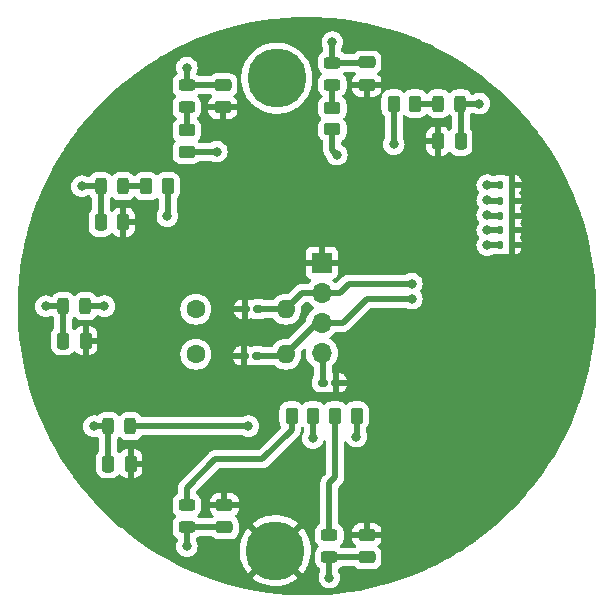
<source format=gbr>
%TF.GenerationSoftware,KiCad,Pcbnew,6.0.1*%
%TF.CreationDate,2022-02-27T14:03:46-05:00*%
%TF.ProjectId,jetta-dash,6a657474-612d-4646-9173-682e6b696361,rev?*%
%TF.SameCoordinates,Original*%
%TF.FileFunction,Copper,L1,Top*%
%TF.FilePolarity,Positive*%
%FSLAX46Y46*%
G04 Gerber Fmt 4.6, Leading zero omitted, Abs format (unit mm)*
G04 Created by KiCad (PCBNEW 6.0.1) date 2022-02-27 14:03:46*
%MOMM*%
%LPD*%
G01*
G04 APERTURE LIST*
G04 Aperture macros list*
%AMRoundRect*
0 Rectangle with rounded corners*
0 $1 Rounding radius*
0 $2 $3 $4 $5 $6 $7 $8 $9 X,Y pos of 4 corners*
0 Add a 4 corners polygon primitive as box body*
4,1,4,$2,$3,$4,$5,$6,$7,$8,$9,$2,$3,0*
0 Add four circle primitives for the rounded corners*
1,1,$1+$1,$2,$3*
1,1,$1+$1,$4,$5*
1,1,$1+$1,$6,$7*
1,1,$1+$1,$8,$9*
0 Add four rect primitives between the rounded corners*
20,1,$1+$1,$2,$3,$4,$5,0*
20,1,$1+$1,$4,$5,$6,$7,0*
20,1,$1+$1,$6,$7,$8,$9,0*
20,1,$1+$1,$8,$9,$2,$3,0*%
G04 Aperture macros list end*
%TA.AperFunction,ComponentPad*%
%ADD10C,5.000000*%
%TD*%
%TA.AperFunction,SMDPad,CuDef*%
%ADD11RoundRect,0.160000X0.222500X0.160000X-0.222500X0.160000X-0.222500X-0.160000X0.222500X-0.160000X0*%
%TD*%
%TA.AperFunction,SMDPad,CuDef*%
%ADD12RoundRect,0.160000X-0.222500X-0.160000X0.222500X-0.160000X0.222500X0.160000X-0.222500X0.160000X0*%
%TD*%
%TA.AperFunction,SMDPad,CuDef*%
%ADD13RoundRect,0.250000X0.475000X-0.250000X0.475000X0.250000X-0.475000X0.250000X-0.475000X-0.250000X0*%
%TD*%
%TA.AperFunction,SMDPad,CuDef*%
%ADD14RoundRect,0.250000X-0.262500X-0.450000X0.262500X-0.450000X0.262500X0.450000X-0.262500X0.450000X0*%
%TD*%
%TA.AperFunction,SMDPad,CuDef*%
%ADD15RoundRect,0.250000X-0.475000X0.250000X-0.475000X-0.250000X0.475000X-0.250000X0.475000X0.250000X0*%
%TD*%
%TA.AperFunction,SMDPad,CuDef*%
%ADD16RoundRect,0.243750X0.243750X0.456250X-0.243750X0.456250X-0.243750X-0.456250X0.243750X-0.456250X0*%
%TD*%
%TA.AperFunction,SMDPad,CuDef*%
%ADD17RoundRect,0.243750X-0.456250X0.243750X-0.456250X-0.243750X0.456250X-0.243750X0.456250X0.243750X0*%
%TD*%
%TA.AperFunction,SMDPad,CuDef*%
%ADD18RoundRect,0.250000X0.262500X0.450000X-0.262500X0.450000X-0.262500X-0.450000X0.262500X-0.450000X0*%
%TD*%
%TA.AperFunction,SMDPad,CuDef*%
%ADD19RoundRect,0.250000X0.250000X0.475000X-0.250000X0.475000X-0.250000X-0.475000X0.250000X-0.475000X0*%
%TD*%
%TA.AperFunction,SMDPad,CuDef*%
%ADD20RoundRect,0.250000X-0.450000X0.262500X-0.450000X-0.262500X0.450000X-0.262500X0.450000X0.262500X0*%
%TD*%
%TA.AperFunction,SMDPad,CuDef*%
%ADD21RoundRect,0.243750X0.456250X-0.243750X0.456250X0.243750X-0.456250X0.243750X-0.456250X-0.243750X0*%
%TD*%
%TA.AperFunction,SMDPad,CuDef*%
%ADD22RoundRect,0.243750X-0.243750X-0.456250X0.243750X-0.456250X0.243750X0.456250X-0.243750X0.456250X0*%
%TD*%
%TA.AperFunction,SMDPad,CuDef*%
%ADD23RoundRect,0.250000X-0.250000X-0.475000X0.250000X-0.475000X0.250000X0.475000X-0.250000X0.475000X0*%
%TD*%
%TA.AperFunction,SMDPad,CuDef*%
%ADD24RoundRect,0.135000X-0.135000X-0.185000X0.135000X-0.185000X0.135000X0.185000X-0.135000X0.185000X0*%
%TD*%
%TA.AperFunction,ComponentPad*%
%ADD25R,1.700000X1.700000*%
%TD*%
%TA.AperFunction,ComponentPad*%
%ADD26O,1.700000X1.700000*%
%TD*%
%TA.AperFunction,ComponentPad*%
%ADD27C,1.600000*%
%TD*%
%TA.AperFunction,ComponentPad*%
%ADD28O,1.600000X1.600000*%
%TD*%
%TA.AperFunction,ViaPad*%
%ADD29C,0.800000*%
%TD*%
%TA.AperFunction,Conductor*%
%ADD30C,0.500000*%
%TD*%
G04 APERTURE END LIST*
D10*
%TO.P,mount2,1*%
%TO.N,GND*%
X147193000Y-129921000D03*
%TD*%
%TO.P,mount1,1*%
%TO.N,N/C*%
X147320000Y-89916000D03*
%TD*%
D11*
%TO.P,D22,1,K*%
%TO.N,/SDA*%
X145733500Y-109474000D03*
%TO.P,D22,2,A*%
%TO.N,GND*%
X144588500Y-109474000D03*
%TD*%
%TO.P,D21,1,K*%
%TO.N,/SCL*%
X145669000Y-113411000D03*
%TO.P,D21,2,A*%
%TO.N,GND*%
X144524000Y-113411000D03*
%TD*%
D12*
%TO.P,D20,1,K*%
%TO.N,VCC_net*%
X151192500Y-115697000D03*
%TO.P,D20,2,A*%
%TO.N,GND*%
X152337500Y-115697000D03*
%TD*%
D13*
%TO.P,C1,1*%
%TO.N,VCC_net*%
X154940000Y-130490000D03*
%TO.P,C1,2*%
%TO.N,GND*%
X154940000Y-128590000D03*
%TD*%
D14*
%TO.P,R21,1*%
%TO.N,Net-(D1-Pad1)*%
X152249500Y-118491000D03*
%TO.P,R21,2*%
%TO.N,Net-(R21-Pad2)*%
X154074500Y-118491000D03*
%TD*%
D15*
%TO.P,C7,1*%
%TO.N,VCC_net*%
X154940000Y-88585000D03*
%TO.P,C7,2*%
%TO.N,GND*%
X154940000Y-90485000D03*
%TD*%
D16*
%TO.P,D5,1,K*%
%TO.N,Net-(D5-Pad1)*%
X134292500Y-99060000D03*
%TO.P,D5,2,A*%
%TO.N,VCC_net*%
X132417500Y-99060000D03*
%TD*%
D17*
%TO.P,D1,1,K*%
%TO.N,Net-(D1-Pad1)*%
X151765000Y-128597500D03*
%TO.P,D1,2,A*%
%TO.N,VCC_net*%
X151765000Y-130472500D03*
%TD*%
D14*
%TO.P,R22,1*%
%TO.N,Net-(D2-Pad1)*%
X148566500Y-118491000D03*
%TO.P,R22,2*%
%TO.N,Net-(R22-Pad2)*%
X150391500Y-118491000D03*
%TD*%
D16*
%TO.P,D4,1,K*%
%TO.N,Net-(D4-Pad1)*%
X131117500Y-109220000D03*
%TO.P,D4,2,A*%
%TO.N,VCC_net*%
X129242500Y-109220000D03*
%TD*%
D18*
%TO.P,R28,1*%
%TO.N,Net-(D8-Pad1)*%
X159027500Y-92075000D03*
%TO.P,R28,2*%
%TO.N,Net-(R28-Pad2)*%
X157202500Y-92075000D03*
%TD*%
D13*
%TO.P,C2,1*%
%TO.N,VCC_net*%
X142875000Y-127950000D03*
%TO.P,C2,2*%
%TO.N,GND*%
X142875000Y-126050000D03*
%TD*%
D19*
%TO.P,C8,1*%
%TO.N,VCC_net*%
X162875000Y-95250000D03*
%TO.P,C8,2*%
%TO.N,GND*%
X160975000Y-95250000D03*
%TD*%
D20*
%TO.P,R27,1*%
%TO.N,Net-(D7-Pad1)*%
X152019000Y-92432500D03*
%TO.P,R27,2*%
%TO.N,Net-(R27-Pad2)*%
X152019000Y-94257500D03*
%TD*%
%TO.P,R26,1*%
%TO.N,Net-(D6-Pad1)*%
X139700000Y-94337500D03*
%TO.P,R26,2*%
%TO.N,Net-(R26-Pad2)*%
X139700000Y-96162500D03*
%TD*%
D16*
%TO.P,D3,1,K*%
%TO.N,Net-(D3-Pad1)*%
X134927500Y-119380000D03*
%TO.P,D3,2,A*%
%TO.N,VCC_net*%
X133052500Y-119380000D03*
%TD*%
D15*
%TO.P,C6,1*%
%TO.N,VCC_net*%
X142748000Y-90490000D03*
%TO.P,C6,2*%
%TO.N,GND*%
X142748000Y-92390000D03*
%TD*%
D21*
%TO.P,D6,1,K*%
%TO.N,Net-(D6-Pad1)*%
X139700000Y-92377500D03*
%TO.P,D6,2,A*%
%TO.N,VCC_net*%
X139700000Y-90502500D03*
%TD*%
D22*
%TO.P,D8,1,K*%
%TO.N,Net-(D8-Pad1)*%
X160982500Y-92075000D03*
%TO.P,D8,2,A*%
%TO.N,VCC_net*%
X162857500Y-92075000D03*
%TD*%
D23*
%TO.P,C5,1*%
%TO.N,VCC_net*%
X132400000Y-102108000D03*
%TO.P,C5,2*%
%TO.N,GND*%
X134300000Y-102108000D03*
%TD*%
D14*
%TO.P,R25,1*%
%TO.N,Net-(D5-Pad1)*%
X136247500Y-99060000D03*
%TO.P,R25,2*%
%TO.N,Net-(R25-Pad2)*%
X138072500Y-99060000D03*
%TD*%
D23*
%TO.P,C3,1*%
%TO.N,VCC_net*%
X133035000Y-122555000D03*
%TO.P,C3,2*%
%TO.N,GND*%
X134935000Y-122555000D03*
%TD*%
D17*
%TO.P,D2,1,K*%
%TO.N,Net-(D2-Pad1)*%
X139700000Y-126057500D03*
%TO.P,D2,2,A*%
%TO.N,VCC_net*%
X139700000Y-127932500D03*
%TD*%
D23*
%TO.P,C4,1*%
%TO.N,VCC_net*%
X129225000Y-112141000D03*
%TO.P,C4,2*%
%TO.N,GND*%
X131125000Y-112141000D03*
%TD*%
D21*
%TO.P,D7,1,K*%
%TO.N,Net-(D7-Pad1)*%
X152019000Y-90472500D03*
%TO.P,D7,2,A*%
%TO.N,VCC_net*%
X152019000Y-88597500D03*
%TD*%
D24*
%TO.P,R12,1*%
%TO.N,/addr1*%
X166241000Y-100330000D03*
%TO.P,R12,2*%
%TO.N,GND*%
X167261000Y-100330000D03*
%TD*%
%TO.P,R13,1*%
%TO.N,/addr2*%
X166241000Y-101600000D03*
%TO.P,R13,2*%
%TO.N,GND*%
X167261000Y-101600000D03*
%TD*%
%TO.P,R15,1*%
%TO.N,/addr4*%
X166241000Y-104013000D03*
%TO.P,R15,2*%
%TO.N,GND*%
X167261000Y-104013000D03*
%TD*%
D25*
%TO.P,J1,1,Pin_1*%
%TO.N,GND*%
X151130000Y-105547000D03*
D26*
%TO.P,J1,2,Pin_2*%
%TO.N,/SDA*%
X151130000Y-108087000D03*
%TO.P,J1,3,Pin_3*%
%TO.N,/SCL*%
X151130000Y-110627000D03*
%TO.P,J1,4,Pin_4*%
%TO.N,VCC_net*%
X151130000Y-113167000D03*
%TD*%
D27*
%TO.P,R31,1*%
%TO.N,VCC_net*%
X140462000Y-109474000D03*
D28*
%TO.P,R31,2*%
%TO.N,/SDA*%
X148082000Y-109474000D03*
%TD*%
D24*
%TO.P,R11,1*%
%TO.N,/addr0*%
X166241000Y-98933000D03*
%TO.P,R11,2*%
%TO.N,GND*%
X167261000Y-98933000D03*
%TD*%
D27*
%TO.P,R32,1*%
%TO.N,VCC_net*%
X140462000Y-113284000D03*
D28*
%TO.P,R32,2*%
%TO.N,/SCL*%
X148082000Y-113284000D03*
%TD*%
D24*
%TO.P,R14,1*%
%TO.N,/addr3*%
X166241000Y-102743000D03*
%TO.P,R14,2*%
%TO.N,GND*%
X167261000Y-102743000D03*
%TD*%
D29*
%TO.N,GND*%
X160274000Y-98679000D03*
X170434000Y-118872000D03*
X163703000Y-111125000D03*
%TO.N,VCC_net*%
X151765000Y-132207000D03*
X139700000Y-129540000D03*
X131826000Y-119380000D03*
X127762000Y-109220000D03*
X130810000Y-99060000D03*
X139700000Y-89027000D03*
X152019000Y-86868000D03*
X164465000Y-92075000D03*
%TO.N,/addr0*%
X165135489Y-98970489D03*
%TO.N,/addr1*%
X165135489Y-100240489D03*
%TO.N,/addr2*%
X165135489Y-101510489D03*
%TO.N,/addr3*%
X165135489Y-102780489D03*
%TO.N,/addr4*%
X165135489Y-104050489D03*
%TO.N,/SDA*%
X158750000Y-107315000D03*
%TO.N,/SCL*%
X158750000Y-108585000D03*
%TO.N,Net-(R21-Pad2)*%
X154051000Y-120269000D03*
%TO.N,Net-(R22-Pad2)*%
X150368000Y-120396000D03*
%TO.N,Net-(R25-Pad2)*%
X138049000Y-101600000D03*
%TO.N,Net-(R26-Pad2)*%
X142240000Y-96139000D03*
%TO.N,Net-(R27-Pad2)*%
X152400000Y-96393000D03*
%TO.N,Net-(R28-Pad2)*%
X157226000Y-95504000D03*
%TO.N,Net-(D3-Pad1)*%
X144907000Y-119380000D03*
%TO.N,Net-(D4-Pad1)*%
X132715000Y-109220000D03*
%TD*%
D30*
%TO.N,/SCL*%
X151130000Y-110627000D02*
X150739000Y-110627000D01*
X150739000Y-110627000D02*
X148082000Y-113284000D01*
%TO.N,/SDA*%
X151130000Y-108087000D02*
X149469000Y-108087000D01*
X149469000Y-108087000D02*
X148082000Y-109474000D01*
X145733500Y-109474000D02*
X148082000Y-109474000D01*
%TO.N,/SCL*%
X145669000Y-113411000D02*
X147955000Y-113411000D01*
X147955000Y-113411000D02*
X148082000Y-113284000D01*
%TO.N,VCC_net*%
X151192500Y-115697000D02*
X151192500Y-113229500D01*
X151192500Y-113229500D02*
X151130000Y-113167000D01*
X151765000Y-130472500D02*
X154922500Y-130472500D01*
X154922500Y-130472500D02*
X154940000Y-130490000D01*
X151765000Y-130472500D02*
X151765000Y-132207000D01*
X139700000Y-127932500D02*
X139700000Y-129540000D01*
X139700000Y-127932500D02*
X142857500Y-127932500D01*
X142857500Y-127932500D02*
X142875000Y-127950000D01*
X133052500Y-119380000D02*
X133052500Y-122537500D01*
X133052500Y-122537500D02*
X133035000Y-122555000D01*
X133052500Y-119380000D02*
X131826000Y-119380000D01*
X129242500Y-109220000D02*
X129242500Y-112123500D01*
X129242500Y-112123500D02*
X129225000Y-112141000D01*
X129242500Y-109220000D02*
X127762000Y-109220000D01*
X132417500Y-99060000D02*
X132417500Y-102090500D01*
X132417500Y-102090500D02*
X132400000Y-102108000D01*
X132417500Y-99060000D02*
X130810000Y-99060000D01*
X139700000Y-90502500D02*
X139700000Y-89027000D01*
X142748000Y-90490000D02*
X139712500Y-90490000D01*
X139712500Y-90490000D02*
X139700000Y-90502500D01*
X152019000Y-88597500D02*
X154927500Y-88597500D01*
X154927500Y-88597500D02*
X154940000Y-88585000D01*
X152019000Y-88597500D02*
X152019000Y-86868000D01*
X162857500Y-92075000D02*
X162875000Y-92092500D01*
X162875000Y-92092500D02*
X162875000Y-95250000D01*
X164465000Y-92075000D02*
X162857500Y-92075000D01*
%TO.N,/addr0*%
X166241000Y-98933000D02*
X165172978Y-98933000D01*
X165172978Y-98933000D02*
X165135489Y-98970489D01*
%TO.N,/addr1*%
X166241000Y-100330000D02*
X165225000Y-100330000D01*
X165225000Y-100330000D02*
X165135489Y-100240489D01*
%TO.N,/addr2*%
X166241000Y-101600000D02*
X165225000Y-101600000D01*
X165225000Y-101600000D02*
X165135489Y-101510489D01*
%TO.N,/addr3*%
X166241000Y-102743000D02*
X165172978Y-102743000D01*
X165172978Y-102743000D02*
X165135489Y-102780489D01*
%TO.N,/addr4*%
X166241000Y-104013000D02*
X165172978Y-104013000D01*
X165172978Y-104013000D02*
X165135489Y-104050489D01*
%TO.N,/SDA*%
X152644000Y-108087000D02*
X151130000Y-108087000D01*
X153416000Y-107315000D02*
X152644000Y-108087000D01*
X158750000Y-107315000D02*
X153416000Y-107315000D01*
X148082000Y-109474000D02*
X148082000Y-109855000D01*
%TO.N,/SCL*%
X152898000Y-110627000D02*
X151130000Y-110627000D01*
X158750000Y-108585000D02*
X154940000Y-108585000D01*
X154940000Y-108585000D02*
X152898000Y-110627000D01*
%TO.N,Net-(D5-Pad1)*%
X134292500Y-99060000D02*
X136247500Y-99060000D01*
%TO.N,Net-(D6-Pad1)*%
X139700000Y-92377500D02*
X139700000Y-94337500D01*
%TO.N,Net-(D1-Pad1)*%
X152249500Y-123721500D02*
X152249500Y-118491000D01*
X151765000Y-124206000D02*
X152249500Y-123721500D01*
X151765000Y-128597500D02*
X151765000Y-124206000D01*
%TO.N,Net-(R21-Pad2)*%
X154074500Y-120245500D02*
X154051000Y-120269000D01*
X154074500Y-118491000D02*
X154074500Y-120245500D01*
%TO.N,Net-(R22-Pad2)*%
X150391500Y-118491000D02*
X150391500Y-120372500D01*
X150391500Y-120372500D02*
X150368000Y-120396000D01*
%TO.N,Net-(R25-Pad2)*%
X138072500Y-101576500D02*
X138072500Y-99060000D01*
X138049000Y-101600000D02*
X138072500Y-101576500D01*
%TO.N,Net-(R26-Pad2)*%
X139700000Y-96162500D02*
X142216500Y-96162500D01*
X142216500Y-96162500D02*
X142240000Y-96139000D01*
%TO.N,Net-(R27-Pad2)*%
X152019000Y-96012000D02*
X152400000Y-96393000D01*
X152019000Y-94257500D02*
X152019000Y-96012000D01*
%TO.N,Net-(R28-Pad2)*%
X157202500Y-92075000D02*
X157202500Y-95480500D01*
X157202500Y-95480500D02*
X157226000Y-95504000D01*
%TO.N,Net-(D2-Pad1)*%
X142113000Y-122174000D02*
X146101750Y-122174000D01*
X139700000Y-126057500D02*
X139700000Y-124587000D01*
X148566500Y-119709250D02*
X148566500Y-118491000D01*
X139700000Y-124587000D02*
X142113000Y-122174000D01*
X146101750Y-122174000D02*
X148566500Y-119709250D01*
%TO.N,Net-(D3-Pad1)*%
X144907000Y-119380000D02*
X134927500Y-119380000D01*
%TO.N,Net-(D4-Pad1)*%
X131117500Y-109220000D02*
X132715000Y-109220000D01*
%TO.N,Net-(D7-Pad1)*%
X152019000Y-90472500D02*
X152019000Y-92432500D01*
%TO.N,Net-(D8-Pad1)*%
X159027500Y-92075000D02*
X160982500Y-92075000D01*
%TD*%
%TA.AperFunction,Conductor*%
%TO.N,GND*%
G36*
X149990755Y-84728400D02*
G01*
X150460664Y-84740294D01*
X150968532Y-84753150D01*
X150973551Y-84753378D01*
X151409989Y-84781984D01*
X151949507Y-84817346D01*
X151954546Y-84817778D01*
X152927149Y-84920861D01*
X152932167Y-84921495D01*
X153460170Y-84998993D01*
X153899840Y-85063525D01*
X153904801Y-85064355D01*
X154268284Y-85132707D01*
X154866047Y-85245116D01*
X154870998Y-85246151D01*
X155824153Y-85465328D01*
X155829058Y-85466560D01*
X156772666Y-85723817D01*
X156777518Y-85725245D01*
X157710034Y-86020161D01*
X157714824Y-86021782D01*
X158383719Y-86263258D01*
X158634777Y-86353892D01*
X158639499Y-86355705D01*
X159545348Y-86724454D01*
X159549993Y-86726454D01*
X160440356Y-87131278D01*
X160444917Y-87133464D01*
X160823109Y-87324088D01*
X161318276Y-87573673D01*
X161322722Y-87576025D01*
X161654304Y-87760203D01*
X162177754Y-88050954D01*
X162182125Y-88053498D01*
X163017386Y-88562344D01*
X163021652Y-88565062D01*
X163835805Y-89107008D01*
X163839953Y-89109891D01*
X164604550Y-89664383D01*
X164631724Y-89684090D01*
X164635751Y-89687136D01*
X165403850Y-90292656D01*
X165407724Y-90295838D01*
X166099858Y-90888022D01*
X166150910Y-90931702D01*
X166154683Y-90935064D01*
X166157100Y-90937306D01*
X166871716Y-91600208D01*
X166875354Y-91603721D01*
X167565123Y-92297111D01*
X167568618Y-92300768D01*
X167973765Y-92742134D01*
X168217644Y-93007815D01*
X168230010Y-93021287D01*
X168233351Y-93025076D01*
X168720613Y-93600652D01*
X168865292Y-93771554D01*
X168868476Y-93775471D01*
X169444074Y-94513530D01*
X169469955Y-94546716D01*
X169472980Y-94550759D01*
X169687737Y-94850176D01*
X170043032Y-95345533D01*
X170045896Y-95349701D01*
X170583575Y-96166686D01*
X170586270Y-96170966D01*
X171090718Y-97008851D01*
X171093240Y-97013235D01*
X171186466Y-97183163D01*
X171559149Y-97862474D01*
X171563683Y-97870739D01*
X171566022Y-97875214D01*
X171973726Y-98694729D01*
X172001670Y-98750899D01*
X172003824Y-98755458D01*
X172079565Y-98924382D01*
X172403973Y-99647912D01*
X172405949Y-99652568D01*
X172769951Y-100560340D01*
X172771739Y-100565071D01*
X172845431Y-100772596D01*
X173035354Y-101307436D01*
X173099020Y-101486727D01*
X173100615Y-101491519D01*
X173134299Y-101600000D01*
X173390656Y-102425606D01*
X173392058Y-102430465D01*
X173474486Y-102739166D01*
X173643816Y-103373323D01*
X173644372Y-103375407D01*
X173645563Y-103380254D01*
X173859764Y-104334622D01*
X173860767Y-104339553D01*
X174036489Y-105301715D01*
X174037297Y-105306707D01*
X174174257Y-106275095D01*
X174174865Y-106280116D01*
X174220615Y-106734456D01*
X174254372Y-107069694D01*
X174272854Y-107253243D01*
X174273259Y-107258272D01*
X174331223Y-108219729D01*
X174332117Y-108234566D01*
X174332319Y-108239605D01*
X174351937Y-109216835D01*
X174351962Y-109218091D01*
X174351980Y-109221919D01*
X174349150Y-109492128D01*
X174346648Y-109730997D01*
X174346549Y-109734843D01*
X174345928Y-109749973D01*
X174306543Y-110709707D01*
X174306421Y-110712678D01*
X174306113Y-110717704D01*
X174241631Y-111510489D01*
X174226823Y-111692550D01*
X174226312Y-111697581D01*
X174107967Y-112668424D01*
X174107255Y-112673432D01*
X173950038Y-113638781D01*
X173949125Y-113643755D01*
X173753298Y-114601997D01*
X173752186Y-114606931D01*
X173518060Y-115556542D01*
X173516751Y-115561427D01*
X173255608Y-116463228D01*
X173244706Y-116500874D01*
X173243202Y-116505701D01*
X172961707Y-117349450D01*
X172933670Y-117433486D01*
X172931978Y-117438238D01*
X172851777Y-117649925D01*
X172585463Y-118352848D01*
X172583577Y-118357540D01*
X172200633Y-119257515D01*
X172198559Y-119262129D01*
X171779820Y-120145980D01*
X171777564Y-120150506D01*
X171627154Y-120437604D01*
X171370642Y-120927226D01*
X171323672Y-121016880D01*
X171321239Y-121021305D01*
X171027455Y-121531181D01*
X170832956Y-121868742D01*
X170830344Y-121873072D01*
X170562157Y-122298124D01*
X170308450Y-122700225D01*
X170305668Y-122704445D01*
X170228294Y-122816814D01*
X169750975Y-123510021D01*
X169748023Y-123514128D01*
X169161469Y-124296766D01*
X169158355Y-124300751D01*
X168540880Y-125059201D01*
X168537609Y-125063059D01*
X168394184Y-125225457D01*
X167918763Y-125763769D01*
X167890170Y-125796144D01*
X167886747Y-125799867D01*
X167210402Y-126506386D01*
X167206832Y-126509968D01*
X166502691Y-127188762D01*
X166498980Y-127192198D01*
X165768175Y-127842179D01*
X165764329Y-127845464D01*
X165008025Y-128465594D01*
X165004051Y-128468722D01*
X164924247Y-128528968D01*
X164298492Y-129001366D01*
X164223455Y-129058013D01*
X164219365Y-129060974D01*
X164063996Y-129168757D01*
X163415725Y-129618478D01*
X163411512Y-129621276D01*
X162964871Y-129905271D01*
X162586184Y-130146057D01*
X162581894Y-130148665D01*
X161942467Y-130520074D01*
X161736149Y-130639913D01*
X161731735Y-130642360D01*
X160936101Y-131062738D01*
X160866951Y-131099274D01*
X160862442Y-131101541D01*
X160048197Y-131490789D01*
X159980049Y-131523367D01*
X159975448Y-131525455D01*
X159207599Y-131855349D01*
X159076792Y-131911548D01*
X159072113Y-131913447D01*
X158784314Y-132023635D01*
X158158746Y-132263142D01*
X158153987Y-132264856D01*
X157227283Y-132577627D01*
X157222459Y-132579148D01*
X156283967Y-132854471D01*
X156279087Y-132855797D01*
X156253821Y-132862120D01*
X155330275Y-133093242D01*
X155325380Y-133094363D01*
X154893751Y-133184142D01*
X154367805Y-133293539D01*
X154362834Y-133294469D01*
X153398064Y-133455051D01*
X153393059Y-133455781D01*
X152422629Y-133577514D01*
X152417599Y-133578043D01*
X151730898Y-133636311D01*
X151443033Y-133660736D01*
X151437992Y-133661062D01*
X150460929Y-133704576D01*
X150455876Y-133704700D01*
X150118113Y-133706174D01*
X149477811Y-133708967D01*
X149472754Y-133708887D01*
X149427365Y-133707262D01*
X148495345Y-133673901D01*
X148490318Y-133673621D01*
X148070931Y-133641719D01*
X147515061Y-133599435D01*
X147510027Y-133598950D01*
X146538577Y-133485690D01*
X146533566Y-133485004D01*
X145567414Y-133332845D01*
X145562435Y-133331958D01*
X144603186Y-133141151D01*
X144598246Y-133140065D01*
X143647405Y-132910911D01*
X143642513Y-132909627D01*
X142701684Y-132642512D01*
X142696847Y-132641034D01*
X141767433Y-132336357D01*
X141762660Y-132334685D01*
X141462293Y-132222681D01*
X145256860Y-132222681D01*
X145256878Y-132222933D01*
X145262793Y-132231677D01*
X145294111Y-132260174D01*
X145299748Y-132264738D01*
X145575544Y-132462918D01*
X145581682Y-132466813D01*
X145878435Y-132631984D01*
X145884955Y-132635136D01*
X146198738Y-132765109D01*
X146205589Y-132767495D01*
X146532212Y-132860536D01*
X146539301Y-132862120D01*
X146874465Y-132917006D01*
X146881671Y-132917763D01*
X147220926Y-132933762D01*
X147228176Y-132933686D01*
X147567010Y-132910587D01*
X147574219Y-132909676D01*
X147908160Y-132847784D01*
X147915190Y-132846057D01*
X148239819Y-132746187D01*
X148246597Y-132743667D01*
X148557603Y-132607145D01*
X148564043Y-132603864D01*
X148857293Y-132432502D01*
X148863326Y-132428493D01*
X149121828Y-132234405D01*
X149130282Y-132223078D01*
X149123537Y-132210748D01*
X147205810Y-130293020D01*
X147191869Y-130285408D01*
X147190034Y-130285539D01*
X147183420Y-130289790D01*
X145264474Y-132208737D01*
X145256860Y-132222681D01*
X141462293Y-132222681D01*
X140846264Y-131992970D01*
X140841561Y-131991108D01*
X140499057Y-131847484D01*
X139939595Y-131612882D01*
X139934994Y-131610843D01*
X139048920Y-131196718D01*
X139044393Y-131194490D01*
X138175673Y-130745150D01*
X138171240Y-130742743D01*
X137321243Y-130258896D01*
X137316902Y-130256309D01*
X136486989Y-129738728D01*
X136482788Y-129735989D01*
X135674354Y-129185545D01*
X135670232Y-129182616D01*
X134884514Y-128600153D01*
X134880512Y-128597061D01*
X134189673Y-128040620D01*
X134118803Y-127983537D01*
X134114937Y-127980293D01*
X133999219Y-127879167D01*
X133724131Y-127638769D01*
X138491500Y-127638769D01*
X138491501Y-128226230D01*
X138502384Y-128331129D01*
X138504563Y-128337660D01*
X138504564Y-128337665D01*
X138512479Y-128361389D01*
X138557898Y-128497526D01*
X138650203Y-128646689D01*
X138774347Y-128770617D01*
X138780577Y-128774457D01*
X138780578Y-128774458D01*
X138881616Y-128836738D01*
X138929109Y-128889510D01*
X138941500Y-128943998D01*
X138941500Y-129003001D01*
X138924619Y-129066000D01*
X138865473Y-129168444D01*
X138806458Y-129350072D01*
X138805768Y-129356633D01*
X138805768Y-129356635D01*
X138792335Y-129484449D01*
X138786496Y-129540000D01*
X138787186Y-129546565D01*
X138802682Y-129693998D01*
X138806458Y-129729928D01*
X138865473Y-129911556D01*
X138868776Y-129917278D01*
X138868777Y-129917279D01*
X138878321Y-129933810D01*
X138960960Y-130076944D01*
X138965378Y-130081851D01*
X138965379Y-130081852D01*
X139084325Y-130213955D01*
X139088747Y-130218866D01*
X139243248Y-130331118D01*
X139249276Y-130333802D01*
X139249278Y-130333803D01*
X139411681Y-130406109D01*
X139417712Y-130408794D01*
X139511113Y-130428647D01*
X139598056Y-130447128D01*
X139598061Y-130447128D01*
X139604513Y-130448500D01*
X139795487Y-130448500D01*
X139801939Y-130447128D01*
X139801944Y-130447128D01*
X139888887Y-130428647D01*
X139982288Y-130408794D01*
X139988319Y-130406109D01*
X140150722Y-130333803D01*
X140150724Y-130333802D01*
X140156752Y-130331118D01*
X140311253Y-130218866D01*
X140315675Y-130213955D01*
X140434621Y-130081852D01*
X140434622Y-130081851D01*
X140439040Y-130076944D01*
X140521679Y-129933810D01*
X140531223Y-129917279D01*
X140531224Y-129917278D01*
X140534527Y-129911556D01*
X140561031Y-129829987D01*
X144181484Y-129829987D01*
X144190374Y-130169505D01*
X144190980Y-130176721D01*
X144238835Y-130512963D01*
X144240269Y-130520074D01*
X144326455Y-130848595D01*
X144328692Y-130855478D01*
X144452064Y-131171914D01*
X144455081Y-131178503D01*
X144614002Y-131478652D01*
X144617761Y-131484860D01*
X144810129Y-131764757D01*
X144814574Y-131770486D01*
X144881743Y-131847484D01*
X144894917Y-131855888D01*
X144904769Y-131850020D01*
X146820980Y-129933810D01*
X146827357Y-129922131D01*
X147557408Y-129922131D01*
X147557539Y-129923966D01*
X147561790Y-129930580D01*
X149479268Y-131848057D01*
X149492622Y-131855349D01*
X149502594Y-131848295D01*
X149609641Y-131720267D01*
X149613957Y-131714456D01*
X149800432Y-131430575D01*
X149804046Y-131424313D01*
X149956658Y-131120882D01*
X149959530Y-131114244D01*
X150076249Y-130795293D01*
X150078345Y-130788351D01*
X150157631Y-130458103D01*
X150158915Y-130450964D01*
X150199816Y-130112973D01*
X150200240Y-130107403D01*
X150206010Y-129923797D01*
X150205937Y-129918204D01*
X150186338Y-129578303D01*
X150185506Y-129571113D01*
X150127113Y-129236529D01*
X150125458Y-129229474D01*
X150028998Y-128903834D01*
X150026540Y-128897006D01*
X149893290Y-128584608D01*
X149890073Y-128578125D01*
X149721788Y-128283089D01*
X149717856Y-128277034D01*
X149516774Y-128003295D01*
X149512166Y-127997726D01*
X149506830Y-127991984D01*
X149493178Y-127983866D01*
X149492570Y-127983887D01*
X149484092Y-127989119D01*
X147565020Y-129908190D01*
X147557408Y-129922131D01*
X146827357Y-129922131D01*
X146828592Y-129919869D01*
X146828461Y-129918034D01*
X146824210Y-129911420D01*
X144905374Y-127992585D01*
X144892581Y-127985599D01*
X144881827Y-127993464D01*
X144721037Y-128198527D01*
X144716902Y-128204476D01*
X144539440Y-128494068D01*
X144536019Y-128500447D01*
X144393016Y-128808522D01*
X144390356Y-128815241D01*
X144283711Y-129137707D01*
X144281834Y-129144711D01*
X144212961Y-129477288D01*
X144211904Y-129484449D01*
X144181712Y-129822735D01*
X144181484Y-129829987D01*
X140561031Y-129829987D01*
X140593542Y-129729928D01*
X140597319Y-129693998D01*
X140612814Y-129546565D01*
X140613504Y-129540000D01*
X140607665Y-129484449D01*
X140594232Y-129356635D01*
X140594232Y-129356633D01*
X140593542Y-129350072D01*
X140534527Y-129168444D01*
X140475381Y-129066000D01*
X140458500Y-129003001D01*
X140458500Y-128944078D01*
X140478502Y-128875957D01*
X140518197Y-128836934D01*
X140620461Y-128773651D01*
X140626689Y-128769797D01*
X140668432Y-128727982D01*
X140730713Y-128693903D01*
X140757604Y-128691000D01*
X141766076Y-128691000D01*
X141834197Y-128711002D01*
X141855094Y-128727827D01*
X141897959Y-128770617D01*
X141926697Y-128799305D01*
X141932927Y-128803145D01*
X141932928Y-128803146D01*
X142070090Y-128887694D01*
X142077262Y-128892115D01*
X142112594Y-128903834D01*
X142238611Y-128945632D01*
X142238613Y-128945632D01*
X142245139Y-128947797D01*
X142251975Y-128948497D01*
X142251978Y-128948498D01*
X142295031Y-128952909D01*
X142349600Y-128958500D01*
X143400400Y-128958500D01*
X143403646Y-128958163D01*
X143403650Y-128958163D01*
X143499308Y-128948238D01*
X143499312Y-128948237D01*
X143506166Y-128947526D01*
X143512702Y-128945345D01*
X143512704Y-128945345D01*
X143665155Y-128894483D01*
X143673946Y-128891550D01*
X143824348Y-128798478D01*
X143949305Y-128673303D01*
X143953146Y-128667072D01*
X144038275Y-128528968D01*
X144038276Y-128528966D01*
X144042115Y-128522738D01*
X144097797Y-128354861D01*
X144099730Y-128336000D01*
X144104150Y-128292855D01*
X144108500Y-128250400D01*
X144108500Y-127649600D01*
X144108163Y-127646350D01*
X144105642Y-127622048D01*
X145258132Y-127622048D01*
X145264527Y-127633316D01*
X147180190Y-129548980D01*
X147194131Y-129556592D01*
X147195966Y-129556461D01*
X147202580Y-129552210D01*
X149120074Y-127634716D01*
X149127466Y-127621179D01*
X149120679Y-127611479D01*
X149017476Y-127523335D01*
X149011704Y-127518953D01*
X148729796Y-127329519D01*
X148723575Y-127325839D01*
X148421757Y-127170060D01*
X148415146Y-127167116D01*
X148097439Y-127047065D01*
X148090513Y-127044894D01*
X147761112Y-126962155D01*
X147754005Y-126960799D01*
X147417278Y-126916468D01*
X147410036Y-126915937D01*
X147070467Y-126910602D01*
X147063205Y-126910906D01*
X146725256Y-126944638D01*
X146718108Y-126945770D01*
X146386263Y-127018124D01*
X146379285Y-127020072D01*
X146057960Y-127130086D01*
X146051253Y-127132823D01*
X145744707Y-127279039D01*
X145738349Y-127282534D01*
X145450654Y-127463005D01*
X145444731Y-127467214D01*
X145266601Y-127609923D01*
X145258132Y-127622048D01*
X144105642Y-127622048D01*
X144098238Y-127550692D01*
X144098237Y-127550688D01*
X144097526Y-127543834D01*
X144071964Y-127467214D01*
X144043868Y-127383002D01*
X144041550Y-127376054D01*
X143948478Y-127225652D01*
X143823303Y-127100695D01*
X143818765Y-127097898D01*
X143778176Y-127040647D01*
X143774946Y-126969724D01*
X143810572Y-126908313D01*
X143819068Y-126900938D01*
X143829207Y-126892902D01*
X143943739Y-126778171D01*
X143952751Y-126766760D01*
X144037816Y-126628757D01*
X144043963Y-126615576D01*
X144095138Y-126461290D01*
X144098005Y-126447914D01*
X144107672Y-126353562D01*
X144108000Y-126347146D01*
X144108000Y-126322115D01*
X144103525Y-126306876D01*
X144102135Y-126305671D01*
X144094452Y-126304000D01*
X141660116Y-126304000D01*
X141644877Y-126308475D01*
X141643672Y-126309865D01*
X141642001Y-126317548D01*
X141642001Y-126347095D01*
X141642338Y-126353614D01*
X141652257Y-126449206D01*
X141655149Y-126462600D01*
X141706588Y-126616784D01*
X141712761Y-126629962D01*
X141798063Y-126767807D01*
X141807099Y-126779208D01*
X141921828Y-126893738D01*
X141930762Y-126900794D01*
X141971823Y-126958712D01*
X141975053Y-127029635D01*
X141939426Y-127091046D01*
X141931593Y-127097846D01*
X141925652Y-127101522D01*
X141894406Y-127132823D01*
X141890218Y-127137018D01*
X141827936Y-127171097D01*
X141801045Y-127174000D01*
X140757536Y-127174000D01*
X140689415Y-127153998D01*
X140668519Y-127137173D01*
X140630842Y-127099562D01*
X140630837Y-127099558D01*
X140625653Y-127094383D01*
X140622730Y-127092581D01*
X140582592Y-127035971D01*
X140579358Y-126965048D01*
X140614982Y-126903636D01*
X140621378Y-126898084D01*
X140626689Y-126894797D01*
X140750617Y-126770653D01*
X140842661Y-126621329D01*
X140895288Y-126462665D01*
X140895719Y-126461366D01*
X140895719Y-126461364D01*
X140897885Y-126454835D01*
X140908500Y-126351231D01*
X140908499Y-125777885D01*
X141642000Y-125777885D01*
X141646475Y-125793124D01*
X141647865Y-125794329D01*
X141655548Y-125796000D01*
X142602885Y-125796000D01*
X142618124Y-125791525D01*
X142619329Y-125790135D01*
X142621000Y-125782452D01*
X142621000Y-125777885D01*
X143129000Y-125777885D01*
X143133475Y-125793124D01*
X143134865Y-125794329D01*
X143142548Y-125796000D01*
X144089884Y-125796000D01*
X144105123Y-125791525D01*
X144106328Y-125790135D01*
X144107999Y-125782452D01*
X144107999Y-125752905D01*
X144107662Y-125746386D01*
X144097743Y-125650794D01*
X144094851Y-125637400D01*
X144043412Y-125483216D01*
X144037239Y-125470038D01*
X143951937Y-125332193D01*
X143942901Y-125320792D01*
X143828171Y-125206261D01*
X143816760Y-125197249D01*
X143678757Y-125112184D01*
X143665576Y-125106037D01*
X143511290Y-125054862D01*
X143497914Y-125051995D01*
X143403562Y-125042328D01*
X143397145Y-125042000D01*
X143147115Y-125042000D01*
X143131876Y-125046475D01*
X143130671Y-125047865D01*
X143129000Y-125055548D01*
X143129000Y-125777885D01*
X142621000Y-125777885D01*
X142621000Y-125060116D01*
X142616525Y-125044877D01*
X142615135Y-125043672D01*
X142607452Y-125042001D01*
X142352905Y-125042001D01*
X142346386Y-125042338D01*
X142250794Y-125052257D01*
X142237400Y-125055149D01*
X142083216Y-125106588D01*
X142070038Y-125112761D01*
X141932193Y-125198063D01*
X141920792Y-125207099D01*
X141806261Y-125321829D01*
X141797249Y-125333240D01*
X141712184Y-125471243D01*
X141706037Y-125484424D01*
X141654862Y-125638710D01*
X141651995Y-125652086D01*
X141642328Y-125746438D01*
X141642000Y-125752855D01*
X141642000Y-125777885D01*
X140908499Y-125777885D01*
X140908499Y-125763770D01*
X140897616Y-125658871D01*
X140895437Y-125652340D01*
X140895436Y-125652335D01*
X140844420Y-125499422D01*
X140842102Y-125492474D01*
X140749797Y-125343311D01*
X140625653Y-125219383D01*
X140518384Y-125153262D01*
X140470891Y-125100490D01*
X140458500Y-125046002D01*
X140458500Y-124953371D01*
X140478502Y-124885250D01*
X140495405Y-124864276D01*
X142390276Y-122969405D01*
X142452588Y-122935379D01*
X142479371Y-122932500D01*
X146034680Y-122932500D01*
X146053630Y-122933933D01*
X146067865Y-122936099D01*
X146067869Y-122936099D01*
X146075099Y-122937199D01*
X146082391Y-122936606D01*
X146082394Y-122936606D01*
X146127768Y-122932915D01*
X146137983Y-122932500D01*
X146146043Y-122932500D01*
X146159333Y-122930951D01*
X146174257Y-122929211D01*
X146178632Y-122928778D01*
X146244089Y-122923454D01*
X146244092Y-122923453D01*
X146251387Y-122922860D01*
X146258351Y-122920604D01*
X146264310Y-122919413D01*
X146270165Y-122918029D01*
X146277431Y-122917182D01*
X146346077Y-122892265D01*
X146350205Y-122890848D01*
X146412686Y-122870607D01*
X146412688Y-122870606D01*
X146419649Y-122868351D01*
X146425904Y-122864555D01*
X146431378Y-122862049D01*
X146436808Y-122859330D01*
X146443687Y-122856833D01*
X146504726Y-122816814D01*
X146508430Y-122814477D01*
X146570857Y-122776595D01*
X146579234Y-122769197D01*
X146579258Y-122769224D01*
X146582250Y-122766571D01*
X146585483Y-122763868D01*
X146591602Y-122759856D01*
X146644878Y-122703617D01*
X146647256Y-122701175D01*
X149055411Y-120293020D01*
X149069823Y-120280634D01*
X149081418Y-120272101D01*
X149081423Y-120272096D01*
X149087318Y-120267758D01*
X149092057Y-120262180D01*
X149092060Y-120262177D01*
X149121535Y-120227482D01*
X149128465Y-120219966D01*
X149134160Y-120214271D01*
X149140647Y-120206072D01*
X149151781Y-120191999D01*
X149154572Y-120188595D01*
X149197091Y-120138547D01*
X149197092Y-120138545D01*
X149201833Y-120132965D01*
X149205161Y-120126449D01*
X149208528Y-120121400D01*
X149211695Y-120116271D01*
X149216234Y-120110534D01*
X149247155Y-120044375D01*
X149249061Y-120040475D01*
X149260169Y-120018721D01*
X149282269Y-119975442D01*
X149284008Y-119968333D01*
X149286104Y-119962699D01*
X149288023Y-119956929D01*
X149291122Y-119950300D01*
X149297040Y-119921852D01*
X149305990Y-119878821D01*
X149306961Y-119874532D01*
X149316462Y-119835705D01*
X149324308Y-119803640D01*
X149325000Y-119792486D01*
X149325035Y-119792488D01*
X149325275Y-119788516D01*
X149325652Y-119784295D01*
X149327141Y-119777135D01*
X149325046Y-119699708D01*
X149325000Y-119696300D01*
X149325000Y-119569915D01*
X149345002Y-119501794D01*
X149361827Y-119480898D01*
X149389784Y-119452892D01*
X149452066Y-119418812D01*
X149522886Y-119423815D01*
X149567975Y-119452736D01*
X149596018Y-119480730D01*
X149630097Y-119543012D01*
X149633000Y-119569903D01*
X149633000Y-119818297D01*
X149616119Y-119881297D01*
X149569122Y-119962699D01*
X149533473Y-120024444D01*
X149474458Y-120206072D01*
X149473768Y-120212633D01*
X149473768Y-120212635D01*
X149465113Y-120294982D01*
X149454496Y-120396000D01*
X149455186Y-120402565D01*
X149473613Y-120577885D01*
X149474458Y-120585928D01*
X149533473Y-120767556D01*
X149628960Y-120932944D01*
X149756747Y-121074866D01*
X149839664Y-121135109D01*
X149896122Y-121176128D01*
X149911248Y-121187118D01*
X149917276Y-121189802D01*
X149917278Y-121189803D01*
X150079681Y-121262109D01*
X150085712Y-121264794D01*
X150179113Y-121284647D01*
X150266056Y-121303128D01*
X150266061Y-121303128D01*
X150272513Y-121304500D01*
X150463487Y-121304500D01*
X150469939Y-121303128D01*
X150469944Y-121303128D01*
X150556887Y-121284647D01*
X150650288Y-121264794D01*
X150656319Y-121262109D01*
X150818722Y-121189803D01*
X150818724Y-121189802D01*
X150824752Y-121187118D01*
X150839879Y-121176128D01*
X150896336Y-121135109D01*
X150979253Y-121074866D01*
X151107040Y-120932944D01*
X151202527Y-120767556D01*
X151245167Y-120636323D01*
X151285241Y-120577719D01*
X151350637Y-120550082D01*
X151420594Y-120562189D01*
X151472900Y-120610195D01*
X151491000Y-120675261D01*
X151491000Y-123355129D01*
X151470998Y-123423250D01*
X151454095Y-123444224D01*
X151276089Y-123622230D01*
X151261677Y-123634616D01*
X151250082Y-123643149D01*
X151250077Y-123643154D01*
X151244182Y-123647492D01*
X151239443Y-123653070D01*
X151239440Y-123653073D01*
X151209965Y-123687768D01*
X151203035Y-123695284D01*
X151197340Y-123700979D01*
X151195060Y-123703861D01*
X151179719Y-123723251D01*
X151176928Y-123726655D01*
X151135739Y-123775138D01*
X151129667Y-123782285D01*
X151126339Y-123788801D01*
X151122972Y-123793850D01*
X151119805Y-123798979D01*
X151115266Y-123804716D01*
X151084345Y-123870875D01*
X151082442Y-123874769D01*
X151049231Y-123939808D01*
X151047492Y-123946916D01*
X151045393Y-123952559D01*
X151043476Y-123958322D01*
X151040378Y-123964950D01*
X151026001Y-124034073D01*
X151025514Y-124036412D01*
X151024544Y-124040696D01*
X151007192Y-124111610D01*
X151006500Y-124122764D01*
X151006464Y-124122762D01*
X151006225Y-124126755D01*
X151005851Y-124130947D01*
X151004360Y-124138115D01*
X151004558Y-124145432D01*
X151006454Y-124215521D01*
X151006500Y-124218928D01*
X151006500Y-127585922D01*
X150986498Y-127654043D01*
X150946803Y-127693066D01*
X150838311Y-127760203D01*
X150714383Y-127884347D01*
X150622339Y-128033671D01*
X150620034Y-128040619D01*
X150620034Y-128040620D01*
X150569795Y-128192086D01*
X150567115Y-128200165D01*
X150556500Y-128303769D01*
X150556501Y-128891230D01*
X150567384Y-128996129D01*
X150569563Y-129002660D01*
X150569564Y-129002665D01*
X150590695Y-129066001D01*
X150622898Y-129162526D01*
X150715203Y-129311689D01*
X150839347Y-129435617D01*
X150842270Y-129437419D01*
X150882408Y-129494029D01*
X150885642Y-129564952D01*
X150850018Y-129626364D01*
X150843622Y-129631916D01*
X150838311Y-129635203D01*
X150714383Y-129759347D01*
X150710543Y-129765577D01*
X150710542Y-129765578D01*
X150689949Y-129798986D01*
X150622339Y-129908671D01*
X150620034Y-129915619D01*
X150620034Y-129915620D01*
X150617586Y-129923002D01*
X150567115Y-130075165D01*
X150556500Y-130178769D01*
X150556501Y-130766230D01*
X150567384Y-130871129D01*
X150569563Y-130877660D01*
X150569564Y-130877665D01*
X150577479Y-130901389D01*
X150622898Y-131037526D01*
X150715203Y-131186689D01*
X150839347Y-131310617D01*
X150845577Y-131314457D01*
X150845578Y-131314458D01*
X150946616Y-131376738D01*
X150994109Y-131429510D01*
X151006500Y-131483998D01*
X151006500Y-131670001D01*
X150989619Y-131733000D01*
X150930473Y-131835444D01*
X150871458Y-132017072D01*
X150851496Y-132207000D01*
X150871458Y-132396928D01*
X150930473Y-132578556D01*
X150933776Y-132584278D01*
X150933777Y-132584279D01*
X150946979Y-132607145D01*
X151025960Y-132743944D01*
X151153747Y-132885866D01*
X151308248Y-132998118D01*
X151314276Y-133000802D01*
X151314278Y-133000803D01*
X151476681Y-133073109D01*
X151482712Y-133075794D01*
X151564779Y-133093238D01*
X151663056Y-133114128D01*
X151663061Y-133114128D01*
X151669513Y-133115500D01*
X151860487Y-133115500D01*
X151866939Y-133114128D01*
X151866944Y-133114128D01*
X151965221Y-133093238D01*
X152047288Y-133075794D01*
X152053319Y-133073109D01*
X152215722Y-133000803D01*
X152215724Y-133000802D01*
X152221752Y-132998118D01*
X152376253Y-132885866D01*
X152504040Y-132743944D01*
X152583021Y-132607145D01*
X152596223Y-132584279D01*
X152596224Y-132584278D01*
X152599527Y-132578556D01*
X152658542Y-132396928D01*
X152678504Y-132207000D01*
X152658542Y-132017072D01*
X152599527Y-131835444D01*
X152540381Y-131733000D01*
X152523500Y-131670001D01*
X152523500Y-131484078D01*
X152543502Y-131415957D01*
X152583197Y-131376934D01*
X152685461Y-131313651D01*
X152691689Y-131309797D01*
X152733432Y-131267982D01*
X152795713Y-131233903D01*
X152822604Y-131231000D01*
X153831076Y-131231000D01*
X153899197Y-131251002D01*
X153920094Y-131267827D01*
X153962959Y-131310617D01*
X153991697Y-131339305D01*
X153997927Y-131343145D01*
X153997928Y-131343146D01*
X154135090Y-131427694D01*
X154142262Y-131432115D01*
X154222005Y-131458564D01*
X154303611Y-131485632D01*
X154303613Y-131485632D01*
X154310139Y-131487797D01*
X154316975Y-131488497D01*
X154316978Y-131488498D01*
X154360031Y-131492909D01*
X154414600Y-131498500D01*
X155465400Y-131498500D01*
X155468646Y-131498163D01*
X155468650Y-131498163D01*
X155564308Y-131488238D01*
X155564312Y-131488237D01*
X155571166Y-131487526D01*
X155577702Y-131485345D01*
X155577704Y-131485345D01*
X155709806Y-131441272D01*
X155738946Y-131431550D01*
X155889348Y-131338478D01*
X156014305Y-131213303D01*
X156025902Y-131194490D01*
X156103275Y-131068968D01*
X156103276Y-131068966D01*
X156107115Y-131062738D01*
X156162797Y-130894861D01*
X156173500Y-130790400D01*
X156173500Y-130189600D01*
X156172164Y-130176721D01*
X156163238Y-130090692D01*
X156163237Y-130090688D01*
X156162526Y-130083834D01*
X156160228Y-130076944D01*
X156108868Y-129923002D01*
X156106550Y-129916054D01*
X156013478Y-129765652D01*
X155888303Y-129640695D01*
X155883765Y-129637898D01*
X155843176Y-129580647D01*
X155839946Y-129509724D01*
X155875572Y-129448313D01*
X155884068Y-129440938D01*
X155894207Y-129432902D01*
X156008739Y-129318171D01*
X156017751Y-129306760D01*
X156102816Y-129168757D01*
X156108963Y-129155576D01*
X156160138Y-129001290D01*
X156163005Y-128987914D01*
X156172672Y-128893562D01*
X156173000Y-128887146D01*
X156173000Y-128862115D01*
X156168525Y-128846876D01*
X156167135Y-128845671D01*
X156159452Y-128844000D01*
X153725116Y-128844000D01*
X153709877Y-128848475D01*
X153708672Y-128849865D01*
X153707001Y-128857548D01*
X153707001Y-128887095D01*
X153707338Y-128893614D01*
X153717257Y-128989206D01*
X153720149Y-129002600D01*
X153771588Y-129156784D01*
X153777761Y-129169962D01*
X153863063Y-129307807D01*
X153872099Y-129319208D01*
X153986828Y-129433738D01*
X153995762Y-129440794D01*
X154036823Y-129498712D01*
X154040053Y-129569635D01*
X154004426Y-129631046D01*
X153996593Y-129637846D01*
X153990652Y-129641522D01*
X153985479Y-129646704D01*
X153955218Y-129677018D01*
X153892936Y-129711097D01*
X153866045Y-129714000D01*
X152822536Y-129714000D01*
X152754415Y-129693998D01*
X152733519Y-129677173D01*
X152695842Y-129639562D01*
X152695837Y-129639558D01*
X152690653Y-129634383D01*
X152687730Y-129632581D01*
X152647592Y-129575971D01*
X152644358Y-129505048D01*
X152679982Y-129443636D01*
X152686378Y-129438084D01*
X152691689Y-129434797D01*
X152815617Y-129310653D01*
X152907661Y-129161329D01*
X152945496Y-129047261D01*
X152960719Y-129001366D01*
X152960719Y-129001364D01*
X152962885Y-128994835D01*
X152973500Y-128891231D01*
X152973499Y-128317885D01*
X153707000Y-128317885D01*
X153711475Y-128333124D01*
X153712865Y-128334329D01*
X153720548Y-128336000D01*
X154667885Y-128336000D01*
X154683124Y-128331525D01*
X154684329Y-128330135D01*
X154686000Y-128322452D01*
X154686000Y-128317885D01*
X155194000Y-128317885D01*
X155198475Y-128333124D01*
X155199865Y-128334329D01*
X155207548Y-128336000D01*
X156154884Y-128336000D01*
X156170123Y-128331525D01*
X156171328Y-128330135D01*
X156172999Y-128322452D01*
X156172999Y-128292905D01*
X156172662Y-128286386D01*
X156162743Y-128190794D01*
X156159851Y-128177400D01*
X156108412Y-128023216D01*
X156102239Y-128010038D01*
X156016937Y-127872193D01*
X156007901Y-127860792D01*
X155893171Y-127746261D01*
X155881760Y-127737249D01*
X155743757Y-127652184D01*
X155730576Y-127646037D01*
X155576290Y-127594862D01*
X155562914Y-127591995D01*
X155468562Y-127582328D01*
X155462145Y-127582000D01*
X155212115Y-127582000D01*
X155196876Y-127586475D01*
X155195671Y-127587865D01*
X155194000Y-127595548D01*
X155194000Y-128317885D01*
X154686000Y-128317885D01*
X154686000Y-127600116D01*
X154681525Y-127584877D01*
X154680135Y-127583672D01*
X154672452Y-127582001D01*
X154417905Y-127582001D01*
X154411386Y-127582338D01*
X154315794Y-127592257D01*
X154302400Y-127595149D01*
X154148216Y-127646588D01*
X154135038Y-127652761D01*
X153997193Y-127738063D01*
X153985792Y-127747099D01*
X153871261Y-127861829D01*
X153862249Y-127873240D01*
X153777184Y-128011243D01*
X153771037Y-128024424D01*
X153719862Y-128178710D01*
X153716995Y-128192086D01*
X153707328Y-128286438D01*
X153707000Y-128292855D01*
X153707000Y-128317885D01*
X152973499Y-128317885D01*
X152973499Y-128303770D01*
X152962616Y-128198871D01*
X152960437Y-128192340D01*
X152960436Y-128192335D01*
X152909420Y-128039422D01*
X152907102Y-128032474D01*
X152814797Y-127883311D01*
X152690653Y-127759383D01*
X152583384Y-127693262D01*
X152535891Y-127640490D01*
X152523500Y-127586002D01*
X152523500Y-124572371D01*
X152543502Y-124504250D01*
X152560405Y-124483276D01*
X152738411Y-124305270D01*
X152752823Y-124292884D01*
X152764418Y-124284351D01*
X152764423Y-124284346D01*
X152770318Y-124280008D01*
X152775057Y-124274430D01*
X152775060Y-124274427D01*
X152804535Y-124239732D01*
X152811465Y-124232216D01*
X152817160Y-124226521D01*
X152834781Y-124204249D01*
X152837572Y-124200845D01*
X152880091Y-124150797D01*
X152880092Y-124150795D01*
X152884833Y-124145215D01*
X152888161Y-124138699D01*
X152891520Y-124133662D01*
X152894694Y-124128523D01*
X152899234Y-124122784D01*
X152907006Y-124106155D01*
X152930136Y-124056663D01*
X152932069Y-124052709D01*
X152938201Y-124040701D01*
X152965269Y-123987692D01*
X152967010Y-123980576D01*
X152969104Y-123974946D01*
X152971023Y-123969179D01*
X152974121Y-123962550D01*
X152978852Y-123939808D01*
X152988982Y-123891104D01*
X152989953Y-123886815D01*
X153005973Y-123821344D01*
X153007308Y-123815890D01*
X153008000Y-123804736D01*
X153008036Y-123804738D01*
X153008275Y-123800748D01*
X153008650Y-123796550D01*
X153010140Y-123789385D01*
X153008046Y-123711979D01*
X153008000Y-123708572D01*
X153008000Y-120749708D01*
X153028002Y-120681587D01*
X153081658Y-120635094D01*
X153151932Y-120624990D01*
X153216512Y-120654484D01*
X153243119Y-120686708D01*
X153311960Y-120805944D01*
X153439747Y-120947866D01*
X153594248Y-121060118D01*
X153600276Y-121062802D01*
X153600278Y-121062803D01*
X153636094Y-121078749D01*
X153768712Y-121137794D01*
X153862112Y-121157647D01*
X153949056Y-121176128D01*
X153949061Y-121176128D01*
X153955513Y-121177500D01*
X154146487Y-121177500D01*
X154152939Y-121176128D01*
X154152944Y-121176128D01*
X154239888Y-121157647D01*
X154333288Y-121137794D01*
X154465906Y-121078749D01*
X154501722Y-121062803D01*
X154501724Y-121062802D01*
X154507752Y-121060118D01*
X154662253Y-120947866D01*
X154790040Y-120805944D01*
X154885527Y-120640556D01*
X154944542Y-120458928D01*
X154946791Y-120437536D01*
X154963814Y-120275565D01*
X154964504Y-120269000D01*
X154962900Y-120253738D01*
X154945232Y-120085635D01*
X154945232Y-120085633D01*
X154944542Y-120079072D01*
X154885527Y-119897444D01*
X154849880Y-119835702D01*
X154833000Y-119772704D01*
X154833000Y-119569915D01*
X154853002Y-119501794D01*
X154869827Y-119480897D01*
X154931134Y-119419483D01*
X154936305Y-119414303D01*
X154940146Y-119408072D01*
X155025275Y-119269968D01*
X155025276Y-119269966D01*
X155029115Y-119263738D01*
X155084797Y-119095861D01*
X155095500Y-118991400D01*
X155095500Y-117990600D01*
X155084526Y-117884834D01*
X155028550Y-117717054D01*
X154935478Y-117566652D01*
X154810303Y-117441695D01*
X154804072Y-117437854D01*
X154665968Y-117352725D01*
X154665966Y-117352724D01*
X154659738Y-117348885D01*
X154499254Y-117295655D01*
X154498389Y-117295368D01*
X154498387Y-117295368D01*
X154491861Y-117293203D01*
X154485025Y-117292503D01*
X154485022Y-117292502D01*
X154441969Y-117288091D01*
X154387400Y-117282500D01*
X153761600Y-117282500D01*
X153758354Y-117282837D01*
X153758350Y-117282837D01*
X153662692Y-117292762D01*
X153662688Y-117292763D01*
X153655834Y-117293474D01*
X153649298Y-117295655D01*
X153649296Y-117295655D01*
X153517194Y-117339728D01*
X153488054Y-117349450D01*
X153337652Y-117442522D01*
X153332479Y-117447704D01*
X153251216Y-117529109D01*
X153188934Y-117563188D01*
X153118114Y-117558185D01*
X153073025Y-117529264D01*
X152990483Y-117446866D01*
X152985303Y-117441695D01*
X152979072Y-117437854D01*
X152840968Y-117352725D01*
X152840966Y-117352724D01*
X152834738Y-117348885D01*
X152674254Y-117295655D01*
X152673389Y-117295368D01*
X152673387Y-117295368D01*
X152666861Y-117293203D01*
X152660025Y-117292503D01*
X152660022Y-117292502D01*
X152616969Y-117288091D01*
X152562400Y-117282500D01*
X151936600Y-117282500D01*
X151933354Y-117282837D01*
X151933350Y-117282837D01*
X151837692Y-117292762D01*
X151837688Y-117292763D01*
X151830834Y-117293474D01*
X151824298Y-117295655D01*
X151824296Y-117295655D01*
X151692194Y-117339728D01*
X151663054Y-117349450D01*
X151512652Y-117442522D01*
X151507479Y-117447704D01*
X151409745Y-117545609D01*
X151347463Y-117579688D01*
X151276643Y-117574685D01*
X151231554Y-117545764D01*
X151132483Y-117446866D01*
X151127303Y-117441695D01*
X151121072Y-117437854D01*
X150982968Y-117352725D01*
X150982966Y-117352724D01*
X150976738Y-117348885D01*
X150816254Y-117295655D01*
X150815389Y-117295368D01*
X150815387Y-117295368D01*
X150808861Y-117293203D01*
X150802025Y-117292503D01*
X150802022Y-117292502D01*
X150758969Y-117288091D01*
X150704400Y-117282500D01*
X150078600Y-117282500D01*
X150075354Y-117282837D01*
X150075350Y-117282837D01*
X149979692Y-117292762D01*
X149979688Y-117292763D01*
X149972834Y-117293474D01*
X149966298Y-117295655D01*
X149966296Y-117295655D01*
X149834194Y-117339728D01*
X149805054Y-117349450D01*
X149654652Y-117442522D01*
X149649479Y-117447704D01*
X149568216Y-117529109D01*
X149505934Y-117563188D01*
X149435114Y-117558185D01*
X149390025Y-117529264D01*
X149307483Y-117446866D01*
X149302303Y-117441695D01*
X149296072Y-117437854D01*
X149157968Y-117352725D01*
X149157966Y-117352724D01*
X149151738Y-117348885D01*
X148991254Y-117295655D01*
X148990389Y-117295368D01*
X148990387Y-117295368D01*
X148983861Y-117293203D01*
X148977025Y-117292503D01*
X148977022Y-117292502D01*
X148933969Y-117288091D01*
X148879400Y-117282500D01*
X148253600Y-117282500D01*
X148250354Y-117282837D01*
X148250350Y-117282837D01*
X148154692Y-117292762D01*
X148154688Y-117292763D01*
X148147834Y-117293474D01*
X148141298Y-117295655D01*
X148141296Y-117295655D01*
X148009194Y-117339728D01*
X147980054Y-117349450D01*
X147829652Y-117442522D01*
X147704695Y-117567697D01*
X147700855Y-117573927D01*
X147700854Y-117573928D01*
X147697304Y-117579688D01*
X147611885Y-117718262D01*
X147556203Y-117886139D01*
X147545500Y-117990600D01*
X147545500Y-118991400D01*
X147545837Y-118994646D01*
X147545837Y-118994650D01*
X147547921Y-119014729D01*
X147556474Y-119097166D01*
X147612450Y-119264946D01*
X147653991Y-119332075D01*
X147684440Y-119381280D01*
X147703278Y-119449732D01*
X147682117Y-119517501D01*
X147666391Y-119536678D01*
X145824474Y-121378595D01*
X145762162Y-121412621D01*
X145735379Y-121415500D01*
X142180069Y-121415500D01*
X142161121Y-121414067D01*
X142153780Y-121412950D01*
X142146883Y-121411901D01*
X142146881Y-121411901D01*
X142139651Y-121410801D01*
X142132359Y-121411394D01*
X142132356Y-121411394D01*
X142086982Y-121415085D01*
X142076767Y-121415500D01*
X142068707Y-121415500D01*
X142055417Y-121417049D01*
X142040493Y-121418789D01*
X142036118Y-121419222D01*
X141970661Y-121424546D01*
X141970658Y-121424547D01*
X141963363Y-121425140D01*
X141956399Y-121427396D01*
X141950440Y-121428587D01*
X141944585Y-121429971D01*
X141937319Y-121430818D01*
X141868673Y-121455735D01*
X141864545Y-121457152D01*
X141802064Y-121477393D01*
X141802062Y-121477394D01*
X141795101Y-121479649D01*
X141788846Y-121483445D01*
X141783372Y-121485951D01*
X141777942Y-121488670D01*
X141771063Y-121491167D01*
X141710016Y-121531191D01*
X141706327Y-121533518D01*
X141703731Y-121535094D01*
X141648693Y-121568491D01*
X141648688Y-121568495D01*
X141643892Y-121571405D01*
X141635516Y-121578803D01*
X141635493Y-121578777D01*
X141632503Y-121581426D01*
X141629264Y-121584134D01*
X141623148Y-121588144D01*
X141618121Y-121593451D01*
X141618117Y-121593454D01*
X141569872Y-121644383D01*
X141567494Y-121646825D01*
X139211089Y-124003230D01*
X139196677Y-124015616D01*
X139185082Y-124024149D01*
X139185077Y-124024154D01*
X139179182Y-124028492D01*
X139174443Y-124034070D01*
X139174440Y-124034073D01*
X139144965Y-124068768D01*
X139138035Y-124076284D01*
X139132340Y-124081979D01*
X139130060Y-124084861D01*
X139114719Y-124104251D01*
X139111928Y-124107655D01*
X139079834Y-124145432D01*
X139064667Y-124163285D01*
X139061339Y-124169801D01*
X139057972Y-124174850D01*
X139054805Y-124179979D01*
X139050266Y-124185716D01*
X139019345Y-124251875D01*
X139017442Y-124255769D01*
X138984231Y-124320808D01*
X138982492Y-124327916D01*
X138980393Y-124333559D01*
X138978476Y-124339322D01*
X138975378Y-124345950D01*
X138973888Y-124353112D01*
X138973888Y-124353113D01*
X138960514Y-124417412D01*
X138959544Y-124421696D01*
X138942192Y-124492610D01*
X138941500Y-124503764D01*
X138941464Y-124503762D01*
X138941225Y-124507755D01*
X138940851Y-124511947D01*
X138939360Y-124519115D01*
X138939558Y-124526432D01*
X138941454Y-124596521D01*
X138941500Y-124599928D01*
X138941500Y-125045922D01*
X138921498Y-125114043D01*
X138881803Y-125153066D01*
X138773311Y-125220203D01*
X138649383Y-125344347D01*
X138557339Y-125493671D01*
X138555034Y-125500619D01*
X138555034Y-125500620D01*
X138504795Y-125652086D01*
X138502115Y-125660165D01*
X138491500Y-125763769D01*
X138491501Y-126351230D01*
X138502384Y-126456129D01*
X138504563Y-126462660D01*
X138504564Y-126462665D01*
X138519151Y-126506386D01*
X138557898Y-126622526D01*
X138650203Y-126771689D01*
X138774347Y-126895617D01*
X138777270Y-126897419D01*
X138817408Y-126954029D01*
X138820642Y-127024952D01*
X138785018Y-127086364D01*
X138778622Y-127091916D01*
X138773311Y-127095203D01*
X138649383Y-127219347D01*
X138645543Y-127225577D01*
X138645542Y-127225578D01*
X138624949Y-127258986D01*
X138557339Y-127368671D01*
X138555034Y-127375619D01*
X138555034Y-127375620D01*
X138524654Y-127467214D01*
X138502115Y-127535165D01*
X138491500Y-127638769D01*
X133724131Y-127638769D01*
X133378477Y-127336704D01*
X133374742Y-127333306D01*
X133370745Y-127329519D01*
X132664704Y-126660682D01*
X132661103Y-126657131D01*
X131978633Y-125956555D01*
X131975177Y-125952862D01*
X131836025Y-125798046D01*
X131567614Y-125499422D01*
X131321367Y-125225457D01*
X131318062Y-125221628D01*
X130693971Y-124468570D01*
X130690823Y-124464612D01*
X130237657Y-123870823D01*
X130097458Y-123687118D01*
X130094477Y-123683046D01*
X130051814Y-123622230D01*
X129532780Y-122882347D01*
X129529983Y-122878185D01*
X129000869Y-122055585D01*
X128998219Y-122051277D01*
X128502557Y-121208129D01*
X128500082Y-121203718D01*
X128038656Y-120341356D01*
X128036366Y-120336861D01*
X128020279Y-120303656D01*
X127609925Y-119456685D01*
X127607812Y-119452092D01*
X127595488Y-119423815D01*
X127576391Y-119380000D01*
X130912496Y-119380000D01*
X130913186Y-119386565D01*
X130923101Y-119480897D01*
X130932458Y-119569928D01*
X130991473Y-119751556D01*
X130994776Y-119757278D01*
X130994777Y-119757279D01*
X131012812Y-119788516D01*
X131086960Y-119916944D01*
X131091378Y-119921851D01*
X131091379Y-119921852D01*
X131178600Y-120018721D01*
X131214747Y-120058866D01*
X131300817Y-120121400D01*
X131363904Y-120167235D01*
X131369248Y-120171118D01*
X131375276Y-120173802D01*
X131375278Y-120173803D01*
X131532423Y-120243768D01*
X131543712Y-120248794D01*
X131632930Y-120267758D01*
X131724056Y-120287128D01*
X131724061Y-120287128D01*
X131730513Y-120288500D01*
X131921487Y-120288500D01*
X131927939Y-120287128D01*
X131927944Y-120287128D01*
X132024314Y-120266643D01*
X132085028Y-120253738D01*
X132155818Y-120259140D01*
X132209971Y-120298723D01*
X132211351Y-120300464D01*
X132215203Y-120306689D01*
X132249942Y-120341367D01*
X132257018Y-120348431D01*
X132291097Y-120410713D01*
X132294000Y-120437604D01*
X132294000Y-121446076D01*
X132273998Y-121514197D01*
X132257173Y-121535094D01*
X132217214Y-121575123D01*
X132185695Y-121606697D01*
X132181855Y-121612927D01*
X132181854Y-121612928D01*
X132160960Y-121646825D01*
X132092885Y-121757262D01*
X132037203Y-121925139D01*
X132026500Y-122029600D01*
X132026500Y-123080400D01*
X132026837Y-123083646D01*
X132026837Y-123083650D01*
X132036618Y-123177914D01*
X132037474Y-123186166D01*
X132093450Y-123353946D01*
X132186522Y-123504348D01*
X132191704Y-123509521D01*
X132196319Y-123514128D01*
X132311697Y-123629305D01*
X132317927Y-123633145D01*
X132317928Y-123633146D01*
X132455288Y-123717816D01*
X132462262Y-123722115D01*
X132470906Y-123724982D01*
X132623611Y-123775632D01*
X132623613Y-123775632D01*
X132630139Y-123777797D01*
X132636975Y-123778497D01*
X132636978Y-123778498D01*
X132680031Y-123782909D01*
X132734600Y-123788500D01*
X133335400Y-123788500D01*
X133338646Y-123788163D01*
X133338650Y-123788163D01*
X133434308Y-123778238D01*
X133434312Y-123778237D01*
X133441166Y-123777526D01*
X133447702Y-123775345D01*
X133447704Y-123775345D01*
X133598659Y-123724982D01*
X133608946Y-123721550D01*
X133759348Y-123628478D01*
X133884305Y-123503303D01*
X133887102Y-123498765D01*
X133944353Y-123458176D01*
X134015276Y-123454946D01*
X134076687Y-123490572D01*
X134084062Y-123499068D01*
X134092098Y-123509207D01*
X134206829Y-123623739D01*
X134218240Y-123632751D01*
X134356243Y-123717816D01*
X134369424Y-123723963D01*
X134523710Y-123775138D01*
X134537086Y-123778005D01*
X134631438Y-123787672D01*
X134637854Y-123788000D01*
X134662885Y-123788000D01*
X134678124Y-123783525D01*
X134679329Y-123782135D01*
X134681000Y-123774452D01*
X134681000Y-123769884D01*
X135189000Y-123769884D01*
X135193475Y-123785123D01*
X135194865Y-123786328D01*
X135202548Y-123787999D01*
X135232095Y-123787999D01*
X135238614Y-123787662D01*
X135334206Y-123777743D01*
X135347600Y-123774851D01*
X135501784Y-123723412D01*
X135514962Y-123717239D01*
X135652807Y-123631937D01*
X135664208Y-123622901D01*
X135778739Y-123508171D01*
X135787751Y-123496760D01*
X135872816Y-123358757D01*
X135878963Y-123345576D01*
X135930138Y-123191290D01*
X135933005Y-123177914D01*
X135942672Y-123083562D01*
X135943000Y-123077146D01*
X135943000Y-122827115D01*
X135938525Y-122811876D01*
X135937135Y-122810671D01*
X135929452Y-122809000D01*
X135207115Y-122809000D01*
X135191876Y-122813475D01*
X135190671Y-122814865D01*
X135189000Y-122822548D01*
X135189000Y-123769884D01*
X134681000Y-123769884D01*
X134681000Y-122282885D01*
X135189000Y-122282885D01*
X135193475Y-122298124D01*
X135194865Y-122299329D01*
X135202548Y-122301000D01*
X135924884Y-122301000D01*
X135940123Y-122296525D01*
X135941328Y-122295135D01*
X135942999Y-122287452D01*
X135942999Y-122032905D01*
X135942662Y-122026386D01*
X135932743Y-121930794D01*
X135929851Y-121917400D01*
X135878412Y-121763216D01*
X135872239Y-121750038D01*
X135786937Y-121612193D01*
X135777901Y-121600792D01*
X135663171Y-121486261D01*
X135651760Y-121477249D01*
X135513757Y-121392184D01*
X135500576Y-121386037D01*
X135346290Y-121334862D01*
X135332914Y-121331995D01*
X135238562Y-121322328D01*
X135232145Y-121322000D01*
X135207115Y-121322000D01*
X135191876Y-121326475D01*
X135190671Y-121327865D01*
X135189000Y-121335548D01*
X135189000Y-122282885D01*
X134681000Y-122282885D01*
X134681000Y-121340116D01*
X134676525Y-121324877D01*
X134675135Y-121323672D01*
X134667452Y-121322001D01*
X134637905Y-121322001D01*
X134631386Y-121322338D01*
X134535794Y-121332257D01*
X134522400Y-121335149D01*
X134368216Y-121386588D01*
X134355038Y-121392761D01*
X134217193Y-121478063D01*
X134205792Y-121487099D01*
X134091262Y-121601828D01*
X134084206Y-121610762D01*
X134026288Y-121651823D01*
X133955365Y-121655053D01*
X133893954Y-121619426D01*
X133887154Y-121611593D01*
X133883478Y-121605652D01*
X133847982Y-121570217D01*
X133813903Y-121507936D01*
X133811000Y-121481045D01*
X133811000Y-120437536D01*
X133831002Y-120369415D01*
X133847827Y-120348519D01*
X133885438Y-120310842D01*
X133885442Y-120310837D01*
X133890617Y-120305653D01*
X133892419Y-120302730D01*
X133949029Y-120262592D01*
X134019952Y-120259358D01*
X134081364Y-120294982D01*
X134086916Y-120301378D01*
X134090203Y-120306689D01*
X134214347Y-120430617D01*
X134363671Y-120522661D01*
X134370619Y-120524966D01*
X134370620Y-120524966D01*
X134523634Y-120575719D01*
X134523636Y-120575719D01*
X134530165Y-120577885D01*
X134633769Y-120588500D01*
X134925234Y-120588500D01*
X135221230Y-120588499D01*
X135326129Y-120577616D01*
X135332660Y-120575437D01*
X135332665Y-120575436D01*
X135485578Y-120524420D01*
X135492526Y-120522102D01*
X135641689Y-120429797D01*
X135765617Y-120305653D01*
X135794154Y-120259358D01*
X135831738Y-120198384D01*
X135884510Y-120150891D01*
X135938998Y-120138500D01*
X144364413Y-120138500D01*
X144438472Y-120162563D01*
X144444902Y-120167235D01*
X144444909Y-120167239D01*
X144450248Y-120171118D01*
X144456276Y-120173802D01*
X144456278Y-120173803D01*
X144613423Y-120243768D01*
X144624712Y-120248794D01*
X144713930Y-120267758D01*
X144805056Y-120287128D01*
X144805061Y-120287128D01*
X144811513Y-120288500D01*
X145002487Y-120288500D01*
X145008939Y-120287128D01*
X145008944Y-120287128D01*
X145100070Y-120267758D01*
X145189288Y-120248794D01*
X145200577Y-120243768D01*
X145357722Y-120173803D01*
X145357724Y-120173802D01*
X145363752Y-120171118D01*
X145369097Y-120167235D01*
X145432183Y-120121400D01*
X145518253Y-120058866D01*
X145554400Y-120018721D01*
X145641621Y-119921852D01*
X145641622Y-119921851D01*
X145646040Y-119916944D01*
X145720188Y-119788516D01*
X145738223Y-119757279D01*
X145738224Y-119757278D01*
X145741527Y-119751556D01*
X145800542Y-119569928D01*
X145809900Y-119480897D01*
X145819814Y-119386565D01*
X145820504Y-119380000D01*
X145808939Y-119269968D01*
X145801232Y-119196635D01*
X145801232Y-119196633D01*
X145800542Y-119190072D01*
X145741527Y-119008444D01*
X145646040Y-118843056D01*
X145518253Y-118701134D01*
X145382460Y-118602474D01*
X145369094Y-118592763D01*
X145369093Y-118592762D01*
X145363752Y-118588882D01*
X145357724Y-118586198D01*
X145357722Y-118586197D01*
X145195319Y-118513891D01*
X145195318Y-118513891D01*
X145189288Y-118511206D01*
X145095887Y-118491353D01*
X145008944Y-118472872D01*
X145008939Y-118472872D01*
X145002487Y-118471500D01*
X144811513Y-118471500D01*
X144805061Y-118472872D01*
X144805056Y-118472872D01*
X144718113Y-118491353D01*
X144624712Y-118511206D01*
X144618682Y-118513891D01*
X144618681Y-118513891D01*
X144456278Y-118586197D01*
X144456276Y-118586198D01*
X144450248Y-118588882D01*
X144444909Y-118592761D01*
X144444902Y-118592765D01*
X144438472Y-118597437D01*
X144364413Y-118621500D01*
X135939078Y-118621500D01*
X135870957Y-118601498D01*
X135831934Y-118561803D01*
X135768651Y-118459539D01*
X135764797Y-118453311D01*
X135640653Y-118329383D01*
X135491329Y-118237339D01*
X135484380Y-118235034D01*
X135331366Y-118184281D01*
X135331364Y-118184281D01*
X135324835Y-118182115D01*
X135221231Y-118171500D01*
X134929766Y-118171500D01*
X134633770Y-118171501D01*
X134528871Y-118182384D01*
X134522340Y-118184563D01*
X134522335Y-118184564D01*
X134374189Y-118233990D01*
X134362474Y-118237898D01*
X134213311Y-118330203D01*
X134089383Y-118454347D01*
X134087581Y-118457270D01*
X134030971Y-118497408D01*
X133960048Y-118500642D01*
X133898636Y-118465018D01*
X133893084Y-118458622D01*
X133889797Y-118453311D01*
X133765653Y-118329383D01*
X133616329Y-118237339D01*
X133609380Y-118235034D01*
X133456366Y-118184281D01*
X133456364Y-118184281D01*
X133449835Y-118182115D01*
X133346231Y-118171500D01*
X133054766Y-118171500D01*
X132758770Y-118171501D01*
X132653871Y-118182384D01*
X132647340Y-118184563D01*
X132647335Y-118184564D01*
X132499189Y-118233990D01*
X132487474Y-118237898D01*
X132338311Y-118330203D01*
X132214383Y-118454347D01*
X132210542Y-118460578D01*
X132210122Y-118461110D01*
X132152205Y-118502173D01*
X132085043Y-118506265D01*
X131927944Y-118472872D01*
X131927939Y-118472872D01*
X131921487Y-118471500D01*
X131730513Y-118471500D01*
X131724061Y-118472872D01*
X131724056Y-118472872D01*
X131637113Y-118491353D01*
X131543712Y-118511206D01*
X131537682Y-118513891D01*
X131537681Y-118513891D01*
X131375278Y-118586197D01*
X131375276Y-118586198D01*
X131369248Y-118588882D01*
X131363907Y-118592762D01*
X131363906Y-118592763D01*
X131350540Y-118602474D01*
X131214747Y-118701134D01*
X131086960Y-118843056D01*
X130991473Y-119008444D01*
X130932458Y-119190072D01*
X130931768Y-119196633D01*
X130931768Y-119196635D01*
X130924061Y-119269968D01*
X130912496Y-119380000D01*
X127576391Y-119380000D01*
X127496471Y-119196635D01*
X127217027Y-118555488D01*
X127215100Y-118550812D01*
X126860622Y-117639273D01*
X126858884Y-117634524D01*
X126541267Y-116709476D01*
X126539721Y-116704660D01*
X126259490Y-115767633D01*
X126258138Y-115762759D01*
X126015730Y-114815209D01*
X126014584Y-114810323D01*
X125810387Y-113853763D01*
X125809437Y-113848826D01*
X125809316Y-113848118D01*
X125643806Y-112884905D01*
X125643050Y-112879904D01*
X125516236Y-111910121D01*
X125515681Y-111905094D01*
X125427889Y-110931000D01*
X125427536Y-110925955D01*
X125378906Y-109949111D01*
X125378756Y-109944056D01*
X125373345Y-109380405D01*
X125371805Y-109220000D01*
X126848496Y-109220000D01*
X126849186Y-109226565D01*
X126865187Y-109378803D01*
X126868458Y-109409928D01*
X126927473Y-109591556D01*
X126930776Y-109597278D01*
X126930777Y-109597279D01*
X126936756Y-109607635D01*
X127022960Y-109756944D01*
X127027378Y-109761851D01*
X127027379Y-109761852D01*
X127105395Y-109848498D01*
X127150747Y-109898866D01*
X127216428Y-109946586D01*
X127299904Y-110007235D01*
X127305248Y-110011118D01*
X127311276Y-110013802D01*
X127311278Y-110013803D01*
X127473681Y-110086109D01*
X127479712Y-110088794D01*
X127573113Y-110108647D01*
X127660056Y-110127128D01*
X127660061Y-110127128D01*
X127666513Y-110128500D01*
X127857487Y-110128500D01*
X127863939Y-110127128D01*
X127863944Y-110127128D01*
X127950887Y-110108647D01*
X128044288Y-110088794D01*
X128198655Y-110020066D01*
X128269021Y-110010632D01*
X128333318Y-110040738D01*
X128357047Y-110068870D01*
X128405203Y-110146689D01*
X128419837Y-110161297D01*
X128447018Y-110188431D01*
X128481097Y-110250713D01*
X128484000Y-110277604D01*
X128484000Y-111032076D01*
X128463998Y-111100197D01*
X128447173Y-111121094D01*
X128375695Y-111192697D01*
X128371855Y-111198927D01*
X128371854Y-111198928D01*
X128295001Y-111323607D01*
X128282885Y-111343262D01*
X128227203Y-111511139D01*
X128216500Y-111615600D01*
X128216500Y-112666400D01*
X128216837Y-112669646D01*
X128216837Y-112669650D01*
X128226618Y-112763914D01*
X128227474Y-112772166D01*
X128229655Y-112778702D01*
X128229655Y-112778704D01*
X128250869Y-112842289D01*
X128283450Y-112939946D01*
X128376522Y-113090348D01*
X128501697Y-113215305D01*
X128507927Y-113219145D01*
X128507928Y-113219146D01*
X128645288Y-113303816D01*
X128652262Y-113308115D01*
X128732005Y-113334564D01*
X128813611Y-113361632D01*
X128813613Y-113361632D01*
X128820139Y-113363797D01*
X128826975Y-113364497D01*
X128826978Y-113364498D01*
X128870031Y-113368909D01*
X128924600Y-113374500D01*
X129525400Y-113374500D01*
X129528646Y-113374163D01*
X129528650Y-113374163D01*
X129624308Y-113364238D01*
X129624312Y-113364237D01*
X129631166Y-113363526D01*
X129637702Y-113361345D01*
X129637704Y-113361345D01*
X129769806Y-113317272D01*
X129798946Y-113307550D01*
X129949348Y-113214478D01*
X130074305Y-113089303D01*
X130077102Y-113084765D01*
X130134353Y-113044176D01*
X130205276Y-113040946D01*
X130266687Y-113076572D01*
X130274062Y-113085068D01*
X130282098Y-113095207D01*
X130396829Y-113209739D01*
X130408240Y-113218751D01*
X130546243Y-113303816D01*
X130559424Y-113309963D01*
X130713710Y-113361138D01*
X130727086Y-113364005D01*
X130821438Y-113373672D01*
X130827854Y-113374000D01*
X130852885Y-113374000D01*
X130868124Y-113369525D01*
X130869329Y-113368135D01*
X130871000Y-113360452D01*
X130871000Y-113355884D01*
X131379000Y-113355884D01*
X131383475Y-113371123D01*
X131384865Y-113372328D01*
X131392548Y-113373999D01*
X131422095Y-113373999D01*
X131428614Y-113373662D01*
X131524206Y-113363743D01*
X131537600Y-113360851D01*
X131691784Y-113309412D01*
X131704962Y-113303239D01*
X131736052Y-113284000D01*
X139148502Y-113284000D01*
X139168457Y-113512087D01*
X139169881Y-113517400D01*
X139169881Y-113517402D01*
X139210575Y-113669271D01*
X139227716Y-113733243D01*
X139230039Y-113738224D01*
X139230039Y-113738225D01*
X139322151Y-113935762D01*
X139322154Y-113935767D01*
X139324477Y-113940749D01*
X139455802Y-114128300D01*
X139617700Y-114290198D01*
X139622208Y-114293355D01*
X139622211Y-114293357D01*
X139627888Y-114297332D01*
X139805251Y-114421523D01*
X139810233Y-114423846D01*
X139810238Y-114423849D01*
X140007775Y-114515961D01*
X140012757Y-114518284D01*
X140018065Y-114519706D01*
X140018067Y-114519707D01*
X140228598Y-114576119D01*
X140228600Y-114576119D01*
X140233913Y-114577543D01*
X140462000Y-114597498D01*
X140690087Y-114577543D01*
X140695400Y-114576119D01*
X140695402Y-114576119D01*
X140905933Y-114519707D01*
X140905935Y-114519706D01*
X140911243Y-114518284D01*
X140916225Y-114515961D01*
X141113762Y-114423849D01*
X141113767Y-114423846D01*
X141118749Y-114421523D01*
X141296112Y-114297332D01*
X141301789Y-114293357D01*
X141301792Y-114293355D01*
X141306300Y-114290198D01*
X141468198Y-114128300D01*
X141599523Y-113940749D01*
X141601846Y-113935767D01*
X141601849Y-113935762D01*
X141693961Y-113738225D01*
X141693961Y-113738224D01*
X141696284Y-113733243D01*
X141710175Y-113681404D01*
X143638739Y-113681404D01*
X143639251Y-113686973D01*
X143641861Y-113700006D01*
X143685939Y-113840661D01*
X143692145Y-113854406D01*
X143768033Y-113979711D01*
X143777340Y-113991580D01*
X143880920Y-114095160D01*
X143892789Y-114104467D01*
X144018094Y-114180355D01*
X144031839Y-114186561D01*
X144172489Y-114230637D01*
X144185536Y-114233250D01*
X144245218Y-114238734D01*
X144251007Y-114239000D01*
X144251885Y-114239000D01*
X144267124Y-114234525D01*
X144268329Y-114233135D01*
X144270000Y-114225452D01*
X144270000Y-114220884D01*
X144778000Y-114220884D01*
X144782475Y-114236123D01*
X144783865Y-114237328D01*
X144791548Y-114238999D01*
X144797007Y-114238999D01*
X144802757Y-114238736D01*
X144862473Y-114233249D01*
X144875506Y-114230639D01*
X145016161Y-114186561D01*
X145029905Y-114180355D01*
X145030744Y-114179847D01*
X145031437Y-114179663D01*
X145036831Y-114177228D01*
X145037237Y-114178127D01*
X145099373Y-114161667D01*
X145155724Y-114178213D01*
X145155961Y-114177687D01*
X145159733Y-114179390D01*
X145161290Y-114179847D01*
X145169382Y-114184748D01*
X145176629Y-114187019D01*
X145176631Y-114187020D01*
X145232503Y-114204529D01*
X145323781Y-114233134D01*
X145393063Y-114239500D01*
X145395961Y-114239500D01*
X145669715Y-114239499D01*
X145944936Y-114239499D01*
X145947795Y-114239236D01*
X145947803Y-114239236D01*
X145981684Y-114236123D01*
X146014219Y-114233134D01*
X146073639Y-114214513D01*
X146161365Y-114187021D01*
X146168618Y-114184748D01*
X146175120Y-114180810D01*
X146175446Y-114180663D01*
X146227297Y-114169500D01*
X147064812Y-114169500D01*
X147132933Y-114189502D01*
X147153907Y-114206405D01*
X147237700Y-114290198D01*
X147242208Y-114293355D01*
X147242211Y-114293357D01*
X147247888Y-114297332D01*
X147425251Y-114421523D01*
X147430233Y-114423846D01*
X147430238Y-114423849D01*
X147627775Y-114515961D01*
X147632757Y-114518284D01*
X147638065Y-114519706D01*
X147638067Y-114519707D01*
X147848598Y-114576119D01*
X147848600Y-114576119D01*
X147853913Y-114577543D01*
X148082000Y-114597498D01*
X148310087Y-114577543D01*
X148315400Y-114576119D01*
X148315402Y-114576119D01*
X148525933Y-114519707D01*
X148525935Y-114519706D01*
X148531243Y-114518284D01*
X148536225Y-114515961D01*
X148733762Y-114423849D01*
X148733767Y-114423846D01*
X148738749Y-114421523D01*
X148916112Y-114297332D01*
X148921789Y-114293357D01*
X148921792Y-114293355D01*
X148926300Y-114290198D01*
X149088198Y-114128300D01*
X149219523Y-113940749D01*
X149221846Y-113935767D01*
X149221849Y-113935762D01*
X149313961Y-113738225D01*
X149313961Y-113738224D01*
X149316284Y-113733243D01*
X149333426Y-113669271D01*
X149374119Y-113517402D01*
X149374119Y-113517400D01*
X149375543Y-113512087D01*
X149395498Y-113284000D01*
X149389416Y-113214478D01*
X149381245Y-113121087D01*
X149395234Y-113051482D01*
X149417671Y-113021010D01*
X149570267Y-112868414D01*
X149632579Y-112834388D01*
X149703394Y-112839453D01*
X149760230Y-112882000D01*
X149785041Y-112948520D01*
X149784649Y-112970895D01*
X149767251Y-113133695D01*
X149767548Y-113138848D01*
X149767548Y-113138851D01*
X149773011Y-113233590D01*
X149780110Y-113356715D01*
X149781247Y-113361761D01*
X149781248Y-113361767D01*
X149783929Y-113373662D01*
X149829222Y-113574639D01*
X149913266Y-113781616D01*
X149915965Y-113786020D01*
X150010783Y-113940749D01*
X150029987Y-113972088D01*
X150176250Y-114140938D01*
X150348126Y-114283632D01*
X150352583Y-114286236D01*
X150352588Y-114286240D01*
X150371570Y-114297332D01*
X150420294Y-114348970D01*
X150434000Y-114406120D01*
X150434000Y-115096325D01*
X150415776Y-115161596D01*
X150356252Y-115259882D01*
X150307866Y-115414281D01*
X150301500Y-115483563D01*
X150301501Y-115910436D01*
X150307866Y-115979719D01*
X150356252Y-116134118D01*
X150440070Y-116272518D01*
X150554482Y-116386930D01*
X150692882Y-116470748D01*
X150700129Y-116473019D01*
X150700131Y-116473020D01*
X150762285Y-116492498D01*
X150847281Y-116519134D01*
X150916563Y-116525500D01*
X150919461Y-116525500D01*
X151193215Y-116525499D01*
X151468436Y-116525499D01*
X151471295Y-116525236D01*
X151471303Y-116525236D01*
X151505184Y-116522123D01*
X151537719Y-116519134D01*
X151576809Y-116506884D01*
X151684869Y-116473020D01*
X151684871Y-116473019D01*
X151692118Y-116470748D01*
X151700210Y-116465847D01*
X151701527Y-116465498D01*
X151705539Y-116463687D01*
X151705841Y-116464356D01*
X151768840Y-116447667D01*
X151824337Y-116463962D01*
X151824669Y-116463228D01*
X151829937Y-116465606D01*
X151830756Y-116465847D01*
X151831595Y-116466355D01*
X151845339Y-116472561D01*
X151985989Y-116516637D01*
X151999036Y-116519250D01*
X152058718Y-116524734D01*
X152064507Y-116525000D01*
X152065385Y-116525000D01*
X152080624Y-116520525D01*
X152081829Y-116519135D01*
X152083500Y-116511452D01*
X152083500Y-116506884D01*
X152591500Y-116506884D01*
X152595975Y-116522123D01*
X152597365Y-116523328D01*
X152605048Y-116524999D01*
X152610507Y-116524999D01*
X152616257Y-116524736D01*
X152675973Y-116519249D01*
X152689006Y-116516639D01*
X152829661Y-116472561D01*
X152843406Y-116466355D01*
X152968711Y-116390467D01*
X152980580Y-116381160D01*
X153084160Y-116277580D01*
X153093467Y-116265711D01*
X153169355Y-116140406D01*
X153175561Y-116126661D01*
X153219639Y-115986006D01*
X153222249Y-115972973D01*
X153222611Y-115969039D01*
X153219688Y-115954165D01*
X153207793Y-115951000D01*
X152609615Y-115951000D01*
X152594376Y-115955475D01*
X152593171Y-115956865D01*
X152591500Y-115964548D01*
X152591500Y-116506884D01*
X152083500Y-116506884D01*
X152083500Y-115424885D01*
X152591500Y-115424885D01*
X152595975Y-115440124D01*
X152597365Y-115441329D01*
X152605048Y-115443000D01*
X153206153Y-115443000D01*
X153220698Y-115438729D01*
X153222761Y-115426596D01*
X153222249Y-115421027D01*
X153219639Y-115407994D01*
X153175561Y-115267339D01*
X153169355Y-115253594D01*
X153093467Y-115128289D01*
X153084160Y-115116420D01*
X152980580Y-115012840D01*
X152968711Y-115003533D01*
X152843406Y-114927645D01*
X152829661Y-114921439D01*
X152689011Y-114877363D01*
X152675964Y-114874750D01*
X152616282Y-114869266D01*
X152610493Y-114869000D01*
X152609615Y-114869000D01*
X152594376Y-114873475D01*
X152593171Y-114874865D01*
X152591500Y-114882548D01*
X152591500Y-115424885D01*
X152083500Y-115424885D01*
X152083500Y-114887116D01*
X152079025Y-114871877D01*
X152077635Y-114870672D01*
X152056717Y-114866122D01*
X152057346Y-114863230D01*
X152008879Y-114848999D01*
X151962386Y-114795343D01*
X151951000Y-114743001D01*
X151951000Y-114315052D01*
X151971002Y-114246931D01*
X152001789Y-114214616D01*
X152001702Y-114214513D01*
X152002653Y-114213710D01*
X152003828Y-114212476D01*
X152005654Y-114211174D01*
X152005661Y-114211168D01*
X152009860Y-114208173D01*
X152028597Y-114189502D01*
X152164435Y-114054137D01*
X152168096Y-114050489D01*
X152227594Y-113967689D01*
X152295435Y-113873277D01*
X152298453Y-113869077D01*
X152397430Y-113668811D01*
X152462370Y-113455069D01*
X152491529Y-113233590D01*
X152491902Y-113218332D01*
X152493074Y-113170365D01*
X152493074Y-113170361D01*
X152493156Y-113167000D01*
X152474852Y-112944361D01*
X152420431Y-112727702D01*
X152331354Y-112522840D01*
X152210014Y-112335277D01*
X152059670Y-112170051D01*
X152055619Y-112166852D01*
X152055615Y-112166848D01*
X151888414Y-112034800D01*
X151888410Y-112034798D01*
X151884359Y-112031598D01*
X151843053Y-112008796D01*
X151793084Y-111958364D01*
X151778312Y-111888921D01*
X151803428Y-111822516D01*
X151830780Y-111795909D01*
X151968631Y-111697581D01*
X152009860Y-111668173D01*
X152059301Y-111618905D01*
X152164435Y-111514137D01*
X152168096Y-111510489D01*
X152220203Y-111437974D01*
X152276198Y-111394326D01*
X152322526Y-111385500D01*
X152830930Y-111385500D01*
X152849880Y-111386933D01*
X152864115Y-111389099D01*
X152864119Y-111389099D01*
X152871349Y-111390199D01*
X152878641Y-111389606D01*
X152878644Y-111389606D01*
X152924018Y-111385915D01*
X152934233Y-111385500D01*
X152942293Y-111385500D01*
X152955583Y-111383951D01*
X152970507Y-111382211D01*
X152974882Y-111381778D01*
X153040339Y-111376454D01*
X153040342Y-111376453D01*
X153047637Y-111375860D01*
X153054601Y-111373604D01*
X153060560Y-111372413D01*
X153066415Y-111371029D01*
X153073681Y-111370182D01*
X153142327Y-111345265D01*
X153146455Y-111343848D01*
X153208936Y-111323607D01*
X153208938Y-111323606D01*
X153215899Y-111321351D01*
X153222154Y-111317555D01*
X153227628Y-111315049D01*
X153233058Y-111312330D01*
X153239937Y-111309833D01*
X153300976Y-111269814D01*
X153304680Y-111267477D01*
X153367107Y-111229595D01*
X153375484Y-111222197D01*
X153375508Y-111222224D01*
X153378500Y-111219571D01*
X153381733Y-111216868D01*
X153387852Y-111212856D01*
X153441128Y-111156617D01*
X153443506Y-111154175D01*
X155217276Y-109380405D01*
X155279588Y-109346379D01*
X155306371Y-109343500D01*
X158207413Y-109343500D01*
X158281472Y-109367563D01*
X158287902Y-109372235D01*
X158287909Y-109372239D01*
X158293248Y-109376118D01*
X158299276Y-109378802D01*
X158299278Y-109378803D01*
X158422510Y-109433669D01*
X158467712Y-109453794D01*
X158549215Y-109471118D01*
X158648056Y-109492128D01*
X158648061Y-109492128D01*
X158654513Y-109493500D01*
X158845487Y-109493500D01*
X158851939Y-109492128D01*
X158851944Y-109492128D01*
X158950785Y-109471118D01*
X159032288Y-109453794D01*
X159077490Y-109433669D01*
X159200722Y-109378803D01*
X159200724Y-109378802D01*
X159206752Y-109376118D01*
X159212097Y-109372235D01*
X159314115Y-109298114D01*
X159361253Y-109263866D01*
X159365675Y-109258955D01*
X159484621Y-109126852D01*
X159484622Y-109126851D01*
X159489040Y-109121944D01*
X159579043Y-108966054D01*
X159581223Y-108962279D01*
X159581224Y-108962278D01*
X159584527Y-108956556D01*
X159643542Y-108774928D01*
X159650678Y-108707038D01*
X159662814Y-108591565D01*
X159663504Y-108585000D01*
X159647504Y-108432765D01*
X159644232Y-108401635D01*
X159644232Y-108401633D01*
X159643542Y-108395072D01*
X159584527Y-108213444D01*
X159565147Y-108179876D01*
X159515278Y-108093502D01*
X159489040Y-108048056D01*
X159476662Y-108034309D01*
X159445946Y-107970303D01*
X159454710Y-107899850D01*
X159476661Y-107865693D01*
X159489040Y-107851944D01*
X159584527Y-107686556D01*
X159643542Y-107504928D01*
X159644546Y-107495381D01*
X159662814Y-107321565D01*
X159663504Y-107315000D01*
X159643542Y-107125072D01*
X159584527Y-106943444D01*
X159489040Y-106778056D01*
X159449783Y-106734456D01*
X159365675Y-106641045D01*
X159365674Y-106641044D01*
X159361253Y-106636134D01*
X159251647Y-106556500D01*
X159212094Y-106527763D01*
X159212093Y-106527762D01*
X159206752Y-106523882D01*
X159200724Y-106521198D01*
X159200722Y-106521197D01*
X159038319Y-106448891D01*
X159038318Y-106448891D01*
X159032288Y-106446206D01*
X158938887Y-106426353D01*
X158851944Y-106407872D01*
X158851939Y-106407872D01*
X158845487Y-106406500D01*
X158654513Y-106406500D01*
X158648061Y-106407872D01*
X158648056Y-106407872D01*
X158561113Y-106426353D01*
X158467712Y-106446206D01*
X158461682Y-106448891D01*
X158461681Y-106448891D01*
X158299278Y-106521197D01*
X158299276Y-106521198D01*
X158293248Y-106523882D01*
X158287909Y-106527761D01*
X158287902Y-106527765D01*
X158281472Y-106532437D01*
X158207413Y-106556500D01*
X153483070Y-106556500D01*
X153464120Y-106555067D01*
X153449885Y-106552901D01*
X153449881Y-106552901D01*
X153442651Y-106551801D01*
X153435359Y-106552394D01*
X153435356Y-106552394D01*
X153389982Y-106556085D01*
X153379767Y-106556500D01*
X153371707Y-106556500D01*
X153368073Y-106556924D01*
X153368067Y-106556924D01*
X153355042Y-106558443D01*
X153343480Y-106559791D01*
X153339132Y-106560221D01*
X153266364Y-106566140D01*
X153259403Y-106568395D01*
X153253463Y-106569582D01*
X153247588Y-106570971D01*
X153240319Y-106571818D01*
X153171670Y-106596736D01*
X153167542Y-106598153D01*
X153105064Y-106618393D01*
X153105062Y-106618394D01*
X153098101Y-106620649D01*
X153091846Y-106624445D01*
X153086372Y-106626951D01*
X153080942Y-106629670D01*
X153074063Y-106632167D01*
X153067943Y-106636180D01*
X153067942Y-106636180D01*
X153013024Y-106672186D01*
X153009320Y-106674523D01*
X152946893Y-106712405D01*
X152938516Y-106719803D01*
X152938492Y-106719776D01*
X152935500Y-106722429D01*
X152932267Y-106725132D01*
X152926148Y-106729144D01*
X152884462Y-106773148D01*
X152872872Y-106785383D01*
X152870494Y-106787825D01*
X152395106Y-107263213D01*
X152332794Y-107297239D01*
X152261979Y-107292174D01*
X152210899Y-107254471D01*
X152210014Y-107255276D01*
X152062435Y-107093088D01*
X152031383Y-107029242D01*
X152039779Y-106958744D01*
X152084956Y-106903976D01*
X152111400Y-106890307D01*
X152218052Y-106850325D01*
X152233649Y-106841786D01*
X152335724Y-106765285D01*
X152348285Y-106752724D01*
X152424786Y-106650649D01*
X152433324Y-106635054D01*
X152478478Y-106514606D01*
X152482105Y-106499351D01*
X152487631Y-106448486D01*
X152488000Y-106441672D01*
X152488000Y-105819115D01*
X152483525Y-105803876D01*
X152482135Y-105802671D01*
X152474452Y-105801000D01*
X149790116Y-105801000D01*
X149774877Y-105805475D01*
X149773672Y-105806865D01*
X149772001Y-105814548D01*
X149772001Y-106441669D01*
X149772371Y-106448490D01*
X149777895Y-106499352D01*
X149781521Y-106514604D01*
X149826676Y-106635054D01*
X149835214Y-106650649D01*
X149911715Y-106752724D01*
X149924276Y-106765285D01*
X150026351Y-106841786D01*
X150041946Y-106850324D01*
X150150827Y-106891142D01*
X150207591Y-106933784D01*
X150232291Y-107000345D01*
X150217083Y-107069694D01*
X150197691Y-107096175D01*
X150163805Y-107131635D01*
X150070629Y-107229138D01*
X150040363Y-107273507D01*
X149985455Y-107318507D01*
X149936277Y-107328500D01*
X149536069Y-107328500D01*
X149517121Y-107327067D01*
X149509780Y-107325950D01*
X149502883Y-107324901D01*
X149502881Y-107324901D01*
X149495651Y-107323801D01*
X149488359Y-107324394D01*
X149488356Y-107324394D01*
X149442982Y-107328085D01*
X149432767Y-107328500D01*
X149424707Y-107328500D01*
X149411417Y-107330049D01*
X149396493Y-107331789D01*
X149392118Y-107332222D01*
X149326661Y-107337546D01*
X149326658Y-107337547D01*
X149319363Y-107338140D01*
X149312399Y-107340396D01*
X149306440Y-107341587D01*
X149300585Y-107342971D01*
X149293319Y-107343818D01*
X149224673Y-107368735D01*
X149220545Y-107370152D01*
X149158064Y-107390393D01*
X149158062Y-107390394D01*
X149151101Y-107392649D01*
X149144846Y-107396445D01*
X149139372Y-107398951D01*
X149133942Y-107401670D01*
X149127063Y-107404167D01*
X149066016Y-107444191D01*
X149062327Y-107446518D01*
X149042135Y-107458771D01*
X149004693Y-107481491D01*
X149004688Y-107481495D01*
X148999892Y-107484405D01*
X148991516Y-107491803D01*
X148991493Y-107491777D01*
X148988503Y-107494426D01*
X148985264Y-107497134D01*
X148979148Y-107501144D01*
X148974121Y-107506451D01*
X148974117Y-107506454D01*
X148925872Y-107557383D01*
X148923494Y-107559825D01*
X148344990Y-108138329D01*
X148282678Y-108172355D01*
X148244913Y-108174755D01*
X148087475Y-108160981D01*
X148082000Y-108160502D01*
X147853913Y-108180457D01*
X147848600Y-108181881D01*
X147848598Y-108181881D01*
X147638067Y-108238293D01*
X147638065Y-108238294D01*
X147632757Y-108239716D01*
X147627776Y-108242039D01*
X147627775Y-108242039D01*
X147430238Y-108334151D01*
X147430233Y-108334154D01*
X147425251Y-108336477D01*
X147350535Y-108388794D01*
X147242211Y-108464643D01*
X147242208Y-108464645D01*
X147237700Y-108467802D01*
X147075802Y-108629700D01*
X147053345Y-108661771D01*
X146997890Y-108706099D01*
X146950133Y-108715500D01*
X146291797Y-108715500D01*
X146239946Y-108704337D01*
X146239620Y-108704190D01*
X146233118Y-108700252D01*
X146078719Y-108651866D01*
X146009437Y-108645500D01*
X146006539Y-108645500D01*
X145732785Y-108645501D01*
X145457564Y-108645501D01*
X145454705Y-108645764D01*
X145454697Y-108645764D01*
X145420924Y-108648867D01*
X145388281Y-108651866D01*
X145381903Y-108653865D01*
X145381902Y-108653865D01*
X145241131Y-108697980D01*
X145241129Y-108697981D01*
X145233882Y-108700252D01*
X145227383Y-108704188D01*
X145225789Y-108705153D01*
X145224473Y-108705502D01*
X145220461Y-108707313D01*
X145220159Y-108706644D01*
X145157160Y-108723333D01*
X145101663Y-108707038D01*
X145101331Y-108707772D01*
X145096063Y-108705394D01*
X145095244Y-108705153D01*
X145094405Y-108704645D01*
X145080661Y-108698439D01*
X144940011Y-108654363D01*
X144926964Y-108651750D01*
X144867282Y-108646266D01*
X144861493Y-108646000D01*
X144860615Y-108646000D01*
X144845376Y-108650475D01*
X144844171Y-108651865D01*
X144842500Y-108659548D01*
X144842500Y-110283884D01*
X144846975Y-110299123D01*
X144848365Y-110300328D01*
X144856048Y-110301999D01*
X144861507Y-110301999D01*
X144867257Y-110301736D01*
X144926973Y-110296249D01*
X144940006Y-110293639D01*
X145080661Y-110249561D01*
X145094405Y-110243355D01*
X145095244Y-110242847D01*
X145095937Y-110242663D01*
X145101331Y-110240228D01*
X145101737Y-110241127D01*
X145163873Y-110224667D01*
X145220224Y-110241213D01*
X145220461Y-110240687D01*
X145224233Y-110242390D01*
X145225790Y-110242847D01*
X145233882Y-110247748D01*
X145241129Y-110250019D01*
X145241131Y-110250020D01*
X145287704Y-110264615D01*
X145388281Y-110296134D01*
X145457563Y-110302500D01*
X145460461Y-110302500D01*
X145734215Y-110302499D01*
X146009436Y-110302499D01*
X146012295Y-110302236D01*
X146012303Y-110302236D01*
X146046184Y-110299123D01*
X146078719Y-110296134D01*
X146160144Y-110270617D01*
X146225865Y-110250021D01*
X146233118Y-110247748D01*
X146239620Y-110243810D01*
X146239946Y-110243663D01*
X146291797Y-110232500D01*
X146950133Y-110232500D01*
X147018254Y-110252502D01*
X147053345Y-110286228D01*
X147075802Y-110318300D01*
X147237700Y-110480198D01*
X147242208Y-110483355D01*
X147242211Y-110483357D01*
X147291652Y-110517976D01*
X147425251Y-110611523D01*
X147430233Y-110613846D01*
X147430238Y-110613849D01*
X147627775Y-110705961D01*
X147632757Y-110708284D01*
X147638065Y-110709706D01*
X147638067Y-110709707D01*
X147848598Y-110766119D01*
X147848600Y-110766119D01*
X147853913Y-110767543D01*
X148082000Y-110787498D01*
X148310087Y-110767543D01*
X148315400Y-110766119D01*
X148315402Y-110766119D01*
X148525933Y-110709707D01*
X148525935Y-110709706D01*
X148531243Y-110708284D01*
X148536225Y-110705961D01*
X148733762Y-110613849D01*
X148733767Y-110613846D01*
X148738749Y-110611523D01*
X148872348Y-110517976D01*
X148921789Y-110483357D01*
X148921792Y-110483355D01*
X148926300Y-110480198D01*
X149088198Y-110318300D01*
X149099262Y-110302500D01*
X149179072Y-110188519D01*
X149219523Y-110130749D01*
X149221846Y-110125767D01*
X149221849Y-110125762D01*
X149313961Y-109928225D01*
X149313961Y-109928224D01*
X149316284Y-109923243D01*
X149321776Y-109902749D01*
X149374119Y-109707402D01*
X149374119Y-109707400D01*
X149375543Y-109702087D01*
X149395498Y-109474000D01*
X149393495Y-109451109D01*
X149381245Y-109311087D01*
X149395234Y-109241482D01*
X149417671Y-109211010D01*
X149746276Y-108882405D01*
X149808588Y-108848379D01*
X149835371Y-108845500D01*
X149932491Y-108845500D01*
X150000612Y-108865502D01*
X150029402Y-108892595D01*
X150029987Y-108892088D01*
X150176250Y-109060938D01*
X150348126Y-109203632D01*
X150411386Y-109240598D01*
X150421445Y-109246476D01*
X150470169Y-109298114D01*
X150483240Y-109367897D01*
X150456509Y-109433669D01*
X150416055Y-109467027D01*
X150403607Y-109473507D01*
X150399474Y-109476610D01*
X150399471Y-109476612D01*
X150229100Y-109604530D01*
X150224965Y-109607635D01*
X150221393Y-109611373D01*
X150088944Y-109749973D01*
X150070629Y-109769138D01*
X150067715Y-109773410D01*
X150067714Y-109773411D01*
X150016493Y-109848498D01*
X149944743Y-109953680D01*
X149919884Y-110007235D01*
X149853224Y-110150842D01*
X149850688Y-110156305D01*
X149790989Y-110371570D01*
X149790440Y-110376707D01*
X149780071Y-110473734D01*
X149752943Y-110539344D01*
X149743879Y-110549440D01*
X148344990Y-111948329D01*
X148282678Y-111982355D01*
X148244913Y-111984755D01*
X148087475Y-111970981D01*
X148082000Y-111970502D01*
X147853913Y-111990457D01*
X147848600Y-111991881D01*
X147848598Y-111991881D01*
X147638067Y-112048293D01*
X147638065Y-112048294D01*
X147632757Y-112049716D01*
X147627776Y-112052039D01*
X147627775Y-112052039D01*
X147430238Y-112144151D01*
X147430233Y-112144154D01*
X147425251Y-112146477D01*
X147391584Y-112170051D01*
X147242211Y-112274643D01*
X147242208Y-112274645D01*
X147237700Y-112277802D01*
X147075802Y-112439700D01*
X147072645Y-112444208D01*
X147072643Y-112444211D01*
X146964419Y-112598771D01*
X146908962Y-112643099D01*
X146861206Y-112652500D01*
X146227297Y-112652500D01*
X146175446Y-112641337D01*
X146175120Y-112641190D01*
X146168618Y-112637252D01*
X146014219Y-112588866D01*
X145944937Y-112582500D01*
X145942039Y-112582500D01*
X145668285Y-112582501D01*
X145393064Y-112582501D01*
X145390205Y-112582764D01*
X145390197Y-112582764D01*
X145356424Y-112585867D01*
X145323781Y-112588866D01*
X145317403Y-112590865D01*
X145317402Y-112590865D01*
X145176631Y-112634980D01*
X145176629Y-112634981D01*
X145169382Y-112637252D01*
X145162883Y-112641188D01*
X145161289Y-112642153D01*
X145159973Y-112642502D01*
X145155961Y-112644313D01*
X145155659Y-112643644D01*
X145092660Y-112660333D01*
X145037163Y-112644038D01*
X145036831Y-112644772D01*
X145031563Y-112642394D01*
X145030744Y-112642153D01*
X145029905Y-112641645D01*
X145016161Y-112635439D01*
X144875511Y-112591363D01*
X144862464Y-112588750D01*
X144802782Y-112583266D01*
X144796993Y-112583000D01*
X144796115Y-112583000D01*
X144780876Y-112587475D01*
X144779671Y-112588865D01*
X144778000Y-112596548D01*
X144778000Y-114220884D01*
X144270000Y-114220884D01*
X144270000Y-113683115D01*
X144265525Y-113667876D01*
X144264135Y-113666671D01*
X144256452Y-113665000D01*
X143655347Y-113665000D01*
X143640802Y-113669271D01*
X143638739Y-113681404D01*
X141710175Y-113681404D01*
X141713426Y-113669271D01*
X141754119Y-113517402D01*
X141754119Y-113517400D01*
X141755543Y-113512087D01*
X141775498Y-113284000D01*
X141762809Y-113138961D01*
X143638889Y-113138961D01*
X143641812Y-113153835D01*
X143653707Y-113157000D01*
X144251885Y-113157000D01*
X144267124Y-113152525D01*
X144268329Y-113151135D01*
X144270000Y-113143452D01*
X144270000Y-112601116D01*
X144265525Y-112585877D01*
X144264135Y-112584672D01*
X144256452Y-112583001D01*
X144250993Y-112583001D01*
X144245243Y-112583264D01*
X144185527Y-112588751D01*
X144172494Y-112591361D01*
X144031839Y-112635439D01*
X144018094Y-112641645D01*
X143892789Y-112717533D01*
X143880920Y-112726840D01*
X143777340Y-112830420D01*
X143768033Y-112842289D01*
X143692145Y-112967594D01*
X143685939Y-112981339D01*
X143641861Y-113121994D01*
X143639251Y-113135027D01*
X143638889Y-113138961D01*
X141762809Y-113138961D01*
X141755543Y-113055913D01*
X141731878Y-112967594D01*
X141697707Y-112840067D01*
X141697706Y-112840065D01*
X141696284Y-112834757D01*
X141644150Y-112722954D01*
X141601849Y-112632238D01*
X141601846Y-112632233D01*
X141599523Y-112627251D01*
X141468198Y-112439700D01*
X141306300Y-112277802D01*
X141301792Y-112274645D01*
X141301789Y-112274643D01*
X141152416Y-112170051D01*
X141118749Y-112146477D01*
X141113767Y-112144154D01*
X141113762Y-112144151D01*
X140916225Y-112052039D01*
X140916224Y-112052039D01*
X140911243Y-112049716D01*
X140905935Y-112048294D01*
X140905933Y-112048293D01*
X140695402Y-111991881D01*
X140695400Y-111991881D01*
X140690087Y-111990457D01*
X140462000Y-111970502D01*
X140233913Y-111990457D01*
X140228600Y-111991881D01*
X140228598Y-111991881D01*
X140018067Y-112048293D01*
X140018065Y-112048294D01*
X140012757Y-112049716D01*
X140007776Y-112052039D01*
X140007775Y-112052039D01*
X139810238Y-112144151D01*
X139810233Y-112144154D01*
X139805251Y-112146477D01*
X139771584Y-112170051D01*
X139622211Y-112274643D01*
X139622208Y-112274645D01*
X139617700Y-112277802D01*
X139455802Y-112439700D01*
X139324477Y-112627251D01*
X139322154Y-112632233D01*
X139322151Y-112632238D01*
X139279850Y-112722954D01*
X139227716Y-112834757D01*
X139226294Y-112840065D01*
X139226293Y-112840067D01*
X139192122Y-112967594D01*
X139168457Y-113055913D01*
X139148502Y-113284000D01*
X131736052Y-113284000D01*
X131842807Y-113217937D01*
X131854208Y-113208901D01*
X131968739Y-113094171D01*
X131977751Y-113082760D01*
X132062816Y-112944757D01*
X132068963Y-112931576D01*
X132120138Y-112777290D01*
X132123005Y-112763914D01*
X132132672Y-112669562D01*
X132133000Y-112663146D01*
X132133000Y-112413115D01*
X132128525Y-112397876D01*
X132127135Y-112396671D01*
X132119452Y-112395000D01*
X131397115Y-112395000D01*
X131381876Y-112399475D01*
X131380671Y-112400865D01*
X131379000Y-112408548D01*
X131379000Y-113355884D01*
X130871000Y-113355884D01*
X130871000Y-111868885D01*
X131379000Y-111868885D01*
X131383475Y-111884124D01*
X131384865Y-111885329D01*
X131392548Y-111887000D01*
X132114884Y-111887000D01*
X132130123Y-111882525D01*
X132131328Y-111881135D01*
X132132999Y-111873452D01*
X132132999Y-111618905D01*
X132132662Y-111612386D01*
X132122743Y-111516794D01*
X132119851Y-111503400D01*
X132068412Y-111349216D01*
X132062239Y-111336038D01*
X131976937Y-111198193D01*
X131967901Y-111186792D01*
X131853171Y-111072261D01*
X131841760Y-111063249D01*
X131703757Y-110978184D01*
X131690576Y-110972037D01*
X131536290Y-110920862D01*
X131522914Y-110917995D01*
X131428562Y-110908328D01*
X131422145Y-110908000D01*
X131397115Y-110908000D01*
X131381876Y-110912475D01*
X131380671Y-110913865D01*
X131379000Y-110921548D01*
X131379000Y-111868885D01*
X130871000Y-111868885D01*
X130871000Y-110926116D01*
X130866525Y-110910877D01*
X130865135Y-110909672D01*
X130857452Y-110908001D01*
X130827905Y-110908001D01*
X130821386Y-110908338D01*
X130725794Y-110918257D01*
X130712400Y-110921149D01*
X130558216Y-110972588D01*
X130545038Y-110978761D01*
X130407193Y-111064063D01*
X130395792Y-111073099D01*
X130281262Y-111187828D01*
X130274206Y-111196762D01*
X130216288Y-111237823D01*
X130145365Y-111241053D01*
X130083954Y-111205426D01*
X130077154Y-111197593D01*
X130073478Y-111191652D01*
X130037982Y-111156217D01*
X130003903Y-111093936D01*
X130001000Y-111067045D01*
X130001000Y-110277536D01*
X130021002Y-110209415D01*
X130037827Y-110188519D01*
X130075438Y-110150842D01*
X130075442Y-110150837D01*
X130080617Y-110145653D01*
X130082419Y-110142730D01*
X130139029Y-110102592D01*
X130209952Y-110099358D01*
X130271364Y-110134982D01*
X130276916Y-110141378D01*
X130280203Y-110146689D01*
X130404347Y-110270617D01*
X130410577Y-110274457D01*
X130410578Y-110274458D01*
X130443986Y-110295051D01*
X130553671Y-110362661D01*
X130560619Y-110364966D01*
X130560620Y-110364966D01*
X130713634Y-110415719D01*
X130713636Y-110415719D01*
X130720165Y-110417885D01*
X130823769Y-110428500D01*
X131115234Y-110428500D01*
X131411230Y-110428499D01*
X131516129Y-110417616D01*
X131522660Y-110415437D01*
X131522665Y-110415436D01*
X131675578Y-110364420D01*
X131682526Y-110362102D01*
X131831689Y-110269797D01*
X131955617Y-110145653D01*
X131984154Y-110099358D01*
X132021738Y-110038384D01*
X132074510Y-109990891D01*
X132128998Y-109978500D01*
X132172413Y-109978500D01*
X132246472Y-110002563D01*
X132252902Y-110007235D01*
X132252909Y-110007239D01*
X132258248Y-110011118D01*
X132264276Y-110013802D01*
X132264278Y-110013803D01*
X132426681Y-110086109D01*
X132432712Y-110088794D01*
X132526113Y-110108647D01*
X132613056Y-110127128D01*
X132613061Y-110127128D01*
X132619513Y-110128500D01*
X132810487Y-110128500D01*
X132816939Y-110127128D01*
X132816944Y-110127128D01*
X132903887Y-110108647D01*
X132997288Y-110088794D01*
X133003319Y-110086109D01*
X133165722Y-110013803D01*
X133165724Y-110013802D01*
X133171752Y-110011118D01*
X133177097Y-110007235D01*
X133260572Y-109946586D01*
X133326253Y-109898866D01*
X133371605Y-109848498D01*
X133449621Y-109761852D01*
X133449622Y-109761851D01*
X133454040Y-109756944D01*
X133540244Y-109607635D01*
X133546223Y-109597279D01*
X133546224Y-109597278D01*
X133549527Y-109591556D01*
X133587724Y-109474000D01*
X139148502Y-109474000D01*
X139168457Y-109702087D01*
X139169881Y-109707400D01*
X139169881Y-109707402D01*
X139222225Y-109902749D01*
X139227716Y-109923243D01*
X139230039Y-109928224D01*
X139230039Y-109928225D01*
X139322151Y-110125762D01*
X139322154Y-110125767D01*
X139324477Y-110130749D01*
X139364928Y-110188519D01*
X139444739Y-110302500D01*
X139455802Y-110318300D01*
X139617700Y-110480198D01*
X139622208Y-110483355D01*
X139622211Y-110483357D01*
X139671652Y-110517976D01*
X139805251Y-110611523D01*
X139810233Y-110613846D01*
X139810238Y-110613849D01*
X140007775Y-110705961D01*
X140012757Y-110708284D01*
X140018065Y-110709706D01*
X140018067Y-110709707D01*
X140228598Y-110766119D01*
X140228600Y-110766119D01*
X140233913Y-110767543D01*
X140462000Y-110787498D01*
X140690087Y-110767543D01*
X140695400Y-110766119D01*
X140695402Y-110766119D01*
X140905933Y-110709707D01*
X140905935Y-110709706D01*
X140911243Y-110708284D01*
X140916225Y-110705961D01*
X141113762Y-110613849D01*
X141113767Y-110613846D01*
X141118749Y-110611523D01*
X141252348Y-110517976D01*
X141301789Y-110483357D01*
X141301792Y-110483355D01*
X141306300Y-110480198D01*
X141468198Y-110318300D01*
X141479262Y-110302500D01*
X141559072Y-110188519D01*
X141599523Y-110130749D01*
X141601846Y-110125767D01*
X141601849Y-110125762D01*
X141693961Y-109928225D01*
X141693961Y-109928224D01*
X141696284Y-109923243D01*
X141701776Y-109902749D01*
X141744204Y-109744404D01*
X143703239Y-109744404D01*
X143703751Y-109749973D01*
X143706361Y-109763006D01*
X143750439Y-109903661D01*
X143756645Y-109917406D01*
X143832533Y-110042711D01*
X143841840Y-110054580D01*
X143945420Y-110158160D01*
X143957289Y-110167467D01*
X144082594Y-110243355D01*
X144096339Y-110249561D01*
X144236989Y-110293637D01*
X144250036Y-110296250D01*
X144309718Y-110301734D01*
X144315507Y-110302000D01*
X144316385Y-110302000D01*
X144331624Y-110297525D01*
X144332829Y-110296135D01*
X144334500Y-110288452D01*
X144334500Y-109746115D01*
X144330025Y-109730876D01*
X144328635Y-109729671D01*
X144320952Y-109728000D01*
X143719847Y-109728000D01*
X143705302Y-109732271D01*
X143703239Y-109744404D01*
X141744204Y-109744404D01*
X141754119Y-109707402D01*
X141754119Y-109707400D01*
X141755543Y-109702087D01*
X141775498Y-109474000D01*
X141755543Y-109245913D01*
X141750359Y-109226565D01*
X141743766Y-109201961D01*
X143703389Y-109201961D01*
X143706312Y-109216835D01*
X143718207Y-109220000D01*
X144316385Y-109220000D01*
X144331624Y-109215525D01*
X144332829Y-109214135D01*
X144334500Y-109206452D01*
X144334500Y-108664116D01*
X144330025Y-108648877D01*
X144328635Y-108647672D01*
X144320952Y-108646001D01*
X144315493Y-108646001D01*
X144309743Y-108646264D01*
X144250027Y-108651751D01*
X144236994Y-108654361D01*
X144096339Y-108698439D01*
X144082594Y-108704645D01*
X143957289Y-108780533D01*
X143945420Y-108789840D01*
X143841840Y-108893420D01*
X143832533Y-108905289D01*
X143756645Y-109030594D01*
X143750439Y-109044339D01*
X143706361Y-109184994D01*
X143703751Y-109198027D01*
X143703389Y-109201961D01*
X141743766Y-109201961D01*
X141697707Y-109030067D01*
X141697706Y-109030065D01*
X141696284Y-109024757D01*
X141640576Y-108905289D01*
X141601849Y-108822238D01*
X141601846Y-108822233D01*
X141599523Y-108817251D01*
X141507534Y-108685878D01*
X141471357Y-108634211D01*
X141471355Y-108634208D01*
X141468198Y-108629700D01*
X141306300Y-108467802D01*
X141301792Y-108464645D01*
X141301789Y-108464643D01*
X141193465Y-108388794D01*
X141118749Y-108336477D01*
X141113767Y-108334154D01*
X141113762Y-108334151D01*
X140916225Y-108242039D01*
X140916224Y-108242039D01*
X140911243Y-108239716D01*
X140905935Y-108238294D01*
X140905933Y-108238293D01*
X140695402Y-108181881D01*
X140695400Y-108181881D01*
X140690087Y-108180457D01*
X140462000Y-108160502D01*
X140233913Y-108180457D01*
X140228600Y-108181881D01*
X140228598Y-108181881D01*
X140018067Y-108238293D01*
X140018065Y-108238294D01*
X140012757Y-108239716D01*
X140007776Y-108242039D01*
X140007775Y-108242039D01*
X139810238Y-108334151D01*
X139810233Y-108334154D01*
X139805251Y-108336477D01*
X139730535Y-108388794D01*
X139622211Y-108464643D01*
X139622208Y-108464645D01*
X139617700Y-108467802D01*
X139455802Y-108629700D01*
X139452645Y-108634208D01*
X139452643Y-108634211D01*
X139416466Y-108685878D01*
X139324477Y-108817251D01*
X139322154Y-108822233D01*
X139322151Y-108822238D01*
X139283424Y-108905289D01*
X139227716Y-109024757D01*
X139226294Y-109030065D01*
X139226293Y-109030067D01*
X139173641Y-109226565D01*
X139168457Y-109245913D01*
X139148502Y-109474000D01*
X133587724Y-109474000D01*
X133608542Y-109409928D01*
X133611814Y-109378803D01*
X133627814Y-109226565D01*
X133628504Y-109220000D01*
X133611786Y-109060938D01*
X133609232Y-109036635D01*
X133609232Y-109036633D01*
X133608542Y-109030072D01*
X133549527Y-108848444D01*
X133545929Y-108842211D01*
X133481036Y-108729814D01*
X133454040Y-108683056D01*
X133436987Y-108664116D01*
X133330675Y-108546045D01*
X133330674Y-108546044D01*
X133326253Y-108541134D01*
X133190460Y-108442474D01*
X133177094Y-108432763D01*
X133177093Y-108432762D01*
X133171752Y-108428882D01*
X133165724Y-108426198D01*
X133165722Y-108426197D01*
X133003319Y-108353891D01*
X133003318Y-108353891D01*
X132997288Y-108351206D01*
X132903888Y-108331353D01*
X132816944Y-108312872D01*
X132816939Y-108312872D01*
X132810487Y-108311500D01*
X132619513Y-108311500D01*
X132613061Y-108312872D01*
X132613056Y-108312872D01*
X132526112Y-108331353D01*
X132432712Y-108351206D01*
X132426682Y-108353891D01*
X132426681Y-108353891D01*
X132264278Y-108426197D01*
X132264276Y-108426198D01*
X132258248Y-108428882D01*
X132252909Y-108432761D01*
X132252902Y-108432765D01*
X132246472Y-108437437D01*
X132172413Y-108461500D01*
X132129078Y-108461500D01*
X132060957Y-108441498D01*
X132021934Y-108401803D01*
X131958651Y-108299539D01*
X131954797Y-108293311D01*
X131830653Y-108169383D01*
X131817023Y-108160981D01*
X131707550Y-108093502D01*
X131681329Y-108077339D01*
X131669755Y-108073500D01*
X131521366Y-108024281D01*
X131521364Y-108024281D01*
X131514835Y-108022115D01*
X131411231Y-108011500D01*
X131119766Y-108011500D01*
X130823770Y-108011501D01*
X130718871Y-108022384D01*
X130712340Y-108024563D01*
X130712335Y-108024564D01*
X130564189Y-108073990D01*
X130552474Y-108077898D01*
X130403311Y-108170203D01*
X130279383Y-108294347D01*
X130277581Y-108297270D01*
X130220971Y-108337408D01*
X130150048Y-108340642D01*
X130088636Y-108305018D01*
X130083084Y-108298622D01*
X130079797Y-108293311D01*
X129955653Y-108169383D01*
X129942023Y-108160981D01*
X129832550Y-108093502D01*
X129806329Y-108077339D01*
X129794755Y-108073500D01*
X129646366Y-108024281D01*
X129646364Y-108024281D01*
X129639835Y-108022115D01*
X129536231Y-108011500D01*
X129244766Y-108011500D01*
X128948770Y-108011501D01*
X128843871Y-108022384D01*
X128837340Y-108024563D01*
X128837335Y-108024564D01*
X128689189Y-108073990D01*
X128677474Y-108077898D01*
X128528311Y-108170203D01*
X128404383Y-108294347D01*
X128400542Y-108300579D01*
X128400540Y-108300581D01*
X128357168Y-108370944D01*
X128304397Y-108418438D01*
X128234325Y-108429862D01*
X128198659Y-108419936D01*
X128050319Y-108353891D01*
X128050318Y-108353891D01*
X128044288Y-108351206D01*
X127950888Y-108331353D01*
X127863944Y-108312872D01*
X127863939Y-108312872D01*
X127857487Y-108311500D01*
X127666513Y-108311500D01*
X127660061Y-108312872D01*
X127660056Y-108312872D01*
X127573112Y-108331353D01*
X127479712Y-108351206D01*
X127473682Y-108353891D01*
X127473681Y-108353891D01*
X127311278Y-108426197D01*
X127311276Y-108426198D01*
X127305248Y-108428882D01*
X127299907Y-108432762D01*
X127299906Y-108432763D01*
X127286540Y-108442474D01*
X127150747Y-108541134D01*
X127146326Y-108546044D01*
X127146325Y-108546045D01*
X127040014Y-108664116D01*
X127022960Y-108683056D01*
X126995964Y-108729814D01*
X126931072Y-108842211D01*
X126927473Y-108848444D01*
X126868458Y-109030072D01*
X126867768Y-109036633D01*
X126867768Y-109036635D01*
X126865214Y-109060938D01*
X126848496Y-109220000D01*
X125371805Y-109220000D01*
X125369367Y-108966040D01*
X125369420Y-108960996D01*
X125371526Y-108892088D01*
X125393423Y-108175385D01*
X125399289Y-107983403D01*
X125399545Y-107978352D01*
X125468620Y-107002760D01*
X125469078Y-106997723D01*
X125577252Y-106025669D01*
X125577912Y-106020655D01*
X125691365Y-105274885D01*
X149772000Y-105274885D01*
X149776475Y-105290124D01*
X149777865Y-105291329D01*
X149785548Y-105293000D01*
X150857885Y-105293000D01*
X150873124Y-105288525D01*
X150874329Y-105287135D01*
X150876000Y-105279452D01*
X150876000Y-105274885D01*
X151384000Y-105274885D01*
X151388475Y-105290124D01*
X151389865Y-105291329D01*
X151397548Y-105293000D01*
X152469884Y-105293000D01*
X152485123Y-105288525D01*
X152486328Y-105287135D01*
X152487999Y-105279452D01*
X152487999Y-104652331D01*
X152487629Y-104645510D01*
X152482105Y-104594648D01*
X152478479Y-104579396D01*
X152433324Y-104458946D01*
X152424786Y-104443351D01*
X152348285Y-104341276D01*
X152335724Y-104328715D01*
X152233649Y-104252214D01*
X152218054Y-104243676D01*
X152097606Y-104198522D01*
X152082351Y-104194895D01*
X152031486Y-104189369D01*
X152024672Y-104189000D01*
X151402115Y-104189000D01*
X151386876Y-104193475D01*
X151385671Y-104194865D01*
X151384000Y-104202548D01*
X151384000Y-105274885D01*
X150876000Y-105274885D01*
X150876000Y-104207116D01*
X150871525Y-104191877D01*
X150870135Y-104190672D01*
X150862452Y-104189001D01*
X150235331Y-104189001D01*
X150228510Y-104189371D01*
X150177648Y-104194895D01*
X150162396Y-104198521D01*
X150041946Y-104243676D01*
X150026351Y-104252214D01*
X149924276Y-104328715D01*
X149911715Y-104341276D01*
X149835214Y-104443351D01*
X149826676Y-104458946D01*
X149781522Y-104579394D01*
X149777895Y-104594649D01*
X149772369Y-104645514D01*
X149772000Y-104652328D01*
X149772000Y-105274885D01*
X125691365Y-105274885D01*
X125725010Y-105053727D01*
X125725871Y-105048743D01*
X125911652Y-104088508D01*
X125912712Y-104083563D01*
X125920500Y-104050489D01*
X164221985Y-104050489D01*
X164222675Y-104057054D01*
X164237544Y-104198521D01*
X164241947Y-104240417D01*
X164300962Y-104422045D01*
X164396449Y-104587433D01*
X164400867Y-104592340D01*
X164400868Y-104592341D01*
X164507264Y-104710506D01*
X164524236Y-104729355D01*
X164602318Y-104786085D01*
X164672168Y-104836834D01*
X164678737Y-104841607D01*
X164684765Y-104844291D01*
X164684767Y-104844292D01*
X164847170Y-104916598D01*
X164853201Y-104919283D01*
X164946602Y-104939136D01*
X165033545Y-104957617D01*
X165033550Y-104957617D01*
X165040002Y-104958989D01*
X165230976Y-104958989D01*
X165237428Y-104957617D01*
X165237433Y-104957617D01*
X165324376Y-104939136D01*
X165417777Y-104919283D01*
X165423808Y-104916598D01*
X165586211Y-104844292D01*
X165586213Y-104844291D01*
X165592241Y-104841607D01*
X165598811Y-104836834D01*
X165655614Y-104795564D01*
X165729675Y-104771500D01*
X165777125Y-104771500D01*
X165833896Y-104787031D01*
X165834305Y-104786085D01*
X165840953Y-104788962D01*
X165841264Y-104789047D01*
X165841576Y-104789231D01*
X165848404Y-104793269D01*
X165856015Y-104795480D01*
X165856017Y-104795481D01*
X165856303Y-104795564D01*
X166004534Y-104838629D01*
X166010941Y-104839133D01*
X166010945Y-104839134D01*
X166038556Y-104841307D01*
X166038562Y-104841307D01*
X166041011Y-104841500D01*
X166240878Y-104841500D01*
X166440988Y-104841499D01*
X166477466Y-104838629D01*
X166625697Y-104795564D01*
X166625983Y-104795481D01*
X166625985Y-104795480D01*
X166633596Y-104793269D01*
X166687353Y-104761477D01*
X166756166Y-104744018D01*
X166815630Y-104761478D01*
X166861780Y-104788771D01*
X166876217Y-104795019D01*
X166989605Y-104827961D01*
X167003705Y-104827921D01*
X167007000Y-104820651D01*
X167007000Y-104814900D01*
X167515000Y-104814900D01*
X167518973Y-104828431D01*
X167526871Y-104829566D01*
X167645783Y-104795019D01*
X167660222Y-104788770D01*
X167786405Y-104714146D01*
X167798841Y-104704499D01*
X167902499Y-104600841D01*
X167912146Y-104588405D01*
X167986770Y-104462222D01*
X167993019Y-104447783D01*
X168034338Y-104305564D01*
X168036637Y-104292977D01*
X168037260Y-104285057D01*
X168034090Y-104269970D01*
X168022626Y-104267000D01*
X167533115Y-104267000D01*
X167517876Y-104271475D01*
X167516671Y-104272865D01*
X167515000Y-104280548D01*
X167515000Y-104814900D01*
X167007000Y-104814900D01*
X167007000Y-104350542D01*
X167012003Y-104315390D01*
X167014834Y-104305647D01*
X167014835Y-104305640D01*
X167016629Y-104299466D01*
X167019185Y-104267000D01*
X167019307Y-104265444D01*
X167019307Y-104265438D01*
X167019500Y-104262989D01*
X167019499Y-103763012D01*
X167017758Y-103740885D01*
X167515000Y-103740885D01*
X167519475Y-103756124D01*
X167520865Y-103757329D01*
X167528548Y-103759000D01*
X168020566Y-103759000D01*
X168035361Y-103754656D01*
X168037421Y-103742997D01*
X168036637Y-103733023D01*
X168034338Y-103720436D01*
X167993019Y-103578217D01*
X167986770Y-103563778D01*
X167914833Y-103442139D01*
X167897373Y-103373323D01*
X167914833Y-103313861D01*
X167986770Y-103192222D01*
X167993019Y-103177783D01*
X168034338Y-103035564D01*
X168036637Y-103022977D01*
X168037260Y-103015057D01*
X168034090Y-102999970D01*
X168022626Y-102997000D01*
X167533115Y-102997000D01*
X167517876Y-103001475D01*
X167516671Y-103002865D01*
X167515000Y-103010548D01*
X167515000Y-103740885D01*
X167017758Y-103740885D01*
X167016629Y-103726534D01*
X167012003Y-103710610D01*
X167007000Y-103675458D01*
X167007000Y-103080542D01*
X167012003Y-103045390D01*
X167014834Y-103035647D01*
X167014835Y-103035640D01*
X167016629Y-103029466D01*
X167019185Y-102997000D01*
X167019307Y-102995444D01*
X167019307Y-102995438D01*
X167019500Y-102992989D01*
X167019499Y-102493012D01*
X167017758Y-102470885D01*
X167515000Y-102470885D01*
X167519475Y-102486124D01*
X167520865Y-102487329D01*
X167528548Y-102489000D01*
X168020566Y-102489000D01*
X168035361Y-102484656D01*
X168037421Y-102472997D01*
X168036637Y-102463023D01*
X168034338Y-102450436D01*
X167993019Y-102308217D01*
X167986773Y-102293785D01*
X167952386Y-102235639D01*
X167934927Y-102166823D01*
X167952386Y-102107361D01*
X167986773Y-102049215D01*
X167993019Y-102034783D01*
X168034338Y-101892564D01*
X168036637Y-101879977D01*
X168037260Y-101872057D01*
X168034090Y-101856970D01*
X168022626Y-101854000D01*
X167533115Y-101854000D01*
X167517876Y-101858475D01*
X167516671Y-101859865D01*
X167515000Y-101867548D01*
X167515000Y-102470885D01*
X167017758Y-102470885D01*
X167016629Y-102456534D01*
X167012003Y-102440610D01*
X167007000Y-102405458D01*
X167007000Y-101937542D01*
X167012003Y-101902390D01*
X167014834Y-101892647D01*
X167014835Y-101892640D01*
X167016629Y-101886466D01*
X167019185Y-101854000D01*
X167019307Y-101852444D01*
X167019307Y-101852438D01*
X167019500Y-101849989D01*
X167019499Y-101350012D01*
X167017758Y-101327885D01*
X167515000Y-101327885D01*
X167519475Y-101343124D01*
X167520865Y-101344329D01*
X167528548Y-101346000D01*
X168020566Y-101346000D01*
X168035361Y-101341656D01*
X168037421Y-101329997D01*
X168036637Y-101320023D01*
X168034338Y-101307436D01*
X167993019Y-101165217D01*
X167986770Y-101150778D01*
X167914833Y-101029139D01*
X167897373Y-100960323D01*
X167914833Y-100900861D01*
X167986770Y-100779222D01*
X167993019Y-100764783D01*
X168034338Y-100622564D01*
X168036637Y-100609977D01*
X168037260Y-100602057D01*
X168034090Y-100586970D01*
X168022626Y-100584000D01*
X167533115Y-100584000D01*
X167517876Y-100588475D01*
X167516671Y-100589865D01*
X167515000Y-100597548D01*
X167515000Y-101327885D01*
X167017758Y-101327885D01*
X167016629Y-101313534D01*
X167013869Y-101304032D01*
X167012003Y-101297610D01*
X167007000Y-101262458D01*
X167007000Y-100667542D01*
X167012003Y-100632390D01*
X167014834Y-100622647D01*
X167014835Y-100622640D01*
X167016629Y-100616466D01*
X167019185Y-100584000D01*
X167019307Y-100582444D01*
X167019307Y-100582438D01*
X167019500Y-100579989D01*
X167019499Y-100080012D01*
X167017758Y-100057885D01*
X167515000Y-100057885D01*
X167519475Y-100073124D01*
X167520865Y-100074329D01*
X167528548Y-100076000D01*
X168020566Y-100076000D01*
X168035361Y-100071656D01*
X168037421Y-100059997D01*
X168036637Y-100050023D01*
X168034338Y-100037436D01*
X167993019Y-99895217D01*
X167986770Y-99880778D01*
X167912146Y-99754595D01*
X167902499Y-99742159D01*
X167880935Y-99720595D01*
X167846909Y-99658283D01*
X167851974Y-99587468D01*
X167880935Y-99542405D01*
X167902499Y-99520841D01*
X167912146Y-99508405D01*
X167986770Y-99382222D01*
X167993019Y-99367783D01*
X168034338Y-99225564D01*
X168036637Y-99212977D01*
X168037260Y-99205057D01*
X168034090Y-99189970D01*
X168022626Y-99187000D01*
X167533115Y-99187000D01*
X167517876Y-99191475D01*
X167516671Y-99192865D01*
X167515000Y-99200548D01*
X167515000Y-100057885D01*
X167017758Y-100057885D01*
X167016629Y-100043534D01*
X167012242Y-100028431D01*
X167012003Y-100027610D01*
X167007000Y-99992458D01*
X167007000Y-99270542D01*
X167012003Y-99235390D01*
X167014834Y-99225647D01*
X167014835Y-99225640D01*
X167016629Y-99219466D01*
X167019185Y-99187000D01*
X167019307Y-99185444D01*
X167019307Y-99185438D01*
X167019500Y-99182989D01*
X167019499Y-98683012D01*
X167017758Y-98660885D01*
X167515000Y-98660885D01*
X167519475Y-98676124D01*
X167520865Y-98677329D01*
X167528548Y-98679000D01*
X168020566Y-98679000D01*
X168035361Y-98674656D01*
X168037421Y-98662997D01*
X168036637Y-98653023D01*
X168034338Y-98640436D01*
X167993019Y-98498217D01*
X167986770Y-98483778D01*
X167912146Y-98357595D01*
X167902499Y-98345159D01*
X167798841Y-98241501D01*
X167786405Y-98231854D01*
X167660222Y-98157230D01*
X167645783Y-98150981D01*
X167532395Y-98118039D01*
X167518295Y-98118079D01*
X167515000Y-98125349D01*
X167515000Y-98660885D01*
X167017758Y-98660885D01*
X167016629Y-98646534D01*
X167012003Y-98630610D01*
X167007000Y-98595458D01*
X167007000Y-98131100D01*
X167003027Y-98117569D01*
X166995129Y-98116434D01*
X166876217Y-98150981D01*
X166861780Y-98157229D01*
X166815630Y-98184522D01*
X166746813Y-98201982D01*
X166687354Y-98184523D01*
X166633596Y-98152731D01*
X166625985Y-98150520D01*
X166625983Y-98150519D01*
X166483644Y-98109166D01*
X166483645Y-98109166D01*
X166477466Y-98107371D01*
X166471059Y-98106867D01*
X166471055Y-98106866D01*
X166443444Y-98104693D01*
X166443438Y-98104693D01*
X166440989Y-98104500D01*
X166241122Y-98104500D01*
X166041012Y-98104501D01*
X166004534Y-98107371D01*
X165915248Y-98133311D01*
X165856017Y-98150519D01*
X165856015Y-98150520D01*
X165848404Y-98152731D01*
X165841577Y-98156769D01*
X165841576Y-98156769D01*
X165841264Y-98156953D01*
X165840953Y-98157038D01*
X165834305Y-98159915D01*
X165833896Y-98158969D01*
X165777125Y-98174500D01*
X165608083Y-98174500D01*
X165556835Y-98163607D01*
X165423813Y-98104382D01*
X165423810Y-98104381D01*
X165417777Y-98101695D01*
X165376149Y-98092847D01*
X165237433Y-98063361D01*
X165237428Y-98063361D01*
X165230976Y-98061989D01*
X165040002Y-98061989D01*
X165033550Y-98063361D01*
X165033545Y-98063361D01*
X164946601Y-98081842D01*
X164853201Y-98101695D01*
X164847171Y-98104380D01*
X164847170Y-98104380D01*
X164684767Y-98176686D01*
X164684765Y-98176687D01*
X164678737Y-98179371D01*
X164673396Y-98183251D01*
X164673395Y-98183252D01*
X164658752Y-98193891D01*
X164524236Y-98291623D01*
X164519815Y-98296533D01*
X164519814Y-98296534D01*
X164464835Y-98357595D01*
X164396449Y-98433545D01*
X164300962Y-98598933D01*
X164241947Y-98780561D01*
X164221985Y-98970489D01*
X164241947Y-99160417D01*
X164300962Y-99342045D01*
X164396449Y-99507433D01*
X164408827Y-99521180D01*
X164439543Y-99585186D01*
X164430779Y-99655639D01*
X164408828Y-99689796D01*
X164396449Y-99703545D01*
X164374155Y-99742159D01*
X164311248Y-99851118D01*
X164300962Y-99868933D01*
X164241947Y-100050561D01*
X164241257Y-100057122D01*
X164241257Y-100057124D01*
X164232662Y-100138903D01*
X164221985Y-100240489D01*
X164222675Y-100247054D01*
X164230684Y-100323251D01*
X164241947Y-100430417D01*
X164300962Y-100612045D01*
X164396449Y-100777433D01*
X164408827Y-100791180D01*
X164439543Y-100855186D01*
X164430779Y-100925639D01*
X164408828Y-100959796D01*
X164396449Y-100973545D01*
X164393148Y-100979263D01*
X164321302Y-101103704D01*
X164300962Y-101138933D01*
X164241947Y-101320561D01*
X164241257Y-101327122D01*
X164241257Y-101327124D01*
X164238592Y-101352484D01*
X164221985Y-101510489D01*
X164241947Y-101700417D01*
X164300962Y-101882045D01*
X164396449Y-102047433D01*
X164408827Y-102061180D01*
X164439543Y-102125186D01*
X164430779Y-102195639D01*
X164408828Y-102229796D01*
X164396449Y-102243545D01*
X164359111Y-102308217D01*
X164311248Y-102391118D01*
X164300962Y-102408933D01*
X164241947Y-102590561D01*
X164221985Y-102780489D01*
X164241947Y-102970417D01*
X164300962Y-103152045D01*
X164396449Y-103317433D01*
X164408827Y-103331180D01*
X164439543Y-103395186D01*
X164430779Y-103465639D01*
X164408828Y-103499796D01*
X164396449Y-103513545D01*
X164300962Y-103678933D01*
X164241947Y-103860561D01*
X164221985Y-104050489D01*
X125920500Y-104050489D01*
X126136882Y-103131546D01*
X126138140Y-103126647D01*
X126285487Y-102597124D01*
X126400334Y-102184400D01*
X126401784Y-102179565D01*
X126412758Y-102145489D01*
X126627663Y-101478139D01*
X126701587Y-101248583D01*
X126703234Y-101243801D01*
X126869318Y-100791178D01*
X127040150Y-100325616D01*
X127041979Y-100320924D01*
X127063641Y-100268500D01*
X127415484Y-99416975D01*
X127417507Y-99412345D01*
X127447278Y-99347768D01*
X127579941Y-99060000D01*
X129896496Y-99060000D01*
X129897186Y-99066565D01*
X129912583Y-99213055D01*
X129916458Y-99249928D01*
X129975473Y-99431556D01*
X130070960Y-99596944D01*
X130075378Y-99601851D01*
X130075379Y-99601852D01*
X130154568Y-99689800D01*
X130198747Y-99738866D01*
X130220396Y-99754595D01*
X130347904Y-99847235D01*
X130353248Y-99851118D01*
X130359276Y-99853802D01*
X130359278Y-99853803D01*
X130472028Y-99904002D01*
X130527712Y-99928794D01*
X130621112Y-99948647D01*
X130708056Y-99967128D01*
X130708061Y-99967128D01*
X130714513Y-99968500D01*
X130905487Y-99968500D01*
X130911939Y-99967128D01*
X130911944Y-99967128D01*
X130998888Y-99948647D01*
X131092288Y-99928794D01*
X131147972Y-99904002D01*
X131260722Y-99853803D01*
X131260724Y-99853802D01*
X131266752Y-99851118D01*
X131272091Y-99847239D01*
X131272098Y-99847235D01*
X131278528Y-99842563D01*
X131352587Y-99818500D01*
X131405922Y-99818500D01*
X131474043Y-99838502D01*
X131513066Y-99878197D01*
X131580203Y-99986689D01*
X131621196Y-100027610D01*
X131622018Y-100028431D01*
X131656097Y-100090713D01*
X131659000Y-100117604D01*
X131659000Y-100999076D01*
X131638998Y-101067197D01*
X131622173Y-101088094D01*
X131550695Y-101159697D01*
X131546855Y-101165927D01*
X131546854Y-101165928D01*
X131495905Y-101248583D01*
X131457885Y-101310262D01*
X131402203Y-101478139D01*
X131391500Y-101582600D01*
X131391500Y-102633400D01*
X131391837Y-102636646D01*
X131391837Y-102636650D01*
X131401618Y-102730914D01*
X131402474Y-102739166D01*
X131458450Y-102906946D01*
X131551522Y-103057348D01*
X131676697Y-103182305D01*
X131682927Y-103186145D01*
X131682928Y-103186146D01*
X131820288Y-103270816D01*
X131827262Y-103275115D01*
X131907005Y-103301564D01*
X131988611Y-103328632D01*
X131988613Y-103328632D01*
X131995139Y-103330797D01*
X132001975Y-103331497D01*
X132001978Y-103331498D01*
X132045031Y-103335909D01*
X132099600Y-103341500D01*
X132700400Y-103341500D01*
X132703646Y-103341163D01*
X132703650Y-103341163D01*
X132799308Y-103331238D01*
X132799312Y-103331237D01*
X132806166Y-103330526D01*
X132812702Y-103328345D01*
X132812704Y-103328345D01*
X132944806Y-103284272D01*
X132973946Y-103274550D01*
X133124348Y-103181478D01*
X133249305Y-103056303D01*
X133252102Y-103051765D01*
X133309353Y-103011176D01*
X133380276Y-103007946D01*
X133441687Y-103043572D01*
X133449062Y-103052068D01*
X133457098Y-103062207D01*
X133571829Y-103176739D01*
X133583240Y-103185751D01*
X133721243Y-103270816D01*
X133734424Y-103276963D01*
X133888710Y-103328138D01*
X133902086Y-103331005D01*
X133996438Y-103340672D01*
X134002854Y-103341000D01*
X134027885Y-103341000D01*
X134043124Y-103336525D01*
X134044329Y-103335135D01*
X134046000Y-103327452D01*
X134046000Y-103322884D01*
X134554000Y-103322884D01*
X134558475Y-103338123D01*
X134559865Y-103339328D01*
X134567548Y-103340999D01*
X134597095Y-103340999D01*
X134603614Y-103340662D01*
X134699206Y-103330743D01*
X134712600Y-103327851D01*
X134866784Y-103276412D01*
X134879962Y-103270239D01*
X135017807Y-103184937D01*
X135029208Y-103175901D01*
X135143739Y-103061171D01*
X135152751Y-103049760D01*
X135237816Y-102911757D01*
X135243963Y-102898576D01*
X135295138Y-102744290D01*
X135298005Y-102730914D01*
X135307672Y-102636562D01*
X135308000Y-102630146D01*
X135308000Y-102380115D01*
X135303525Y-102364876D01*
X135302135Y-102363671D01*
X135294452Y-102362000D01*
X134572115Y-102362000D01*
X134556876Y-102366475D01*
X134555671Y-102367865D01*
X134554000Y-102375548D01*
X134554000Y-103322884D01*
X134046000Y-103322884D01*
X134046000Y-101835885D01*
X134554000Y-101835885D01*
X134558475Y-101851124D01*
X134559865Y-101852329D01*
X134567548Y-101854000D01*
X135289884Y-101854000D01*
X135305123Y-101849525D01*
X135306328Y-101848135D01*
X135307999Y-101840452D01*
X135307999Y-101585905D01*
X135307662Y-101579386D01*
X135297743Y-101483794D01*
X135294851Y-101470400D01*
X135243412Y-101316216D01*
X135237239Y-101303038D01*
X135151937Y-101165193D01*
X135142901Y-101153792D01*
X135028171Y-101039261D01*
X135016760Y-101030249D01*
X134878757Y-100945184D01*
X134865576Y-100939037D01*
X134711290Y-100887862D01*
X134697914Y-100884995D01*
X134603562Y-100875328D01*
X134597145Y-100875000D01*
X134572115Y-100875000D01*
X134556876Y-100879475D01*
X134555671Y-100880865D01*
X134554000Y-100888548D01*
X134554000Y-101835885D01*
X134046000Y-101835885D01*
X134046000Y-100893116D01*
X134041525Y-100877877D01*
X134040135Y-100876672D01*
X134032452Y-100875001D01*
X134002905Y-100875001D01*
X133996386Y-100875338D01*
X133900794Y-100885257D01*
X133887400Y-100888149D01*
X133733216Y-100939588D01*
X133720038Y-100945761D01*
X133582193Y-101031063D01*
X133570792Y-101040099D01*
X133456262Y-101154828D01*
X133449206Y-101163762D01*
X133391288Y-101204823D01*
X133320365Y-101208053D01*
X133258954Y-101172426D01*
X133252154Y-101164593D01*
X133248478Y-101158652D01*
X133212982Y-101123217D01*
X133178903Y-101060936D01*
X133176000Y-101034045D01*
X133176000Y-100117536D01*
X133196002Y-100049415D01*
X133212827Y-100028519D01*
X133250438Y-99990842D01*
X133250442Y-99990837D01*
X133255617Y-99985653D01*
X133257419Y-99982730D01*
X133314029Y-99942592D01*
X133384952Y-99939358D01*
X133446364Y-99974982D01*
X133451916Y-99981378D01*
X133455203Y-99986689D01*
X133579347Y-100110617D01*
X133728671Y-100202661D01*
X133735619Y-100204966D01*
X133735620Y-100204966D01*
X133888634Y-100255719D01*
X133888636Y-100255719D01*
X133895165Y-100257885D01*
X133998769Y-100268500D01*
X134290234Y-100268500D01*
X134586230Y-100268499D01*
X134691129Y-100257616D01*
X134697660Y-100255437D01*
X134697665Y-100255436D01*
X134850578Y-100204420D01*
X134857526Y-100202102D01*
X135006689Y-100109797D01*
X135130617Y-99985653D01*
X135134460Y-99979419D01*
X135151672Y-99951496D01*
X135204444Y-99904002D01*
X135274515Y-99892578D01*
X135339639Y-99920852D01*
X135366076Y-99951308D01*
X135386522Y-99984348D01*
X135511697Y-100109305D01*
X135517927Y-100113145D01*
X135517928Y-100113146D01*
X135655090Y-100197694D01*
X135662262Y-100202115D01*
X135670858Y-100204966D01*
X135823611Y-100255632D01*
X135823613Y-100255632D01*
X135830139Y-100257797D01*
X135836975Y-100258497D01*
X135836978Y-100258498D01*
X135880031Y-100262909D01*
X135934600Y-100268500D01*
X136560400Y-100268500D01*
X136563646Y-100268163D01*
X136563650Y-100268163D01*
X136659308Y-100258238D01*
X136659312Y-100258237D01*
X136666166Y-100257526D01*
X136672702Y-100255345D01*
X136672704Y-100255345D01*
X136823707Y-100204966D01*
X136833946Y-100201550D01*
X136984348Y-100108478D01*
X137070784Y-100021891D01*
X137133066Y-99987812D01*
X137203886Y-99992815D01*
X137248975Y-100021736D01*
X137277018Y-100049730D01*
X137311097Y-100112012D01*
X137314000Y-100138903D01*
X137314000Y-101022297D01*
X137297119Y-101085297D01*
X137228111Y-101204823D01*
X137214473Y-101228444D01*
X137155458Y-101410072D01*
X137154768Y-101416633D01*
X137154768Y-101416635D01*
X137147585Y-101484978D01*
X137135496Y-101600000D01*
X137155458Y-101789928D01*
X137214473Y-101971556D01*
X137309960Y-102136944D01*
X137314378Y-102141851D01*
X137314379Y-102141852D01*
X137362809Y-102195639D01*
X137437747Y-102278866D01*
X137478145Y-102308217D01*
X137554471Y-102363671D01*
X137592248Y-102391118D01*
X137598276Y-102393802D01*
X137598278Y-102393803D01*
X137753750Y-102463023D01*
X137766712Y-102468794D01*
X137848243Y-102486124D01*
X137947056Y-102507128D01*
X137947061Y-102507128D01*
X137953513Y-102508500D01*
X138144487Y-102508500D01*
X138150939Y-102507128D01*
X138150944Y-102507128D01*
X138249757Y-102486124D01*
X138331288Y-102468794D01*
X138344250Y-102463023D01*
X138499722Y-102393803D01*
X138499724Y-102393802D01*
X138505752Y-102391118D01*
X138543530Y-102363671D01*
X138619855Y-102308217D01*
X138660253Y-102278866D01*
X138735191Y-102195639D01*
X138783621Y-102141852D01*
X138783622Y-102141851D01*
X138788040Y-102136944D01*
X138883527Y-101971556D01*
X138942542Y-101789928D01*
X138962504Y-101600000D01*
X138950415Y-101484978D01*
X138943232Y-101416635D01*
X138943232Y-101416633D01*
X138942542Y-101410072D01*
X138883527Y-101228444D01*
X138847880Y-101166702D01*
X138831000Y-101103704D01*
X138831000Y-100138915D01*
X138851002Y-100070794D01*
X138867827Y-100049897D01*
X138929134Y-99988483D01*
X138934305Y-99983303D01*
X138943430Y-99968500D01*
X139023275Y-99838968D01*
X139023276Y-99838966D01*
X139027115Y-99832738D01*
X139069966Y-99703545D01*
X139080632Y-99671389D01*
X139080632Y-99671387D01*
X139082797Y-99664861D01*
X139093500Y-99560400D01*
X139093500Y-98559600D01*
X139090302Y-98528774D01*
X139083238Y-98460692D01*
X139083237Y-98460688D01*
X139082526Y-98453834D01*
X139026550Y-98286054D01*
X138933478Y-98135652D01*
X138808303Y-98010695D01*
X138801253Y-98006349D01*
X138663968Y-97921725D01*
X138663966Y-97921724D01*
X138657738Y-97917885D01*
X138531636Y-97876059D01*
X138496389Y-97864368D01*
X138496387Y-97864368D01*
X138489861Y-97862203D01*
X138483025Y-97861503D01*
X138483022Y-97861502D01*
X138439969Y-97857091D01*
X138385400Y-97851500D01*
X137759600Y-97851500D01*
X137756354Y-97851837D01*
X137756350Y-97851837D01*
X137660692Y-97861762D01*
X137660688Y-97861763D01*
X137653834Y-97862474D01*
X137647298Y-97864655D01*
X137647296Y-97864655D01*
X137515194Y-97908728D01*
X137486054Y-97918450D01*
X137335652Y-98011522D01*
X137330479Y-98016704D01*
X137249216Y-98098109D01*
X137186934Y-98132188D01*
X137116114Y-98127185D01*
X137071025Y-98098264D01*
X136988483Y-98015866D01*
X136983303Y-98010695D01*
X136976253Y-98006349D01*
X136838968Y-97921725D01*
X136838966Y-97921724D01*
X136832738Y-97917885D01*
X136706636Y-97876059D01*
X136671389Y-97864368D01*
X136671387Y-97864368D01*
X136664861Y-97862203D01*
X136658025Y-97861503D01*
X136658022Y-97861502D01*
X136614969Y-97857091D01*
X136560400Y-97851500D01*
X135934600Y-97851500D01*
X135931354Y-97851837D01*
X135931350Y-97851837D01*
X135835692Y-97861762D01*
X135835688Y-97861763D01*
X135828834Y-97862474D01*
X135822298Y-97864655D01*
X135822296Y-97864655D01*
X135690194Y-97908728D01*
X135661054Y-97918450D01*
X135510652Y-98011522D01*
X135385695Y-98136697D01*
X135381855Y-98142927D01*
X135381854Y-98142928D01*
X135366092Y-98168499D01*
X135313320Y-98215992D01*
X135243248Y-98227416D01*
X135178124Y-98199142D01*
X135151688Y-98168687D01*
X135151572Y-98168499D01*
X135129797Y-98133311D01*
X135005653Y-98009383D01*
X134856329Y-97917339D01*
X134731875Y-97876059D01*
X134696366Y-97864281D01*
X134696364Y-97864281D01*
X134689835Y-97862115D01*
X134586231Y-97851500D01*
X134294766Y-97851500D01*
X133998770Y-97851501D01*
X133893871Y-97862384D01*
X133887340Y-97864563D01*
X133887335Y-97864564D01*
X133739189Y-97913990D01*
X133727474Y-97917898D01*
X133578311Y-98010203D01*
X133454383Y-98134347D01*
X133452581Y-98137270D01*
X133395971Y-98177408D01*
X133325048Y-98180642D01*
X133263636Y-98145018D01*
X133258084Y-98138622D01*
X133254797Y-98133311D01*
X133130653Y-98009383D01*
X132981329Y-97917339D01*
X132856875Y-97876059D01*
X132821366Y-97864281D01*
X132821364Y-97864281D01*
X132814835Y-97862115D01*
X132711231Y-97851500D01*
X132419766Y-97851500D01*
X132123770Y-97851501D01*
X132018871Y-97862384D01*
X132012340Y-97864563D01*
X132012335Y-97864564D01*
X131864189Y-97913990D01*
X131852474Y-97917898D01*
X131703311Y-98010203D01*
X131579383Y-98134347D01*
X131575543Y-98140577D01*
X131575542Y-98140578D01*
X131513262Y-98241616D01*
X131460490Y-98289109D01*
X131406002Y-98301500D01*
X131352587Y-98301500D01*
X131278528Y-98277437D01*
X131272098Y-98272765D01*
X131272091Y-98272761D01*
X131266752Y-98268882D01*
X131260724Y-98266198D01*
X131260722Y-98266197D01*
X131098319Y-98193891D01*
X131098318Y-98193891D01*
X131092288Y-98191206D01*
X130985461Y-98168499D01*
X130911944Y-98152872D01*
X130911939Y-98152872D01*
X130905487Y-98151500D01*
X130714513Y-98151500D01*
X130708061Y-98152872D01*
X130708056Y-98152872D01*
X130634539Y-98168499D01*
X130527712Y-98191206D01*
X130521682Y-98193891D01*
X130521681Y-98193891D01*
X130359278Y-98266197D01*
X130359276Y-98266198D01*
X130353248Y-98268882D01*
X130347907Y-98272762D01*
X130347906Y-98272763D01*
X130334540Y-98282474D01*
X130198747Y-98381134D01*
X130194326Y-98386044D01*
X130194325Y-98386045D01*
X130139175Y-98447296D01*
X130070960Y-98523056D01*
X130029159Y-98595458D01*
X129980031Y-98680550D01*
X129975473Y-98688444D01*
X129916458Y-98870072D01*
X129896496Y-99060000D01*
X127579941Y-99060000D01*
X127748333Y-98694729D01*
X127826969Y-98524155D01*
X127829178Y-98519605D01*
X128273968Y-97648536D01*
X128276358Y-97644079D01*
X128755739Y-96791576D01*
X128758306Y-96787218D01*
X128950513Y-96475400D01*
X138491500Y-96475400D01*
X138491837Y-96478646D01*
X138491837Y-96478650D01*
X138501406Y-96570872D01*
X138502474Y-96581166D01*
X138504655Y-96587702D01*
X138504655Y-96587704D01*
X138535732Y-96680852D01*
X138558450Y-96748946D01*
X138651522Y-96899348D01*
X138776697Y-97024305D01*
X138782927Y-97028145D01*
X138782928Y-97028146D01*
X138920090Y-97112694D01*
X138927262Y-97117115D01*
X139007005Y-97143564D01*
X139088611Y-97170632D01*
X139088613Y-97170632D01*
X139095139Y-97172797D01*
X139101975Y-97173497D01*
X139101978Y-97173498D01*
X139145031Y-97177909D01*
X139199600Y-97183500D01*
X140200400Y-97183500D01*
X140203646Y-97183163D01*
X140203650Y-97183163D01*
X140299308Y-97173238D01*
X140299312Y-97173237D01*
X140306166Y-97172526D01*
X140312702Y-97170345D01*
X140312704Y-97170345D01*
X140444806Y-97126272D01*
X140473946Y-97116550D01*
X140624348Y-97023478D01*
X140689731Y-96957982D01*
X140752013Y-96923903D01*
X140778903Y-96921000D01*
X141735986Y-96921000D01*
X141787234Y-96931893D01*
X141957712Y-97007794D01*
X142035390Y-97024305D01*
X142138056Y-97046128D01*
X142138061Y-97046128D01*
X142144513Y-97047500D01*
X142335487Y-97047500D01*
X142341939Y-97046128D01*
X142341944Y-97046128D01*
X142444610Y-97024305D01*
X142522288Y-97007794D01*
X142528319Y-97005109D01*
X142690722Y-96932803D01*
X142690724Y-96932802D01*
X142696752Y-96930118D01*
X142851253Y-96817866D01*
X142878849Y-96787218D01*
X142974621Y-96680852D01*
X142974622Y-96680851D01*
X142979040Y-96675944D01*
X143074527Y-96510556D01*
X143133542Y-96328928D01*
X143134572Y-96319134D01*
X143152814Y-96145565D01*
X143153504Y-96139000D01*
X143152814Y-96132435D01*
X143134232Y-95955635D01*
X143134232Y-95955633D01*
X143133542Y-95949072D01*
X143074527Y-95767444D01*
X142979040Y-95602056D01*
X142956716Y-95577262D01*
X142855675Y-95465045D01*
X142855674Y-95465044D01*
X142851253Y-95460134D01*
X142696752Y-95347882D01*
X142690724Y-95345198D01*
X142690722Y-95345197D01*
X142528319Y-95272891D01*
X142528318Y-95272891D01*
X142522288Y-95270206D01*
X142427184Y-95249991D01*
X142341944Y-95231872D01*
X142341939Y-95231872D01*
X142335487Y-95230500D01*
X142144513Y-95230500D01*
X142138061Y-95231872D01*
X142138056Y-95231872D01*
X142052816Y-95249991D01*
X141957712Y-95270206D01*
X141951682Y-95272891D01*
X141951681Y-95272891D01*
X141789278Y-95345197D01*
X141789276Y-95345198D01*
X141783248Y-95347882D01*
X141739129Y-95379937D01*
X141672263Y-95403794D01*
X141665069Y-95404000D01*
X140778915Y-95404000D01*
X140710794Y-95383998D01*
X140689898Y-95367173D01*
X140661892Y-95339216D01*
X140627812Y-95276934D01*
X140632815Y-95206114D01*
X140661736Y-95161025D01*
X140744134Y-95078483D01*
X140749305Y-95073303D01*
X140795425Y-94998483D01*
X140838275Y-94928968D01*
X140838276Y-94928966D01*
X140842115Y-94922738D01*
X140897797Y-94754861D01*
X140901222Y-94721438D01*
X140905994Y-94674861D01*
X140908500Y-94650400D01*
X140908500Y-94570400D01*
X150810500Y-94570400D01*
X150810837Y-94573646D01*
X150810837Y-94573650D01*
X150819738Y-94659432D01*
X150821474Y-94676166D01*
X150823655Y-94682702D01*
X150823655Y-94682704D01*
X150845447Y-94748022D01*
X150877450Y-94843946D01*
X150970522Y-94994348D01*
X151095697Y-95119305D01*
X151101927Y-95123145D01*
X151101928Y-95123146D01*
X151200616Y-95183978D01*
X151248109Y-95236750D01*
X151260500Y-95291238D01*
X151260500Y-95944930D01*
X151259067Y-95963880D01*
X151255801Y-95985349D01*
X151256394Y-95992641D01*
X151256394Y-95992644D01*
X151260085Y-96038018D01*
X151260500Y-96048233D01*
X151260500Y-96056293D01*
X151260925Y-96059937D01*
X151263789Y-96084507D01*
X151264222Y-96088882D01*
X151269452Y-96153177D01*
X151270140Y-96161637D01*
X151272396Y-96168601D01*
X151273587Y-96174560D01*
X151274971Y-96180415D01*
X151275818Y-96187681D01*
X151300735Y-96256327D01*
X151302152Y-96260455D01*
X151321162Y-96319134D01*
X151324649Y-96329899D01*
X151328445Y-96336154D01*
X151330951Y-96341628D01*
X151333670Y-96347058D01*
X151336167Y-96353937D01*
X151340180Y-96360057D01*
X151340180Y-96360058D01*
X151376186Y-96414976D01*
X151378523Y-96418680D01*
X151416405Y-96481107D01*
X151420121Y-96485315D01*
X151420122Y-96485316D01*
X151423803Y-96489484D01*
X151423776Y-96489508D01*
X151426429Y-96492500D01*
X151429132Y-96495733D01*
X151433144Y-96501852D01*
X151438456Y-96506884D01*
X151477728Y-96544087D01*
X151510908Y-96596622D01*
X151565473Y-96764556D01*
X151660960Y-96929944D01*
X151665378Y-96934851D01*
X151665379Y-96934852D01*
X151728639Y-97005109D01*
X151788747Y-97071866D01*
X151943248Y-97184118D01*
X151949276Y-97186802D01*
X151949278Y-97186803D01*
X152111681Y-97259109D01*
X152117712Y-97261794D01*
X152211112Y-97281647D01*
X152298056Y-97300128D01*
X152298061Y-97300128D01*
X152304513Y-97301500D01*
X152495487Y-97301500D01*
X152501939Y-97300128D01*
X152501944Y-97300128D01*
X152588888Y-97281647D01*
X152682288Y-97261794D01*
X152688319Y-97259109D01*
X152850722Y-97186803D01*
X152850724Y-97186802D01*
X152856752Y-97184118D01*
X153011253Y-97071866D01*
X153071361Y-97005109D01*
X153134621Y-96934852D01*
X153134622Y-96934851D01*
X153139040Y-96929944D01*
X153234527Y-96764556D01*
X153293542Y-96582928D01*
X153301535Y-96506884D01*
X153312814Y-96399565D01*
X153313504Y-96393000D01*
X153312814Y-96386435D01*
X153294232Y-96209635D01*
X153294232Y-96209633D01*
X153293542Y-96203072D01*
X153234527Y-96021444D01*
X153213688Y-95985349D01*
X153192743Y-95949072D01*
X153139040Y-95856056D01*
X153063521Y-95772183D01*
X153015675Y-95719045D01*
X153015674Y-95719044D01*
X153011253Y-95714134D01*
X152856752Y-95601882D01*
X152850720Y-95599197D01*
X152845000Y-95595894D01*
X152845843Y-95594434D01*
X152798149Y-95553889D01*
X152777500Y-95484771D01*
X152777500Y-95291311D01*
X152797502Y-95223190D01*
X152837196Y-95184167D01*
X152943348Y-95118478D01*
X153068305Y-94993303D01*
X153109608Y-94926297D01*
X153157275Y-94848968D01*
X153157276Y-94848966D01*
X153161115Y-94842738D01*
X153188097Y-94761389D01*
X153214632Y-94681389D01*
X153214632Y-94681387D01*
X153216797Y-94674861D01*
X153227500Y-94570400D01*
X153227500Y-93944600D01*
X153224285Y-93913611D01*
X153217238Y-93845692D01*
X153217237Y-93845688D01*
X153216526Y-93838834D01*
X153160550Y-93671054D01*
X153067478Y-93520652D01*
X152980891Y-93434216D01*
X152946812Y-93371934D01*
X152951815Y-93301114D01*
X152980736Y-93256025D01*
X153063134Y-93173483D01*
X153068305Y-93168303D01*
X153098568Y-93119208D01*
X153157275Y-93023968D01*
X153157276Y-93023966D01*
X153161115Y-93017738D01*
X153214227Y-92857609D01*
X153214632Y-92856389D01*
X153214632Y-92856387D01*
X153216797Y-92849861D01*
X153217650Y-92841543D01*
X153223815Y-92781366D01*
X153227500Y-92745400D01*
X153227500Y-92575400D01*
X156181500Y-92575400D01*
X156181837Y-92578646D01*
X156181837Y-92578650D01*
X156188618Y-92644000D01*
X156192474Y-92681166D01*
X156194655Y-92687702D01*
X156194655Y-92687704D01*
X156224156Y-92776129D01*
X156248450Y-92848946D01*
X156341522Y-92999348D01*
X156346704Y-93004521D01*
X156407018Y-93064730D01*
X156441097Y-93127013D01*
X156444000Y-93153903D01*
X156444000Y-95007704D01*
X156427120Y-95070702D01*
X156391473Y-95132444D01*
X156332458Y-95314072D01*
X156331768Y-95320633D01*
X156331768Y-95320635D01*
X156323028Y-95403794D01*
X156312496Y-95504000D01*
X156313186Y-95510565D01*
X156323192Y-95605763D01*
X156332458Y-95693928D01*
X156391473Y-95875556D01*
X156394776Y-95881278D01*
X156394777Y-95881279D01*
X156428686Y-95940010D01*
X156486960Y-96040944D01*
X156491378Y-96045851D01*
X156491379Y-96045852D01*
X156607268Y-96174560D01*
X156614747Y-96182866D01*
X156769248Y-96295118D01*
X156775276Y-96297802D01*
X156775278Y-96297803D01*
X156901358Y-96353937D01*
X156943712Y-96372794D01*
X157007888Y-96386435D01*
X157124056Y-96411128D01*
X157124061Y-96411128D01*
X157130513Y-96412500D01*
X157321487Y-96412500D01*
X157327939Y-96411128D01*
X157327944Y-96411128D01*
X157444112Y-96386435D01*
X157508288Y-96372794D01*
X157550642Y-96353937D01*
X157676722Y-96297803D01*
X157676724Y-96297802D01*
X157682752Y-96295118D01*
X157837253Y-96182866D01*
X157844732Y-96174560D01*
X157960621Y-96045852D01*
X157960622Y-96045851D01*
X157965040Y-96040944D01*
X158023314Y-95940010D01*
X158057223Y-95881279D01*
X158057224Y-95881278D01*
X158060527Y-95875556D01*
X158094144Y-95772095D01*
X159967001Y-95772095D01*
X159967338Y-95778614D01*
X159977257Y-95874206D01*
X159980149Y-95887600D01*
X160031588Y-96041784D01*
X160037761Y-96054962D01*
X160123063Y-96192807D01*
X160132099Y-96204208D01*
X160246829Y-96318739D01*
X160258240Y-96327751D01*
X160396243Y-96412816D01*
X160409424Y-96418963D01*
X160563710Y-96470138D01*
X160577086Y-96473005D01*
X160671438Y-96482672D01*
X160677854Y-96483000D01*
X160702885Y-96483000D01*
X160718124Y-96478525D01*
X160719329Y-96477135D01*
X160721000Y-96469452D01*
X160721000Y-95522115D01*
X160716525Y-95506876D01*
X160715135Y-95505671D01*
X160707452Y-95504000D01*
X159985116Y-95504000D01*
X159969877Y-95508475D01*
X159968672Y-95509865D01*
X159967001Y-95517548D01*
X159967001Y-95772095D01*
X158094144Y-95772095D01*
X158119542Y-95693928D01*
X158128809Y-95605763D01*
X158138814Y-95510565D01*
X158139504Y-95504000D01*
X158128972Y-95403794D01*
X158120232Y-95320635D01*
X158120232Y-95320633D01*
X158119542Y-95314072D01*
X158060527Y-95132444D01*
X158023390Y-95068120D01*
X157977881Y-94989297D01*
X157974823Y-94977885D01*
X159967000Y-94977885D01*
X159971475Y-94993124D01*
X159972865Y-94994329D01*
X159980548Y-94996000D01*
X160702885Y-94996000D01*
X160718124Y-94991525D01*
X160719329Y-94990135D01*
X160721000Y-94982452D01*
X160721000Y-94035116D01*
X160716525Y-94019877D01*
X160715135Y-94018672D01*
X160707452Y-94017001D01*
X160677905Y-94017001D01*
X160671386Y-94017338D01*
X160575794Y-94027257D01*
X160562400Y-94030149D01*
X160408216Y-94081588D01*
X160395038Y-94087761D01*
X160257193Y-94173063D01*
X160245792Y-94182099D01*
X160131261Y-94296829D01*
X160122249Y-94308240D01*
X160037184Y-94446243D01*
X160031037Y-94459424D01*
X159979862Y-94613710D01*
X159976995Y-94627086D01*
X159967328Y-94721438D01*
X159967000Y-94727855D01*
X159967000Y-94977885D01*
X157974823Y-94977885D01*
X157961000Y-94926297D01*
X157961000Y-93153915D01*
X157981002Y-93085794D01*
X157997827Y-93064898D01*
X158025784Y-93036892D01*
X158088066Y-93002812D01*
X158158886Y-93007815D01*
X158203976Y-93036736D01*
X158291697Y-93124305D01*
X158297927Y-93128145D01*
X158297928Y-93128146D01*
X158435090Y-93212694D01*
X158442262Y-93217115D01*
X158517098Y-93241937D01*
X158603611Y-93270632D01*
X158603613Y-93270632D01*
X158610139Y-93272797D01*
X158616975Y-93273497D01*
X158616978Y-93273498D01*
X158660031Y-93277909D01*
X158714600Y-93283500D01*
X159340400Y-93283500D01*
X159343646Y-93283163D01*
X159343650Y-93283163D01*
X159439308Y-93273238D01*
X159439312Y-93273237D01*
X159446166Y-93272526D01*
X159452702Y-93270345D01*
X159452704Y-93270345D01*
X159605236Y-93219456D01*
X159613946Y-93216550D01*
X159764348Y-93123478D01*
X159889305Y-92998303D01*
X159908908Y-92966501D01*
X159961680Y-92919008D01*
X160031752Y-92907584D01*
X160096876Y-92935858D01*
X160123311Y-92966312D01*
X160145203Y-93001689D01*
X160269347Y-93125617D01*
X160418671Y-93217661D01*
X160425619Y-93219966D01*
X160425620Y-93219966D01*
X160578634Y-93270719D01*
X160578636Y-93270719D01*
X160585165Y-93272885D01*
X160688769Y-93283500D01*
X160980234Y-93283500D01*
X161276230Y-93283499D01*
X161381129Y-93272616D01*
X161387660Y-93270437D01*
X161387665Y-93270436D01*
X161540578Y-93219420D01*
X161547526Y-93217102D01*
X161696689Y-93124797D01*
X161820617Y-93000653D01*
X161822419Y-92997730D01*
X161879029Y-92957592D01*
X161949952Y-92954358D01*
X162011364Y-92989982D01*
X162016916Y-92996378D01*
X162020203Y-93001689D01*
X162025384Y-93006861D01*
X162079518Y-93060901D01*
X162113597Y-93123184D01*
X162116500Y-93150074D01*
X162116500Y-94158607D01*
X162096498Y-94226728D01*
X162079673Y-94247625D01*
X162025695Y-94301697D01*
X162022898Y-94306235D01*
X161965647Y-94346824D01*
X161894724Y-94350054D01*
X161833313Y-94314428D01*
X161825938Y-94305932D01*
X161817902Y-94295793D01*
X161703171Y-94181261D01*
X161691760Y-94172249D01*
X161553757Y-94087184D01*
X161540576Y-94081037D01*
X161386290Y-94029862D01*
X161372914Y-94026995D01*
X161278562Y-94017328D01*
X161272145Y-94017000D01*
X161247115Y-94017000D01*
X161231876Y-94021475D01*
X161230671Y-94022865D01*
X161229000Y-94030548D01*
X161229000Y-96464884D01*
X161233475Y-96480123D01*
X161234865Y-96481328D01*
X161242548Y-96482999D01*
X161272095Y-96482999D01*
X161278614Y-96482662D01*
X161374206Y-96472743D01*
X161387600Y-96469851D01*
X161541784Y-96418412D01*
X161554962Y-96412239D01*
X161692807Y-96326937D01*
X161704208Y-96317901D01*
X161818738Y-96203172D01*
X161825794Y-96194238D01*
X161883712Y-96153177D01*
X161954635Y-96149947D01*
X162016046Y-96185574D01*
X162022846Y-96193407D01*
X162026522Y-96199348D01*
X162151697Y-96324305D01*
X162157927Y-96328145D01*
X162157928Y-96328146D01*
X162295288Y-96412816D01*
X162302262Y-96417115D01*
X162382005Y-96443564D01*
X162463611Y-96470632D01*
X162463613Y-96470632D01*
X162470139Y-96472797D01*
X162476975Y-96473497D01*
X162476978Y-96473498D01*
X162520031Y-96477909D01*
X162574600Y-96483500D01*
X163175400Y-96483500D01*
X163178646Y-96483163D01*
X163178650Y-96483163D01*
X163274308Y-96473238D01*
X163274312Y-96473237D01*
X163281166Y-96472526D01*
X163287702Y-96470345D01*
X163287704Y-96470345D01*
X163419806Y-96426272D01*
X163448946Y-96416550D01*
X163599348Y-96323478D01*
X163724305Y-96198303D01*
X163736848Y-96177955D01*
X163813275Y-96053968D01*
X163813276Y-96053966D01*
X163817115Y-96047738D01*
X163848054Y-95954460D01*
X163870632Y-95886389D01*
X163870632Y-95886387D01*
X163872797Y-95879861D01*
X163883500Y-95775400D01*
X163883500Y-94724600D01*
X163878475Y-94676166D01*
X163873238Y-94625692D01*
X163873237Y-94625688D01*
X163872526Y-94618834D01*
X163857452Y-94573650D01*
X163818868Y-94458002D01*
X163816550Y-94451054D01*
X163723478Y-94300652D01*
X163670482Y-94247748D01*
X163636403Y-94185465D01*
X163633500Y-94158575D01*
X163633500Y-93115005D01*
X163653502Y-93046884D01*
X163670327Y-93025987D01*
X163690446Y-93005833D01*
X163695617Y-93000653D01*
X163700261Y-92993120D01*
X163761738Y-92893384D01*
X163814510Y-92845891D01*
X163868998Y-92833500D01*
X163922413Y-92833500D01*
X163996472Y-92857563D01*
X164002902Y-92862235D01*
X164002909Y-92862239D01*
X164008248Y-92866118D01*
X164014276Y-92868802D01*
X164014278Y-92868803D01*
X164164258Y-92935578D01*
X164182712Y-92943794D01*
X164276113Y-92963647D01*
X164363056Y-92982128D01*
X164363061Y-92982128D01*
X164369513Y-92983500D01*
X164560487Y-92983500D01*
X164566939Y-92982128D01*
X164566944Y-92982128D01*
X164653888Y-92963647D01*
X164747288Y-92943794D01*
X164765742Y-92935578D01*
X164915722Y-92868803D01*
X164915724Y-92868802D01*
X164921752Y-92866118D01*
X164927097Y-92862235D01*
X164977157Y-92825864D01*
X165076253Y-92753866D01*
X165083876Y-92745400D01*
X165199621Y-92616852D01*
X165199622Y-92616851D01*
X165204040Y-92611944D01*
X165299527Y-92446556D01*
X165358542Y-92264928D01*
X165363269Y-92219958D01*
X165377814Y-92081565D01*
X165378504Y-92075000D01*
X165371388Y-92007296D01*
X165359232Y-91891635D01*
X165359232Y-91891633D01*
X165358542Y-91885072D01*
X165299527Y-91703444D01*
X165204040Y-91538056D01*
X165198306Y-91531687D01*
X165080675Y-91401045D01*
X165080674Y-91401044D01*
X165076253Y-91396134D01*
X164962721Y-91313648D01*
X164927094Y-91287763D01*
X164927093Y-91287762D01*
X164921752Y-91283882D01*
X164915724Y-91281198D01*
X164915722Y-91281197D01*
X164753319Y-91208891D01*
X164753318Y-91208891D01*
X164747288Y-91206206D01*
X164640484Y-91183504D01*
X164566944Y-91167872D01*
X164566939Y-91167872D01*
X164560487Y-91166500D01*
X164369513Y-91166500D01*
X164363061Y-91167872D01*
X164363056Y-91167872D01*
X164289516Y-91183504D01*
X164182712Y-91206206D01*
X164176682Y-91208891D01*
X164176681Y-91208891D01*
X164014278Y-91281197D01*
X164014276Y-91281198D01*
X164008248Y-91283882D01*
X164002909Y-91287761D01*
X164002902Y-91287765D01*
X163996472Y-91292437D01*
X163922413Y-91316500D01*
X163869078Y-91316500D01*
X163800957Y-91296498D01*
X163761934Y-91256803D01*
X163698651Y-91154539D01*
X163694797Y-91148311D01*
X163570653Y-91024383D01*
X163421329Y-90932339D01*
X163346940Y-90907665D01*
X163261366Y-90879281D01*
X163261364Y-90879281D01*
X163254835Y-90877115D01*
X163151231Y-90866500D01*
X162859766Y-90866500D01*
X162563770Y-90866501D01*
X162458871Y-90877384D01*
X162452340Y-90879563D01*
X162452335Y-90879564D01*
X162304189Y-90928990D01*
X162292474Y-90932898D01*
X162143311Y-91025203D01*
X162019383Y-91149347D01*
X162017581Y-91152270D01*
X161960971Y-91192408D01*
X161890048Y-91195642D01*
X161828636Y-91160018D01*
X161823084Y-91153622D01*
X161819797Y-91148311D01*
X161695653Y-91024383D01*
X161546329Y-90932339D01*
X161471940Y-90907665D01*
X161386366Y-90879281D01*
X161386364Y-90879281D01*
X161379835Y-90877115D01*
X161276231Y-90866500D01*
X160984766Y-90866500D01*
X160688770Y-90866501D01*
X160583871Y-90877384D01*
X160577340Y-90879563D01*
X160577335Y-90879564D01*
X160429189Y-90928990D01*
X160417474Y-90932898D01*
X160268311Y-91025203D01*
X160144383Y-91149347D01*
X160140542Y-91155579D01*
X160140540Y-91155581D01*
X160123328Y-91183504D01*
X160070556Y-91230998D01*
X160000485Y-91242422D01*
X159935361Y-91214148D01*
X159908924Y-91183692D01*
X159892332Y-91156880D01*
X159888478Y-91150652D01*
X159763303Y-91025695D01*
X159756253Y-91021349D01*
X159618968Y-90936725D01*
X159618966Y-90936724D01*
X159612738Y-90932885D01*
X159516996Y-90901129D01*
X159451389Y-90879368D01*
X159451387Y-90879368D01*
X159444861Y-90877203D01*
X159438025Y-90876503D01*
X159438022Y-90876502D01*
X159394969Y-90872091D01*
X159340400Y-90866500D01*
X158714600Y-90866500D01*
X158711354Y-90866837D01*
X158711350Y-90866837D01*
X158615692Y-90876762D01*
X158615688Y-90876763D01*
X158608834Y-90877474D01*
X158602298Y-90879655D01*
X158602296Y-90879655D01*
X158537152Y-90901389D01*
X158441054Y-90933450D01*
X158290652Y-91026522D01*
X158204481Y-91112844D01*
X158204216Y-91113109D01*
X158141934Y-91147188D01*
X158071114Y-91142185D01*
X158026025Y-91113264D01*
X157943483Y-91030866D01*
X157938303Y-91025695D01*
X157931253Y-91021349D01*
X157793968Y-90936725D01*
X157793966Y-90936724D01*
X157787738Y-90932885D01*
X157691996Y-90901129D01*
X157626389Y-90879368D01*
X157626387Y-90879368D01*
X157619861Y-90877203D01*
X157613025Y-90876503D01*
X157613022Y-90876502D01*
X157569969Y-90872091D01*
X157515400Y-90866500D01*
X156889600Y-90866500D01*
X156886354Y-90866837D01*
X156886350Y-90866837D01*
X156790692Y-90876762D01*
X156790688Y-90876763D01*
X156783834Y-90877474D01*
X156777298Y-90879655D01*
X156777296Y-90879655D01*
X156712152Y-90901389D01*
X156616054Y-90933450D01*
X156465652Y-91026522D01*
X156340695Y-91151697D01*
X156336854Y-91157929D01*
X156333432Y-91163480D01*
X156280662Y-91210975D01*
X156243479Y-91217038D01*
X156248581Y-91224659D01*
X156249915Y-91295643D01*
X156247525Y-91302143D01*
X156247885Y-91302262D01*
X156196558Y-91457010D01*
X156192203Y-91470139D01*
X156191503Y-91476975D01*
X156191502Y-91476978D01*
X156190394Y-91487797D01*
X156181500Y-91574600D01*
X156181500Y-92575400D01*
X153227500Y-92575400D01*
X153227500Y-92119600D01*
X153224725Y-92092855D01*
X153217238Y-92020692D01*
X153217237Y-92020688D01*
X153216526Y-92013834D01*
X153204862Y-91978871D01*
X153162868Y-91853002D01*
X153160550Y-91846054D01*
X153067478Y-91695652D01*
X152942303Y-91570695D01*
X152906454Y-91548597D01*
X152858960Y-91495825D01*
X152847536Y-91425754D01*
X152875810Y-91360630D01*
X152906264Y-91334194D01*
X152945689Y-91309797D01*
X153069617Y-91185653D01*
X153161661Y-91036329D01*
X153194689Y-90936754D01*
X153214719Y-90876366D01*
X153214719Y-90876364D01*
X153216885Y-90869835D01*
X153225875Y-90782095D01*
X153707001Y-90782095D01*
X153707338Y-90788614D01*
X153717257Y-90884206D01*
X153720149Y-90897600D01*
X153771588Y-91051784D01*
X153777761Y-91064962D01*
X153863063Y-91202807D01*
X153872099Y-91214208D01*
X153986829Y-91328739D01*
X153998240Y-91337751D01*
X154136243Y-91422816D01*
X154149424Y-91428963D01*
X154303710Y-91480138D01*
X154317086Y-91483005D01*
X154411438Y-91492672D01*
X154417854Y-91493000D01*
X154667885Y-91493000D01*
X154683124Y-91488525D01*
X154684329Y-91487135D01*
X154686000Y-91479452D01*
X154686000Y-91474884D01*
X155194000Y-91474884D01*
X155198475Y-91490123D01*
X155199865Y-91491328D01*
X155207548Y-91492999D01*
X155462095Y-91492999D01*
X155468614Y-91492662D01*
X155564206Y-91482743D01*
X155577600Y-91479851D01*
X155731784Y-91428412D01*
X155744962Y-91422239D01*
X155882807Y-91336937D01*
X155894208Y-91327901D01*
X156008739Y-91213171D01*
X156017750Y-91201761D01*
X156021114Y-91196304D01*
X156073887Y-91148812D01*
X156111063Y-91142752D01*
X156105964Y-91135137D01*
X156104627Y-91064153D01*
X156107005Y-91057640D01*
X156106658Y-91057525D01*
X156160138Y-90896290D01*
X156163005Y-90882914D01*
X156172672Y-90788562D01*
X156173000Y-90782146D01*
X156173000Y-90757115D01*
X156168525Y-90741876D01*
X156167135Y-90740671D01*
X156159452Y-90739000D01*
X155212115Y-90739000D01*
X155196876Y-90743475D01*
X155195671Y-90744865D01*
X155194000Y-90752548D01*
X155194000Y-91474884D01*
X154686000Y-91474884D01*
X154686000Y-90757115D01*
X154681525Y-90741876D01*
X154680135Y-90740671D01*
X154672452Y-90739000D01*
X153725116Y-90739000D01*
X153709877Y-90743475D01*
X153708672Y-90744865D01*
X153707001Y-90752548D01*
X153707001Y-90782095D01*
X153225875Y-90782095D01*
X153227500Y-90766231D01*
X153227499Y-90178770D01*
X153216616Y-90073871D01*
X153214437Y-90067340D01*
X153214436Y-90067335D01*
X153163420Y-89914422D01*
X153161102Y-89907474D01*
X153068797Y-89758311D01*
X152944653Y-89634383D01*
X152941730Y-89632581D01*
X152901592Y-89575971D01*
X152898358Y-89505048D01*
X152933982Y-89443636D01*
X152940378Y-89438084D01*
X152945689Y-89434797D01*
X152987432Y-89392982D01*
X153049713Y-89358903D01*
X153076604Y-89356000D01*
X153861128Y-89356000D01*
X153929249Y-89376002D01*
X153950145Y-89392826D01*
X153955885Y-89398556D01*
X153991697Y-89434305D01*
X153996235Y-89437102D01*
X154036824Y-89494353D01*
X154040054Y-89565276D01*
X154004428Y-89626687D01*
X153995932Y-89634062D01*
X153985793Y-89642098D01*
X153871261Y-89756829D01*
X153862249Y-89768240D01*
X153777184Y-89906243D01*
X153771037Y-89919424D01*
X153719862Y-90073710D01*
X153716995Y-90087086D01*
X153707328Y-90181438D01*
X153707000Y-90187855D01*
X153707000Y-90212885D01*
X153711475Y-90228124D01*
X153712865Y-90229329D01*
X153720548Y-90231000D01*
X156154884Y-90231000D01*
X156170123Y-90226525D01*
X156171328Y-90225135D01*
X156172999Y-90217452D01*
X156172999Y-90187905D01*
X156172662Y-90181386D01*
X156162743Y-90085794D01*
X156159851Y-90072400D01*
X156108412Y-89918216D01*
X156102239Y-89905038D01*
X156016937Y-89767193D01*
X156007901Y-89755792D01*
X155893172Y-89641262D01*
X155884238Y-89634206D01*
X155843177Y-89576288D01*
X155839947Y-89505365D01*
X155875574Y-89443954D01*
X155883407Y-89437154D01*
X155889348Y-89433478D01*
X156014305Y-89308303D01*
X156063902Y-89227842D01*
X156103275Y-89163968D01*
X156103276Y-89163966D01*
X156107115Y-89157738D01*
X156162797Y-88989861D01*
X156165676Y-88961767D01*
X156172141Y-88898666D01*
X156173500Y-88885400D01*
X156173500Y-88284600D01*
X156172796Y-88277816D01*
X156163238Y-88185692D01*
X156163237Y-88185688D01*
X156162526Y-88178834D01*
X156120711Y-88053498D01*
X156108868Y-88018002D01*
X156106550Y-88011054D01*
X156013478Y-87860652D01*
X155888303Y-87735695D01*
X155882072Y-87731854D01*
X155743968Y-87646725D01*
X155743966Y-87646724D01*
X155737738Y-87642885D01*
X155577254Y-87589655D01*
X155576389Y-87589368D01*
X155576387Y-87589368D01*
X155569861Y-87587203D01*
X155563025Y-87586503D01*
X155563022Y-87586502D01*
X155519969Y-87582091D01*
X155465400Y-87576500D01*
X154414600Y-87576500D01*
X154411354Y-87576837D01*
X154411350Y-87576837D01*
X154315692Y-87586762D01*
X154315688Y-87586763D01*
X154308834Y-87587474D01*
X154302298Y-87589655D01*
X154302296Y-87589655D01*
X154170194Y-87633728D01*
X154141054Y-87643450D01*
X153990652Y-87736522D01*
X153985479Y-87741704D01*
X153925270Y-87802018D01*
X153862987Y-87836097D01*
X153836097Y-87839000D01*
X153076536Y-87839000D01*
X153008415Y-87818998D01*
X152987519Y-87802173D01*
X152949838Y-87764558D01*
X152949833Y-87764554D01*
X152944653Y-87759383D01*
X152914675Y-87740904D01*
X152837384Y-87693262D01*
X152789891Y-87640490D01*
X152777500Y-87586002D01*
X152777500Y-87404999D01*
X152794381Y-87341999D01*
X152850223Y-87245279D01*
X152850224Y-87245278D01*
X152853527Y-87239556D01*
X152912542Y-87057928D01*
X152914260Y-87041587D01*
X152931814Y-86874565D01*
X152932504Y-86868000D01*
X152931814Y-86861435D01*
X152913232Y-86684635D01*
X152913232Y-86684633D01*
X152912542Y-86678072D01*
X152853527Y-86496444D01*
X152758040Y-86331056D01*
X152696995Y-86263258D01*
X152634675Y-86194045D01*
X152634674Y-86194044D01*
X152630253Y-86189134D01*
X152475752Y-86076882D01*
X152469724Y-86074198D01*
X152469722Y-86074197D01*
X152307319Y-86001891D01*
X152307318Y-86001891D01*
X152301288Y-85999206D01*
X152207888Y-85979353D01*
X152120944Y-85960872D01*
X152120939Y-85960872D01*
X152114487Y-85959500D01*
X151923513Y-85959500D01*
X151917061Y-85960872D01*
X151917056Y-85960872D01*
X151830112Y-85979353D01*
X151736712Y-85999206D01*
X151730682Y-86001891D01*
X151730681Y-86001891D01*
X151568278Y-86074197D01*
X151568276Y-86074198D01*
X151562248Y-86076882D01*
X151407747Y-86189134D01*
X151403326Y-86194044D01*
X151403325Y-86194045D01*
X151341006Y-86263258D01*
X151279960Y-86331056D01*
X151184473Y-86496444D01*
X151125458Y-86678072D01*
X151124768Y-86684633D01*
X151124768Y-86684635D01*
X151106186Y-86861435D01*
X151105496Y-86868000D01*
X151106186Y-86874565D01*
X151123741Y-87041587D01*
X151125458Y-87057928D01*
X151184473Y-87239556D01*
X151187776Y-87245278D01*
X151187777Y-87245279D01*
X151243619Y-87341999D01*
X151260500Y-87404999D01*
X151260500Y-87585922D01*
X151240498Y-87654043D01*
X151200803Y-87693066D01*
X151092311Y-87760203D01*
X150968383Y-87884347D01*
X150876339Y-88033671D01*
X150874034Y-88040619D01*
X150874034Y-88040620D01*
X150823412Y-88193241D01*
X150821115Y-88200165D01*
X150810500Y-88303769D01*
X150810501Y-88891230D01*
X150821384Y-88996129D01*
X150823563Y-89002660D01*
X150823564Y-89002665D01*
X150858376Y-89107008D01*
X150876898Y-89162526D01*
X150969203Y-89311689D01*
X151093347Y-89435617D01*
X151096270Y-89437419D01*
X151136408Y-89494029D01*
X151139642Y-89564952D01*
X151104018Y-89626364D01*
X151097622Y-89631916D01*
X151092311Y-89635203D01*
X150968383Y-89759347D01*
X150964543Y-89765577D01*
X150964542Y-89765578D01*
X150953084Y-89784167D01*
X150876339Y-89908671D01*
X150874034Y-89915619D01*
X150874034Y-89915620D01*
X150871586Y-89923002D01*
X150821115Y-90075165D01*
X150810500Y-90178769D01*
X150810501Y-90766230D01*
X150821384Y-90871129D01*
X150823563Y-90877660D01*
X150823564Y-90877665D01*
X150842715Y-90935067D01*
X150876898Y-91037526D01*
X150969203Y-91186689D01*
X151093347Y-91310617D01*
X151131553Y-91334168D01*
X151179046Y-91386938D01*
X151190470Y-91457010D01*
X151162197Y-91522134D01*
X151131740Y-91548571D01*
X151094652Y-91571522D01*
X150969695Y-91696697D01*
X150965855Y-91702927D01*
X150965854Y-91702928D01*
X150890963Y-91824424D01*
X150876885Y-91847262D01*
X150874581Y-91854209D01*
X150834970Y-91973634D01*
X150821203Y-92015139D01*
X150810500Y-92119600D01*
X150810500Y-92745400D01*
X150810837Y-92748646D01*
X150810837Y-92748650D01*
X150820655Y-92843270D01*
X150821474Y-92851166D01*
X150823655Y-92857702D01*
X150823655Y-92857704D01*
X150865624Y-92983500D01*
X150877450Y-93018946D01*
X150970522Y-93169348D01*
X151020718Y-93219456D01*
X151057109Y-93255784D01*
X151091188Y-93318066D01*
X151086185Y-93388886D01*
X151057264Y-93433975D01*
X151037702Y-93453571D01*
X150969695Y-93521697D01*
X150876885Y-93672262D01*
X150874581Y-93679209D01*
X150843952Y-93771554D01*
X150821203Y-93840139D01*
X150810500Y-93944600D01*
X150810500Y-94570400D01*
X140908500Y-94570400D01*
X140908500Y-94024600D01*
X140907747Y-94017338D01*
X140898238Y-93925692D01*
X140898237Y-93925688D01*
X140897526Y-93918834D01*
X140841550Y-93751054D01*
X140748478Y-93600652D01*
X140623303Y-93475695D01*
X140587454Y-93453597D01*
X140539960Y-93400825D01*
X140528536Y-93330754D01*
X140556810Y-93265630D01*
X140587264Y-93239194D01*
X140626689Y-93214797D01*
X140750617Y-93090653D01*
X140842661Y-92941329D01*
X140844966Y-92934380D01*
X140895719Y-92781366D01*
X140895719Y-92781364D01*
X140897885Y-92774835D01*
X140906875Y-92687095D01*
X141515001Y-92687095D01*
X141515338Y-92693614D01*
X141525257Y-92789206D01*
X141528149Y-92802600D01*
X141579588Y-92956784D01*
X141585761Y-92969962D01*
X141671063Y-93107807D01*
X141680099Y-93119208D01*
X141794829Y-93233739D01*
X141806240Y-93242751D01*
X141944243Y-93327816D01*
X141957424Y-93333963D01*
X142111710Y-93385138D01*
X142125086Y-93388005D01*
X142219438Y-93397672D01*
X142225854Y-93398000D01*
X142475885Y-93398000D01*
X142491124Y-93393525D01*
X142492329Y-93392135D01*
X142494000Y-93384452D01*
X142494000Y-93379884D01*
X143002000Y-93379884D01*
X143006475Y-93395123D01*
X143007865Y-93396328D01*
X143015548Y-93397999D01*
X143270095Y-93397999D01*
X143276614Y-93397662D01*
X143372206Y-93387743D01*
X143385600Y-93384851D01*
X143539784Y-93333412D01*
X143552962Y-93327239D01*
X143690807Y-93241937D01*
X143702208Y-93232901D01*
X143816739Y-93118171D01*
X143825751Y-93106760D01*
X143910816Y-92968757D01*
X143916963Y-92955576D01*
X143968138Y-92801290D01*
X143971005Y-92787914D01*
X143980672Y-92693562D01*
X143981000Y-92687146D01*
X143981000Y-92662115D01*
X143976525Y-92646876D01*
X143975135Y-92645671D01*
X143967452Y-92644000D01*
X143020115Y-92644000D01*
X143004876Y-92648475D01*
X143003671Y-92649865D01*
X143002000Y-92657548D01*
X143002000Y-93379884D01*
X142494000Y-93379884D01*
X142494000Y-92662115D01*
X142489525Y-92646876D01*
X142488135Y-92645671D01*
X142480452Y-92644000D01*
X141533116Y-92644000D01*
X141517877Y-92648475D01*
X141516672Y-92649865D01*
X141515001Y-92657548D01*
X141515001Y-92687095D01*
X140906875Y-92687095D01*
X140908500Y-92671231D01*
X140908499Y-92083770D01*
X140897616Y-91978871D01*
X140895437Y-91972340D01*
X140895436Y-91972335D01*
X140844420Y-91819422D01*
X140842102Y-91812474D01*
X140749797Y-91663311D01*
X140625653Y-91539383D01*
X140622730Y-91537581D01*
X140582592Y-91480971D01*
X140579358Y-91410048D01*
X140614982Y-91348636D01*
X140621378Y-91343084D01*
X140626689Y-91339797D01*
X140645480Y-91320973D01*
X140680909Y-91285483D01*
X140743191Y-91251403D01*
X140770082Y-91248500D01*
X141656607Y-91248500D01*
X141724728Y-91268502D01*
X141745625Y-91285327D01*
X141764947Y-91304615D01*
X141799697Y-91339305D01*
X141804235Y-91342102D01*
X141844824Y-91399353D01*
X141848054Y-91470276D01*
X141812428Y-91531687D01*
X141803932Y-91539062D01*
X141793793Y-91547098D01*
X141679261Y-91661829D01*
X141670249Y-91673240D01*
X141585184Y-91811243D01*
X141579037Y-91824424D01*
X141527862Y-91978710D01*
X141524995Y-91992086D01*
X141515328Y-92086438D01*
X141515000Y-92092855D01*
X141515000Y-92117885D01*
X141519475Y-92133124D01*
X141520865Y-92134329D01*
X141528548Y-92136000D01*
X143962884Y-92136000D01*
X143978123Y-92131525D01*
X143979328Y-92130135D01*
X143980999Y-92122452D01*
X143980999Y-92092905D01*
X143980662Y-92086386D01*
X143970743Y-91990794D01*
X143967851Y-91977400D01*
X143916412Y-91823216D01*
X143910239Y-91810038D01*
X143824937Y-91672193D01*
X143815901Y-91660792D01*
X143701172Y-91546262D01*
X143692238Y-91539206D01*
X143651177Y-91481288D01*
X143647947Y-91410365D01*
X143683574Y-91348954D01*
X143691407Y-91342154D01*
X143697348Y-91338478D01*
X143822305Y-91213303D01*
X143826680Y-91206206D01*
X143911275Y-91068968D01*
X143911276Y-91068966D01*
X143915115Y-91062738D01*
X143956902Y-90936754D01*
X143968632Y-90901389D01*
X143968632Y-90901387D01*
X143970797Y-90894861D01*
X143972365Y-90879564D01*
X143980569Y-90799483D01*
X143981500Y-90790400D01*
X143981500Y-90189600D01*
X143981163Y-90186350D01*
X143971238Y-90090692D01*
X143971237Y-90090688D01*
X143970526Y-90083834D01*
X143967149Y-90073710D01*
X143916868Y-89923002D01*
X143914550Y-89916054D01*
X143855940Y-89821341D01*
X144307888Y-89821341D01*
X144307983Y-89824971D01*
X144307983Y-89824972D01*
X144314813Y-90085794D01*
X144316970Y-90168171D01*
X144365856Y-90511660D01*
X144453897Y-90847253D01*
X144579927Y-91170503D01*
X144588497Y-91186689D01*
X144740248Y-91473297D01*
X144742275Y-91477126D01*
X144744325Y-91480109D01*
X144744327Y-91480112D01*
X144936733Y-91760064D01*
X144936739Y-91760071D01*
X144938790Y-91763056D01*
X145045231Y-91885072D01*
X145163540Y-92020692D01*
X145166866Y-92024505D01*
X145231998Y-92083770D01*
X145379268Y-92217775D01*
X145423481Y-92258006D01*
X145705233Y-92460466D01*
X146008388Y-92629200D01*
X146328928Y-92761972D01*
X146332422Y-92762967D01*
X146332424Y-92762968D01*
X146659103Y-92856025D01*
X146659108Y-92856026D01*
X146662604Y-92857022D01*
X146859304Y-92889233D01*
X147001412Y-92912504D01*
X147001419Y-92912505D01*
X147004993Y-92913090D01*
X147130481Y-92919008D01*
X147347931Y-92929263D01*
X147347932Y-92929263D01*
X147351558Y-92929434D01*
X147360415Y-92928830D01*
X147694073Y-92906084D01*
X147694081Y-92906083D01*
X147697704Y-92905836D01*
X147701279Y-92905173D01*
X147701282Y-92905173D01*
X148035279Y-92843270D01*
X148035283Y-92843269D01*
X148038844Y-92842609D01*
X148370456Y-92740592D01*
X148688145Y-92601136D01*
X148726626Y-92578650D01*
X148984560Y-92427926D01*
X148984562Y-92427925D01*
X148987700Y-92426091D01*
X149157092Y-92298908D01*
X149262244Y-92219958D01*
X149262248Y-92219955D01*
X149265151Y-92217775D01*
X149516819Y-91978950D01*
X149739370Y-91712783D01*
X149745844Y-91702928D01*
X149884838Y-91491328D01*
X149929853Y-91422799D01*
X150033340Y-91217038D01*
X150084117Y-91116080D01*
X150084120Y-91116072D01*
X150085744Y-91112844D01*
X150103266Y-91064962D01*
X150203729Y-90790437D01*
X150203730Y-90790433D01*
X150204977Y-90787026D01*
X150205822Y-90783504D01*
X150205825Y-90783496D01*
X150285124Y-90453191D01*
X150285125Y-90453187D01*
X150285971Y-90449662D01*
X150304783Y-90294209D01*
X150327316Y-90108004D01*
X150327316Y-90107997D01*
X150327652Y-90105225D01*
X150328325Y-90083834D01*
X150333511Y-89918797D01*
X150333599Y-89916000D01*
X150333243Y-89909824D01*
X150313836Y-89573246D01*
X150313835Y-89573241D01*
X150313627Y-89569626D01*
X150289865Y-89433478D01*
X150254600Y-89231415D01*
X150254598Y-89231408D01*
X150253976Y-89227842D01*
X150250744Y-89216928D01*
X150213482Y-89091137D01*
X150155437Y-88895180D01*
X150152359Y-88887963D01*
X150020740Y-88579386D01*
X150020738Y-88579383D01*
X150019316Y-88576048D01*
X150012249Y-88563657D01*
X149849208Y-88277816D01*
X149847417Y-88274676D01*
X149642018Y-87995060D01*
X149544928Y-87890578D01*
X149517119Y-87860652D01*
X149405842Y-87740904D01*
X149142019Y-87515578D01*
X148854047Y-87322069D01*
X148705270Y-87245279D01*
X148548961Y-87164602D01*
X148545741Y-87162940D01*
X148221189Y-87040302D01*
X148217668Y-87039418D01*
X148217663Y-87039416D01*
X148056378Y-86998904D01*
X147884692Y-86955780D01*
X147862476Y-86952855D01*
X147544315Y-86910968D01*
X147544307Y-86910967D01*
X147540711Y-86910494D01*
X147396045Y-86908221D01*
X147197446Y-86905101D01*
X147197442Y-86905101D01*
X147193804Y-86905044D01*
X147190190Y-86905405D01*
X147190184Y-86905405D01*
X146946843Y-86929694D01*
X146848569Y-86939503D01*
X146509583Y-87013414D01*
X146506156Y-87014587D01*
X146506150Y-87014589D01*
X146184765Y-87124624D01*
X146181339Y-87125797D01*
X145868188Y-87275163D01*
X145574279Y-87459532D01*
X145571443Y-87461804D01*
X145571436Y-87461809D01*
X145411858Y-87589655D01*
X145303509Y-87676459D01*
X145300958Y-87679037D01*
X145091621Y-87890578D01*
X145059466Y-87923071D01*
X145057225Y-87925929D01*
X145000732Y-87997978D01*
X144845386Y-88196098D01*
X144843493Y-88199187D01*
X144843491Y-88199190D01*
X144797233Y-88274676D01*
X144664105Y-88491921D01*
X144662580Y-88495206D01*
X144662578Y-88495210D01*
X144623505Y-88579386D01*
X144518027Y-88806620D01*
X144409087Y-89136023D01*
X144408351Y-89139578D01*
X144408350Y-89139581D01*
X144344654Y-89447157D01*
X144338730Y-89475764D01*
X144320137Y-89684090D01*
X144312721Y-89767193D01*
X144307888Y-89821341D01*
X143855940Y-89821341D01*
X143821478Y-89765652D01*
X143696303Y-89640695D01*
X143690072Y-89636854D01*
X143551968Y-89551725D01*
X143551966Y-89551724D01*
X143545738Y-89547885D01*
X143465995Y-89521436D01*
X143384389Y-89494368D01*
X143384387Y-89494368D01*
X143377861Y-89492203D01*
X143371025Y-89491503D01*
X143371022Y-89491502D01*
X143327969Y-89487091D01*
X143273400Y-89481500D01*
X142222600Y-89481500D01*
X142219354Y-89481837D01*
X142219350Y-89481837D01*
X142123692Y-89491762D01*
X142123688Y-89491763D01*
X142116834Y-89492474D01*
X142110298Y-89494655D01*
X142110296Y-89494655D01*
X141998546Y-89531938D01*
X141949054Y-89548450D01*
X141798652Y-89641522D01*
X141793479Y-89646704D01*
X141745748Y-89694518D01*
X141683465Y-89728597D01*
X141656575Y-89731500D01*
X140745014Y-89731500D01*
X140676893Y-89711498D01*
X140655996Y-89694673D01*
X140630834Y-89669554D01*
X140630829Y-89669550D01*
X140625653Y-89664383D01*
X140619421Y-89660542D01*
X140619419Y-89660540D01*
X140549468Y-89617422D01*
X140501974Y-89564651D01*
X140490550Y-89494579D01*
X140506463Y-89447164D01*
X140534527Y-89398556D01*
X140593542Y-89216928D01*
X140601672Y-89139581D01*
X140612814Y-89033565D01*
X140613504Y-89027000D01*
X140606947Y-88964609D01*
X140594232Y-88843635D01*
X140594232Y-88843633D01*
X140593542Y-88837072D01*
X140534527Y-88655444D01*
X140439040Y-88490056D01*
X140381079Y-88425683D01*
X140315675Y-88353045D01*
X140315674Y-88353044D01*
X140311253Y-88348134D01*
X140156752Y-88235882D01*
X140150724Y-88233198D01*
X140150722Y-88233197D01*
X139988319Y-88160891D01*
X139988318Y-88160891D01*
X139982288Y-88158206D01*
X139888887Y-88138353D01*
X139801944Y-88119872D01*
X139801939Y-88119872D01*
X139795487Y-88118500D01*
X139604513Y-88118500D01*
X139598061Y-88119872D01*
X139598056Y-88119872D01*
X139511113Y-88138353D01*
X139417712Y-88158206D01*
X139411682Y-88160891D01*
X139411681Y-88160891D01*
X139249278Y-88233197D01*
X139249276Y-88233198D01*
X139243248Y-88235882D01*
X139088747Y-88348134D01*
X139084326Y-88353044D01*
X139084325Y-88353045D01*
X139018922Y-88425683D01*
X138960960Y-88490056D01*
X138865473Y-88655444D01*
X138806458Y-88837072D01*
X138805768Y-88843633D01*
X138805768Y-88843635D01*
X138793053Y-88964609D01*
X138786496Y-89027000D01*
X138787186Y-89033565D01*
X138798329Y-89139581D01*
X138806458Y-89216928D01*
X138865473Y-89398556D01*
X138893535Y-89447160D01*
X138910272Y-89516152D01*
X138887052Y-89583244D01*
X138850718Y-89617302D01*
X138773311Y-89665203D01*
X138649383Y-89789347D01*
X138557339Y-89938671D01*
X138555034Y-89945619D01*
X138555034Y-89945620D01*
X138506916Y-90090692D01*
X138502115Y-90105165D01*
X138491500Y-90208769D01*
X138491501Y-90796230D01*
X138502384Y-90901129D01*
X138504563Y-90907660D01*
X138504564Y-90907665D01*
X138545230Y-91029554D01*
X138557898Y-91067526D01*
X138650203Y-91216689D01*
X138655385Y-91221862D01*
X138690387Y-91256803D01*
X138774347Y-91340617D01*
X138777270Y-91342419D01*
X138817408Y-91399029D01*
X138820642Y-91469952D01*
X138785018Y-91531364D01*
X138778622Y-91536916D01*
X138773311Y-91540203D01*
X138649383Y-91664347D01*
X138557339Y-91813671D01*
X138555034Y-91820619D01*
X138555034Y-91820620D01*
X138535739Y-91878794D01*
X138502115Y-91980165D01*
X138491500Y-92083769D01*
X138491501Y-92671230D01*
X138502384Y-92776129D01*
X138504563Y-92782660D01*
X138504564Y-92782665D01*
X138547882Y-92912504D01*
X138557898Y-92942526D01*
X138650203Y-93091689D01*
X138774347Y-93215617D01*
X138812553Y-93239168D01*
X138860046Y-93291938D01*
X138871470Y-93362010D01*
X138843197Y-93427134D01*
X138812740Y-93453571D01*
X138775652Y-93476522D01*
X138650695Y-93601697D01*
X138646855Y-93607927D01*
X138646854Y-93607928D01*
X138607943Y-93671054D01*
X138557885Y-93752262D01*
X138555581Y-93759209D01*
X138529171Y-93838834D01*
X138502203Y-93920139D01*
X138491500Y-94024600D01*
X138491500Y-94650400D01*
X138491837Y-94653646D01*
X138491837Y-94653650D01*
X138499538Y-94727866D01*
X138502474Y-94756166D01*
X138558450Y-94923946D01*
X138651522Y-95074348D01*
X138696558Y-95119305D01*
X138738109Y-95160784D01*
X138772188Y-95223066D01*
X138767185Y-95293886D01*
X138738264Y-95338975D01*
X138693320Y-95383998D01*
X138650695Y-95426697D01*
X138646855Y-95432927D01*
X138646854Y-95432928D01*
X138602015Y-95505671D01*
X138557885Y-95577262D01*
X138551705Y-95595894D01*
X138517107Y-95700206D01*
X138502203Y-95745139D01*
X138501503Y-95751975D01*
X138501502Y-95751978D01*
X138499441Y-95772095D01*
X138491500Y-95849600D01*
X138491500Y-96475400D01*
X128950513Y-96475400D01*
X129161919Y-96132435D01*
X129271524Y-95954622D01*
X129274260Y-95950378D01*
X129328865Y-95869271D01*
X129685880Y-95338975D01*
X129820462Y-95139073D01*
X129823370Y-95134935D01*
X130126623Y-94721350D01*
X130401706Y-94346184D01*
X130404773Y-94342173D01*
X130441732Y-94295793D01*
X130938600Y-93672262D01*
X131014286Y-93577282D01*
X131017516Y-93573391D01*
X131413882Y-93115005D01*
X131657251Y-92833557D01*
X131660632Y-92829802D01*
X131724218Y-92761972D01*
X132329533Y-92116249D01*
X132333061Y-92112634D01*
X132353103Y-92092905D01*
X132977286Y-91478450D01*
X133030054Y-91426504D01*
X133033729Y-91423029D01*
X133137534Y-91328739D01*
X133757707Y-90765412D01*
X133761476Y-90762124D01*
X134138825Y-90446052D01*
X134511287Y-90134074D01*
X134515229Y-90130905D01*
X135289581Y-89533496D01*
X135293646Y-89530487D01*
X135888659Y-89108414D01*
X136091395Y-88964604D01*
X136095570Y-88961767D01*
X136915382Y-88428356D01*
X136919676Y-88425683D01*
X137050025Y-88348134D01*
X137369265Y-88158206D01*
X137760210Y-87925619D01*
X137764608Y-87923121D01*
X138624522Y-87457197D01*
X138629016Y-87454877D01*
X139285989Y-87132318D01*
X139506980Y-87023817D01*
X139511559Y-87021682D01*
X139530261Y-87013414D01*
X140406086Y-86626215D01*
X140410724Y-86624275D01*
X141320416Y-86265021D01*
X141325156Y-86263258D01*
X141560059Y-86181226D01*
X142248553Y-85940793D01*
X142253267Y-85939251D01*
X143188922Y-85654085D01*
X143193741Y-85652722D01*
X143401772Y-85598340D01*
X144140037Y-85405348D01*
X144144932Y-85404174D01*
X144478067Y-85331234D01*
X145100325Y-85194991D01*
X145105286Y-85194008D01*
X145839457Y-85063893D01*
X146068363Y-85023325D01*
X146073343Y-85022545D01*
X147042465Y-84890653D01*
X147047479Y-84890074D01*
X148021090Y-84797183D01*
X148026119Y-84796805D01*
X149002744Y-84743057D01*
X149007770Y-84742882D01*
X149484389Y-84735811D01*
X149985698Y-84728374D01*
X149990755Y-84728400D01*
G37*
%TD.AperFunction*%
%TD*%
M02*

</source>
